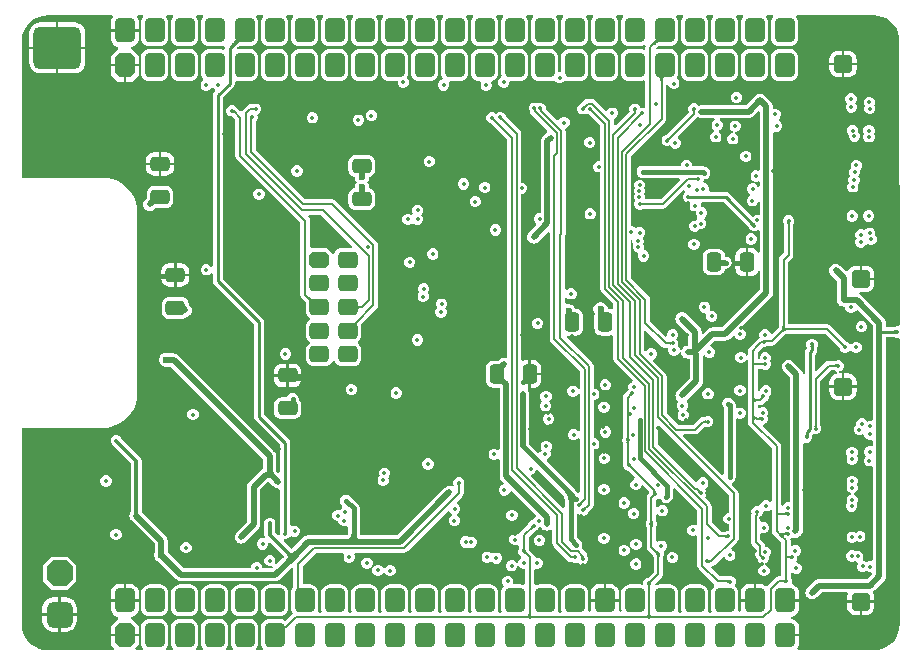
<source format=gbr>
%TF.GenerationSoftware,Altium Limited,Altium Designer,25.3.3 (18)*%
G04 Layer_Physical_Order=6*
G04 Layer_Color=16711680*
%FSLAX45Y45*%
%MOMM*%
%TF.SameCoordinates,3F5801E6-D28E-45E5-A6F2-2741A7385EEC*%
%TF.FilePolarity,Positive*%
%TF.FileFunction,Copper,L6,Bot,Signal*%
%TF.Part,Single*%
G01*
G75*
%TA.AperFunction,SMDPad,CuDef*%
G04:AMPARAMS|DCode=66|XSize=1.65mm|YSize=1.25mm|CornerRadius=0.3125mm|HoleSize=0mm|Usage=FLASHONLY|Rotation=0.000|XOffset=0mm|YOffset=0mm|HoleType=Round|Shape=RoundedRectangle|*
%AMROUNDEDRECTD66*
21,1,1.65000,0.62500,0,0,0.0*
21,1,1.02500,1.25000,0,0,0.0*
1,1,0.62500,0.51250,-0.31250*
1,1,0.62500,-0.51250,-0.31250*
1,1,0.62500,-0.51250,0.31250*
1,1,0.62500,0.51250,0.31250*
%
%ADD66ROUNDEDRECTD66*%
G04:AMPARAMS|DCode=67|XSize=1.65mm|YSize=1.25mm|CornerRadius=0.3125mm|HoleSize=0mm|Usage=FLASHONLY|Rotation=270.000|XOffset=0mm|YOffset=0mm|HoleType=Round|Shape=RoundedRectangle|*
%AMROUNDEDRECTD67*
21,1,1.65000,0.62500,0,0,270.0*
21,1,1.02500,1.25000,0,0,270.0*
1,1,0.62500,-0.31250,-0.51250*
1,1,0.62500,-0.31250,0.51250*
1,1,0.62500,0.31250,0.51250*
1,1,0.62500,0.31250,-0.51250*
%
%ADD67ROUNDEDRECTD67*%
%TA.AperFunction,Conductor*%
%ADD68C,0.40000*%
%ADD69C,0.30000*%
%ADD70C,0.25000*%
%ADD73C,0.20000*%
%ADD74C,0.50000*%
%TA.AperFunction,ComponentPad*%
G04:AMPARAMS|DCode=81|XSize=1.55mm|YSize=1.6mm|CornerRadius=0.3875mm|HoleSize=0mm|Usage=FLASHONLY|Rotation=270.000|XOffset=0mm|YOffset=0mm|HoleType=Round|Shape=RoundedRectangle|*
%AMROUNDEDRECTD81*
21,1,1.55000,0.82500,0,0,270.0*
21,1,0.77500,1.60000,0,0,270.0*
1,1,0.77500,-0.41250,-0.38750*
1,1,0.77500,-0.41250,0.38750*
1,1,0.77500,0.41250,0.38750*
1,1,0.77500,0.41250,-0.38750*
%
%ADD81ROUNDEDRECTD81*%
G04:AMPARAMS|DCode=82|XSize=1.7mm|YSize=2.1mm|CornerRadius=0mm|HoleSize=0mm|Usage=FLASHONLY|Rotation=0.000|XOffset=0mm|YOffset=0mm|HoleType=Round|Shape=Octagon|*
%AMOCTAGOND82*
4,1,8,-0.42500,1.05000,0.42500,1.05000,0.85000,0.62500,0.85000,-0.62500,0.42500,-1.05000,-0.42500,-1.05000,-0.85000,-0.62500,-0.85000,0.62500,-0.42500,1.05000,0.0*
%
%ADD82OCTAGOND82*%

G04:AMPARAMS|DCode=83|XSize=1.7mm|YSize=2.1mm|CornerRadius=0.425mm|HoleSize=0mm|Usage=FLASHONLY|Rotation=0.000|XOffset=0mm|YOffset=0mm|HoleType=Round|Shape=RoundedRectangle|*
%AMROUNDEDRECTD83*
21,1,1.70000,1.25001,0,0,0.0*
21,1,0.85000,2.10000,0,0,0.0*
1,1,0.85000,0.42500,-0.62500*
1,1,0.85000,-0.42500,-0.62500*
1,1,0.85000,-0.42500,0.62500*
1,1,0.85000,0.42500,0.62500*
%
%ADD83ROUNDEDRECTD83*%
G04:AMPARAMS|DCode=84|XSize=1.4mm|YSize=1.7mm|CornerRadius=0.35mm|HoleSize=0mm|Usage=FLASHONLY|Rotation=270.000|XOffset=0mm|YOffset=0mm|HoleType=Round|Shape=RoundedRectangle|*
%AMROUNDEDRECTD84*
21,1,1.40000,1.00000,0,0,270.0*
21,1,0.70000,1.70000,0,0,270.0*
1,1,0.70000,-0.50000,-0.35000*
1,1,0.70000,-0.50000,0.35000*
1,1,0.70000,0.50000,0.35000*
1,1,0.70000,0.50000,-0.35000*
%
%ADD84ROUNDEDRECTD84*%
G04:AMPARAMS|DCode=85|XSize=1.4mm|YSize=1.7mm|CornerRadius=0mm|HoleSize=0mm|Usage=FLASHONLY|Rotation=270.000|XOffset=0mm|YOffset=0mm|HoleType=Round|Shape=Octagon|*
%AMOCTAGOND85*
4,1,8,0.85000,0.35000,0.85000,-0.35000,0.50000,-0.70000,-0.50000,-0.70000,-0.85000,-0.35000,-0.85000,0.35000,-0.50000,0.70000,0.50000,0.70000,0.85000,0.35000,0.0*
%
%ADD85OCTAGOND85*%

G04:AMPARAMS|DCode=86|XSize=4mm|YSize=3.6mm|CornerRadius=0.54mm|HoleSize=0mm|Usage=FLASHONLY|Rotation=0.000|XOffset=0mm|YOffset=0mm|HoleType=Round|Shape=RoundedRectangle|*
%AMROUNDEDRECTD86*
21,1,4.00000,2.52000,0,0,0.0*
21,1,2.92000,3.60000,0,0,0.0*
1,1,1.08000,1.46000,-1.26000*
1,1,1.08000,-1.46000,-1.26000*
1,1,1.08000,-1.46000,1.26000*
1,1,1.08000,1.46000,1.26000*
%
%ADD86ROUNDEDRECTD86*%
G04:AMPARAMS|DCode=87|XSize=2.2mm|YSize=2.2mm|CornerRadius=0.55mm|HoleSize=0mm|Usage=FLASHONLY|Rotation=270.000|XOffset=0mm|YOffset=0mm|HoleType=Round|Shape=RoundedRectangle|*
%AMROUNDEDRECTD87*
21,1,2.20000,1.10000,0,0,270.0*
21,1,1.10000,2.20000,0,0,270.0*
1,1,1.10000,-0.55000,-0.55000*
1,1,1.10000,-0.55000,0.55000*
1,1,1.10000,0.55000,0.55000*
1,1,1.10000,0.55000,-0.55000*
%
%ADD87ROUNDEDRECTD87*%
G04:AMPARAMS|DCode=88|XSize=2.2mm|YSize=2.2mm|CornerRadius=0mm|HoleSize=0mm|Usage=FLASHONLY|Rotation=270.000|XOffset=0mm|YOffset=0mm|HoleType=Round|Shape=Octagon|*
%AMOCTAGOND88*
4,1,8,-0.55000,-1.10000,0.55000,-1.10000,1.10000,-0.55000,1.10000,0.55000,0.55000,1.10000,-0.55000,1.10000,-1.10000,0.55000,-1.10000,-0.55000,-0.55000,-1.10000,0.0*
%
%ADD88OCTAGOND88*%

%TA.AperFunction,ViaPad*%
%ADD89C,0.35000*%
%ADD90C,0.60000*%
G36*
X6549458Y5187877D02*
X6547178Y5188245D01*
X6544713Y5188149D01*
X6542062Y5187590D01*
X6539226Y5186566D01*
X6536205Y5185078D01*
X6532999Y5183127D01*
X6529608Y5180711D01*
X6526032Y5177832D01*
X6518324Y5170682D01*
X6504182Y5184824D01*
X6507989Y5188770D01*
X6514212Y5196108D01*
X6516627Y5199499D01*
X6518578Y5202705D01*
X6520066Y5205726D01*
X6521090Y5208562D01*
X6521649Y5211212D01*
X6521745Y5213678D01*
X6521377Y5215958D01*
X6549458Y5187877D01*
D02*
G37*
G36*
X2999117Y5186535D02*
X2995817Y5186542D01*
X2992366Y5186050D01*
X2988764Y5185058D01*
X2985012Y5183568D01*
X2981108Y5181579D01*
X2977053Y5179090D01*
X2972847Y5176103D01*
X2968491Y5172617D01*
X2959325Y5164147D01*
X2941647Y5181824D01*
X2946132Y5186483D01*
X2953603Y5195347D01*
X2956591Y5199553D01*
X2959079Y5203608D01*
X2961068Y5207511D01*
X2962559Y5211264D01*
X2963550Y5214866D01*
X2964042Y5218317D01*
X2964035Y5221617D01*
X2999117Y5186535D01*
D02*
G37*
G36*
X8412706Y5414943D02*
X8445066Y5407174D01*
X8475813Y5394438D01*
X8504188Y5377050D01*
X8529494Y5355436D01*
X8551108Y5330130D01*
X8568496Y5301755D01*
X8581232Y5271008D01*
X8589001Y5238648D01*
X8590453Y5220198D01*
X8591113Y5205471D01*
X8591116Y5205460D01*
X8591116Y5190471D01*
X8591180Y2793177D01*
X8582473Y2787358D01*
X8576180Y2784875D01*
X8559736D01*
X8549676Y2780707D01*
X8475474D01*
Y2816579D01*
X8473584Y2830936D01*
X8471289Y2836478D01*
X8468042Y2844316D01*
X8459226Y2855805D01*
X8269133Y3045898D01*
X8257644Y3054714D01*
X8252453Y3056864D01*
X8255437Y3071864D01*
X8304250D01*
X8323502Y3074398D01*
X8341443Y3081830D01*
X8356849Y3093651D01*
X8368670Y3109057D01*
X8376101Y3126998D01*
X8378636Y3146250D01*
Y3175000D01*
X8263000D01*
Y3185000D01*
X8253000D01*
Y3298136D01*
X8221750D01*
X8202498Y3295601D01*
X8184557Y3288170D01*
X8169151Y3276349D01*
X8157330Y3260943D01*
X8154809Y3254857D01*
X8137115Y3251337D01*
X8089226Y3299226D01*
X8077737Y3308042D01*
X8064358Y3313584D01*
X8050000Y3315474D01*
X8035642Y3313584D01*
X8022263Y3308042D01*
X8010774Y3299226D01*
X8001958Y3287737D01*
X7996416Y3274358D01*
X7994526Y3260000D01*
X7996416Y3245642D01*
X8001958Y3232263D01*
X8010774Y3220774D01*
X8062075Y3169473D01*
Y3006671D01*
X8063965Y2992314D01*
X8069507Y2978934D01*
X8078323Y2967445D01*
X8089812Y2958629D01*
X8103191Y2953087D01*
X8117549Y2951197D01*
X8133730D01*
Y2935554D01*
X8140961Y2918096D01*
X8154323Y2904734D01*
X8171781Y2897503D01*
X8190678D01*
X8208136Y2904734D01*
X8221498Y2918096D01*
X8221760Y2918728D01*
X8236472Y2921654D01*
X8364526Y2793600D01*
Y2740000D01*
Y1993114D01*
X8353392Y1985674D01*
X8334495D01*
X8317855Y1978782D01*
X8314345Y1987256D01*
X8300983Y2000618D01*
X8283525Y2007849D01*
X8264629D01*
X8247170Y2000618D01*
X8233809Y1987256D01*
X8226577Y1969798D01*
Y1951923D01*
X8224084Y1950891D01*
X8210722Y1937529D01*
X8203491Y1920071D01*
Y1901174D01*
X8210722Y1883716D01*
X8224084Y1870354D01*
X8241543Y1863123D01*
X8260439D01*
X8277897Y1870354D01*
X8278406Y1870863D01*
X8293406Y1864649D01*
Y1860075D01*
X8300637Y1842617D01*
X8313999Y1829255D01*
X8331458Y1822023D01*
X8350354D01*
X8352054Y1822727D01*
X8364526Y1814394D01*
Y1775969D01*
X8352054Y1767636D01*
X8347955Y1769334D01*
X8329058D01*
X8311600Y1762102D01*
X8298238Y1748740D01*
X8291007Y1731282D01*
Y1712385D01*
X8298238Y1694927D01*
X8307557Y1685609D01*
X8295607Y1673660D01*
X8288376Y1656201D01*
Y1637305D01*
X8295607Y1619847D01*
X8308969Y1606485D01*
X8326427Y1599253D01*
X8345324D01*
X8349525Y1600994D01*
X8364526Y1590971D01*
Y804754D01*
X8352054Y796421D01*
X8349448Y797500D01*
X8330552D01*
X8313094Y790268D01*
X8310962Y788137D01*
X8306154Y792945D01*
X8288696Y800176D01*
X8288140D01*
X8285608Y802559D01*
X8279353Y815176D01*
X8284578Y827791D01*
Y846687D01*
X8277347Y864145D01*
X8263985Y877507D01*
X8246527Y884739D01*
X8227630D01*
X8214368Y879245D01*
X8213649Y879965D01*
X8196191Y887196D01*
X8177294D01*
X8159836Y879965D01*
X8146474Y866603D01*
X8139243Y849145D01*
Y830248D01*
X8146474Y812790D01*
X8159836Y799428D01*
X8177294Y792197D01*
X8196191D01*
X8209452Y797690D01*
X8210172Y796970D01*
X8227630Y789739D01*
X8228186D01*
X8230718Y787356D01*
X8236973Y774739D01*
X8231748Y762124D01*
Y743228D01*
X8238979Y725770D01*
X8252341Y712408D01*
X8269799Y705176D01*
X8288696D01*
X8306154Y712408D01*
X8308286Y714540D01*
X8313094Y709732D01*
X8330552Y702500D01*
X8349448D01*
X8356030Y688990D01*
X8356580Y682697D01*
X8319358Y645474D01*
X7910000D01*
X7895642Y643584D01*
X7882263Y638042D01*
X7870774Y629226D01*
X7810774Y569226D01*
X7801958Y557737D01*
X7796416Y544358D01*
X7794526Y530000D01*
X7796416Y515642D01*
X7801958Y502263D01*
X7810774Y490774D01*
X7822263Y481958D01*
X7835642Y476416D01*
X7850000Y474526D01*
X7864358Y476416D01*
X7877737Y481958D01*
X7889226Y490774D01*
X7932978Y534526D01*
X8142578D01*
X8152601Y519526D01*
X8149899Y513003D01*
X8147364Y493750D01*
Y465000D01*
X8263000D01*
X8378636D01*
Y493750D01*
X8376101Y513003D01*
X8370722Y525990D01*
X8370073Y541958D01*
X8381562Y550774D01*
X8459226Y628438D01*
X8468042Y639927D01*
X8473584Y653306D01*
X8475474Y667664D01*
Y2694042D01*
X8549676D01*
X8559736Y2689875D01*
X8578633D01*
X8578711Y2689907D01*
X8591183Y2681574D01*
X8591247Y270170D01*
X8591247Y270037D01*
Y255256D01*
X8590586Y240530D01*
X8589137Y222121D01*
X8581378Y189803D01*
X8568659Y159097D01*
X8551293Y130758D01*
X8529708Y105484D01*
X8504434Y83899D01*
X8476095Y66533D01*
X8445389Y53814D01*
X8413071Y46055D01*
X8381728Y43588D01*
X8379938Y43944D01*
X7729942D01*
X7722545Y58944D01*
X7730196Y68916D01*
X7738005Y87768D01*
X7740669Y108000D01*
Y160500D01*
X7620000D01*
Y180500D01*
X7740669D01*
Y233000D01*
X7738005Y253232D01*
X7730196Y272085D01*
X7717773Y288274D01*
X7701584Y300696D01*
X7682732Y308505D01*
X7671870Y309935D01*
Y325065D01*
X7682732Y326495D01*
X7701584Y334304D01*
X7717773Y346726D01*
X7730196Y362915D01*
X7738005Y381768D01*
X7740669Y402000D01*
Y454500D01*
X7620000D01*
Y474500D01*
X7740669D01*
Y527000D01*
X7738005Y547232D01*
X7730196Y566084D01*
X7717773Y582274D01*
X7701584Y594696D01*
X7682732Y602505D01*
X7677815Y611022D01*
X7680686Y617953D01*
Y636850D01*
X7673455Y654308D01*
X7668481Y659282D01*
Y697428D01*
X7683481Y703641D01*
X7690855Y696267D01*
X7708313Y689035D01*
X7727210D01*
X7744668Y696267D01*
X7758030Y709629D01*
X7765261Y727087D01*
Y745983D01*
X7758030Y763441D01*
X7744668Y776803D01*
X7727210Y784035D01*
X7722423D01*
X7716209Y799035D01*
X7720268Y803094D01*
X7727500Y820552D01*
Y839448D01*
X7727282Y839974D01*
X7736945Y843977D01*
X7750307Y857339D01*
X7757538Y874797D01*
Y893693D01*
X7750307Y911152D01*
X7736945Y924514D01*
X7719487Y931745D01*
X7700590D01*
X7683132Y924514D01*
X7668481Y931075D01*
Y972302D01*
X7668481Y972303D01*
X7665919Y985181D01*
X7676906Y989732D01*
X7686738Y999564D01*
X7693142Y996911D01*
X7707500Y995021D01*
X7721858Y996911D01*
X7735237Y1002453D01*
X7746726Y1011269D01*
X7756711Y1021254D01*
X7765527Y1032743D01*
X7771069Y1046122D01*
X7772959Y1060480D01*
Y1791034D01*
X7787959Y1801057D01*
X7794850Y1798202D01*
X7813746D01*
X7831204Y1805434D01*
X7844566Y1818796D01*
X7851798Y1836254D01*
Y1855150D01*
X7847630Y1865211D01*
Y1867744D01*
X7859281Y1877169D01*
X7870552Y1872500D01*
X7889448D01*
X7906906Y1879732D01*
X7920268Y1893093D01*
X7927500Y1910552D01*
Y1929448D01*
X7922290Y1942025D01*
X7922253Y1942214D01*
X7922146Y1942374D01*
X7920783Y1945663D01*
Y2323107D01*
X8009518Y2411842D01*
X8040983D01*
X8043094Y2409731D01*
X8060552Y2402500D01*
X8065003D01*
X8065933Y2402499D01*
X8066917Y2387500D01*
X8065981Y2387377D01*
X8052497Y2385602D01*
X8034557Y2378170D01*
X8019151Y2366349D01*
X8007330Y2350943D01*
X7999898Y2333002D01*
X7997364Y2313750D01*
Y2285000D01*
X8103000D01*
Y2388136D01*
X8081768D01*
X8080985Y2388137D01*
X8079449Y2402500D01*
X8080926Y2403112D01*
X8096907Y2409731D01*
X8110269Y2423093D01*
X8117500Y2440551D01*
Y2459448D01*
X8110269Y2476906D01*
X8096907Y2490268D01*
X8079448Y2497499D01*
X8060552D01*
X8053133Y2494427D01*
X8052674Y2494392D01*
X8050940Y2493518D01*
X8050831Y2493473D01*
X8050545Y2493409D01*
X7992625D01*
X7977018Y2490304D01*
X7963787Y2481464D01*
X7963786Y2481463D01*
X7887659Y2405336D01*
X7873801Y2411076D01*
Y2546376D01*
X7880418Y2552993D01*
X7889812Y2567050D01*
X7893110Y2583633D01*
Y2612316D01*
X7897277Y2622377D01*
Y2641273D01*
X7890046Y2658732D01*
X7876684Y2672093D01*
X7859226Y2679325D01*
X7840329D01*
X7822871Y2672093D01*
X7809509Y2658732D01*
X7802278Y2641273D01*
Y2622377D01*
X7806445Y2612316D01*
Y2601582D01*
X7799828Y2594965D01*
X7790435Y2580907D01*
X7787137Y2564325D01*
Y2384746D01*
X7772137Y2383763D01*
X7771069Y2391873D01*
X7765527Y2405252D01*
X7756711Y2416741D01*
X7689226Y2484226D01*
X7677737Y2493042D01*
X7664358Y2498584D01*
X7650000Y2500474D01*
X7635642Y2498584D01*
X7622263Y2493042D01*
X7610774Y2484226D01*
X7601958Y2472737D01*
X7596416Y2459358D01*
X7594526Y2445000D01*
X7596416Y2430642D01*
X7601958Y2417263D01*
X7610774Y2405774D01*
X7662010Y2354537D01*
Y1299159D01*
X7660009Y1297822D01*
X7641112D01*
X7623654Y1290590D01*
X7610292Y1277228D01*
X7605783Y1266343D01*
X7590783Y1269326D01*
Y1770000D01*
X7587679Y1785607D01*
X7578838Y1798838D01*
X7578838Y1798839D01*
X7435333Y1942344D01*
X7441825Y1957065D01*
X7457201Y1963433D01*
X7470563Y1976795D01*
X7477794Y1994254D01*
Y2013150D01*
X7472066Y2026980D01*
X7472631Y2027546D01*
X7479862Y2045004D01*
Y2063900D01*
X7472631Y2081359D01*
X7459269Y2094720D01*
X7441811Y2101952D01*
X7422914D01*
X7405456Y2094720D01*
X7390784Y2101261D01*
Y2119216D01*
X7407968D01*
X7407969Y2119216D01*
X7423576Y2122321D01*
X7436807Y2131162D01*
X7449804Y2144158D01*
X7453091Y2145520D01*
X7453282Y2145558D01*
X7453443Y2145666D01*
X7466018Y2150875D01*
X7479380Y2164236D01*
X7486612Y2181695D01*
Y2199288D01*
X7499207Y2211884D01*
X7506438Y2229342D01*
Y2248238D01*
X7499207Y2265697D01*
X7485845Y2279058D01*
X7468387Y2286290D01*
X7449490D01*
X7432032Y2279058D01*
X7418670Y2265697D01*
X7411439Y2248238D01*
Y2238883D01*
X7405784Y2234717D01*
X7390784Y2242298D01*
Y2426162D01*
X7430259D01*
X7433548Y2424800D01*
X7433708Y2424693D01*
X7433897Y2424656D01*
X7446474Y2419446D01*
X7465370D01*
X7482829Y2426677D01*
X7496190Y2440039D01*
X7503422Y2457497D01*
Y2476394D01*
X7496190Y2493852D01*
X7496118Y2493925D01*
X7502507Y2509351D01*
Y2528247D01*
X7495276Y2545705D01*
X7481914Y2559067D01*
X7464455Y2566299D01*
X7445559D01*
X7428101Y2559067D01*
X7414739Y2545705D01*
X7407507Y2528247D01*
Y2509351D01*
X7406424Y2507729D01*
X7390784D01*
Y2563107D01*
X7413687Y2586010D01*
X7415343Y2587117D01*
X7435793Y2607567D01*
X7436482Y2607281D01*
X7455379D01*
X7472837Y2614512D01*
X7481027Y2622702D01*
X7513484D01*
X7513485Y2622701D01*
X7529092Y2625806D01*
X7542323Y2634647D01*
X7623706Y2716029D01*
X7624072Y2716322D01*
X7625184Y2717078D01*
X7626259Y2717688D01*
X7627322Y2718181D01*
X7628425Y2718585D01*
X7629613Y2718913D01*
X7630934Y2719165D01*
X7631402Y2719217D01*
X7964341D01*
X8084054Y2599504D01*
X8085416Y2596217D01*
X8085454Y2596026D01*
X8085562Y2595865D01*
X8090770Y2583289D01*
X8104132Y2569927D01*
X8121591Y2562696D01*
X8140487D01*
X8157945Y2569927D01*
X8167161Y2579143D01*
X8180698Y2579403D01*
X8185168Y2577553D01*
X8196630Y2566091D01*
X8214088Y2558859D01*
X8232985D01*
X8250443Y2566091D01*
X8263805Y2579453D01*
X8271037Y2596911D01*
Y2615807D01*
X8263805Y2633265D01*
X8250443Y2646627D01*
X8232985Y2653859D01*
X8214088D01*
X8196630Y2646627D01*
X8187415Y2637412D01*
X8173877Y2637152D01*
X8169408Y2639001D01*
X8157945Y2650464D01*
X8145370Y2655673D01*
X8145208Y2655781D01*
X8145018Y2655819D01*
X8141731Y2657180D01*
X8010073Y2788838D01*
X7996842Y2797679D01*
X7981234Y2800784D01*
X7981233Y2800784D01*
X7650784D01*
Y3333107D01*
X7680589Y3362912D01*
X7680590Y3362913D01*
X7689430Y3376144D01*
X7692535Y3391751D01*
Y3650337D01*
X7693897Y3653626D01*
X7694004Y3653786D01*
X7694042Y3653975D01*
X7699251Y3666552D01*
Y3685448D01*
X7692020Y3702906D01*
X7678658Y3716268D01*
X7661200Y3723500D01*
X7642303D01*
X7624845Y3716268D01*
X7611483Y3702906D01*
X7604251Y3685448D01*
Y3666552D01*
X7609461Y3653975D01*
X7609499Y3653786D01*
X7609606Y3653626D01*
X7610968Y3650337D01*
Y3408644D01*
X7581162Y3378838D01*
X7572321Y3365607D01*
X7569216Y3350000D01*
X7569217Y3349999D01*
Y2781402D01*
X7569165Y2780934D01*
X7568913Y2779613D01*
X7568584Y2778422D01*
X7568181Y2777322D01*
X7567688Y2776258D01*
X7567079Y2775186D01*
X7566322Y2774072D01*
X7566029Y2773706D01*
X7513962Y2721639D01*
X7498124Y2727014D01*
X7492873Y2739690D01*
X7479511Y2753052D01*
X7462053Y2760284D01*
X7443156D01*
X7425698Y2753052D01*
X7412336Y2739690D01*
X7405105Y2722232D01*
Y2703336D01*
X7406853Y2689590D01*
X7393622Y2680749D01*
X7393621Y2680748D01*
X7358773Y2645900D01*
X7357117Y2644794D01*
X7357116Y2644793D01*
X7321162Y2608838D01*
X7312321Y2595607D01*
X7309216Y2580000D01*
X7309217Y2579999D01*
Y2540319D01*
X7294217Y2537335D01*
X7290254Y2546901D01*
X7276892Y2560263D01*
X7259434Y2567495D01*
X7240537D01*
X7223079Y2560263D01*
X7209717Y2546901D01*
X7202486Y2529443D01*
Y2510547D01*
X7209717Y2493088D01*
X7223079Y2479727D01*
X7240537Y2472495D01*
X7259434D01*
X7276892Y2479727D01*
X7290254Y2493088D01*
X7294217Y2502655D01*
X7309217Y2499671D01*
Y2480001D01*
X7309216Y2480000D01*
X7309217Y2479999D01*
Y2160000D01*
Y2010000D01*
Y1970001D01*
X7309216Y1970000D01*
X7312321Y1954393D01*
X7321162Y1941161D01*
X7509216Y1753107D01*
Y1302910D01*
X7494216Y1296696D01*
X7485680Y1305233D01*
X7468222Y1312464D01*
X7449325D01*
X7431867Y1305233D01*
X7418505Y1291871D01*
X7411273Y1274413D01*
Y1269950D01*
X7396273Y1259927D01*
X7394466Y1260676D01*
X7375569D01*
X7358111Y1253445D01*
X7344749Y1240083D01*
X7337518Y1222625D01*
Y1203728D01*
X7338747Y1200761D01*
X7334619Y1194583D01*
X7331514Y1178976D01*
X7331515Y1178974D01*
Y963265D01*
X7331514Y963263D01*
X7334619Y947656D01*
X7343460Y934425D01*
X7370815Y907070D01*
Y848955D01*
X7370814Y848953D01*
X7373919Y833346D01*
X7382760Y820115D01*
X7390188Y812686D01*
X7391550Y809398D01*
X7391588Y809209D01*
X7391695Y809049D01*
X7396904Y796472D01*
X7410266Y783110D01*
X7426272Y776481D01*
X7427747Y771505D01*
X7427804Y760879D01*
X7416303Y756115D01*
X7402942Y742753D01*
X7395710Y725295D01*
Y706399D01*
X7402942Y688940D01*
X7416303Y675579D01*
X7433762Y668347D01*
X7452658D01*
X7470116Y675579D01*
X7483478Y688940D01*
X7490710Y706399D01*
Y725295D01*
X7483478Y742753D01*
X7470116Y756115D01*
X7454111Y762745D01*
X7452635Y767720D01*
X7452579Y778347D01*
X7464079Y783110D01*
X7477441Y796472D01*
X7484673Y813930D01*
Y832827D01*
X7483719Y835129D01*
X7495038Y846449D01*
X7502270Y863907D01*
Y882803D01*
X7495038Y900262D01*
X7481676Y913624D01*
X7464218Y920855D01*
X7452382Y923964D01*
X7449277Y939571D01*
X7440436Y952802D01*
X7440436Y952802D01*
X7413082Y980157D01*
Y1023501D01*
X7428082Y1033523D01*
X7430552Y1032500D01*
X7449448D01*
X7466907Y1039732D01*
X7480269Y1053094D01*
X7487500Y1070552D01*
Y1089448D01*
X7480269Y1106907D01*
X7466907Y1120269D01*
X7449448Y1127500D01*
X7430552D01*
X7428082Y1126477D01*
X7413082Y1136500D01*
Y1163123D01*
X7419827Y1173218D01*
X7421712Y1182696D01*
X7425286Y1186270D01*
X7432517Y1203728D01*
Y1208191D01*
X7447517Y1218214D01*
X7449325Y1217465D01*
X7468222D01*
X7485680Y1224696D01*
X7494216Y1233233D01*
X7509216Y1227020D01*
Y1200001D01*
X7509216Y1200000D01*
X7509216Y1199999D01*
Y1050001D01*
X7509216Y1050000D01*
X7512321Y1034393D01*
X7521161Y1021162D01*
X7561161Y981162D01*
X7561162Y981162D01*
X7586914Y955410D01*
Y668185D01*
X7567403D01*
X7567401Y668185D01*
X7551794Y665081D01*
X7538563Y656240D01*
X7538563Y656239D01*
X7474440Y592117D01*
X7470905Y588855D01*
X7453832Y589902D01*
X7447584Y594696D01*
X7428732Y602505D01*
X7408500Y605169D01*
X7376000D01*
Y464500D01*
X7366000D01*
Y454500D01*
X7245331D01*
Y402000D01*
X7247995Y381768D01*
X7248268Y381109D01*
X7239168Y367491D01*
X7233420D01*
X7224320Y381109D01*
X7225134Y383073D01*
X7227625Y402000D01*
Y527000D01*
X7225134Y545927D01*
X7217828Y563563D01*
X7206208Y578708D01*
X7200266Y583267D01*
X7199346Y597301D01*
X7206578Y614758D01*
Y633655D01*
X7199346Y651113D01*
X7185984Y664475D01*
X7168526Y671707D01*
X7149630D01*
X7141108Y668177D01*
X7140496Y668112D01*
X7139034Y667318D01*
X7138164Y666957D01*
X7070720D01*
X6998103Y739574D01*
X6998064Y742731D01*
X7003319Y755571D01*
X7013527Y757601D01*
X7026758Y766442D01*
X7093119Y832804D01*
X7109937Y828408D01*
X7114209Y818094D01*
X7127571Y804732D01*
X7145029Y797500D01*
X7163926D01*
X7181384Y804732D01*
X7194746Y818094D01*
X7201977Y835552D01*
Y854448D01*
X7194746Y871907D01*
X7181384Y885268D01*
X7171070Y889541D01*
X7166674Y906358D01*
X7218838Y958522D01*
X7218838Y958523D01*
X7227679Y971754D01*
X7230784Y987361D01*
X7230784Y987363D01*
Y1369999D01*
X7230784Y1370000D01*
X7227679Y1385608D01*
X7218838Y1398839D01*
X7218838Y1398839D01*
X7171842Y1445835D01*
X7176095Y1462795D01*
X7188405Y1471021D01*
X7199457Y1487560D01*
X7203337Y1507069D01*
Y1999889D01*
X7218337Y2007560D01*
X7230552Y2002500D01*
X7249448D01*
X7266906Y2009732D01*
X7280268Y2023093D01*
X7287500Y2040552D01*
Y2059448D01*
X7280268Y2076906D01*
X7266906Y2090268D01*
X7249448Y2097500D01*
X7230552D01*
X7218337Y2092440D01*
X7203337Y2100111D01*
Y2117643D01*
X7199457Y2137152D01*
X7188405Y2153691D01*
X7176048Y2166048D01*
X7159509Y2177099D01*
X7140000Y2180980D01*
X7120491Y2177099D01*
X7103952Y2166048D01*
X7092901Y2149509D01*
X7089021Y2130000D01*
X7092901Y2110491D01*
X7101378Y2097805D01*
Y1535897D01*
X7087520Y1530157D01*
X6762319Y1855358D01*
X6768059Y1869216D01*
X6859998D01*
X6860000Y1869216D01*
X6875607Y1872321D01*
X6888838Y1881162D01*
X6944024Y1936348D01*
X6956324Y1931253D01*
X6975220D01*
X6992679Y1938485D01*
X7006041Y1951847D01*
X7013272Y1969305D01*
Y1988202D01*
X7006041Y2005660D01*
X6992679Y2019022D01*
X6975220Y2026253D01*
X6956324D01*
X6943747Y2021043D01*
X6943558Y2021006D01*
X6943398Y2020899D01*
X6940109Y2019537D01*
X6928753D01*
X6913146Y2016432D01*
X6899915Y2007592D01*
X6899914Y2007591D01*
X6843106Y1950784D01*
X6716391D01*
X6618651Y2048524D01*
Y2360622D01*
X6618651Y2360623D01*
X6615546Y2376231D01*
X6606706Y2389462D01*
X6606705Y2389462D01*
X6506841Y2489326D01*
X6510361Y2507020D01*
X6516906Y2509732D01*
X6530268Y2523094D01*
X6537500Y2540552D01*
Y2559448D01*
X6530268Y2576906D01*
X6516906Y2590268D01*
X6499448Y2597500D01*
X6480552D01*
X6463093Y2590268D01*
X6449732Y2576907D01*
X6433434Y2576758D01*
X6430783Y2578246D01*
Y2741942D01*
X6444641Y2747682D01*
X6581161Y2611162D01*
X6581162Y2611162D01*
X6594393Y2602321D01*
X6610000Y2599217D01*
X6631951D01*
X6634971Y2594697D01*
Y2575801D01*
X6642202Y2558343D01*
X6655564Y2544981D01*
X6673022Y2537749D01*
X6691919D01*
X6709377Y2544981D01*
X6722657Y2558260D01*
X6722739Y2558342D01*
X6732521Y2568271D01*
X6741765Y2566533D01*
X6743832Y2552767D01*
X6743916Y2552127D01*
X6749458Y2538748D01*
X6758274Y2527259D01*
X6769763Y2518443D01*
X6783142Y2512901D01*
X6797500Y2511010D01*
X6814526D01*
Y2342978D01*
X6710774Y2239226D01*
X6701958Y2227737D01*
X6696416Y2214358D01*
X6694526Y2200000D01*
X6696416Y2185642D01*
X6701958Y2172263D01*
X6710774Y2160774D01*
X6711034Y2160574D01*
X6713102Y2141429D01*
X6705871Y2123971D01*
Y2105075D01*
X6713102Y2087617D01*
X6726464Y2074255D01*
X6727398Y2069562D01*
X6719126Y2061290D01*
X6711894Y2043832D01*
Y2024935D01*
X6719126Y2007477D01*
X6732488Y1994115D01*
X6749946Y1986884D01*
X6768842D01*
X6786301Y1994115D01*
X6799663Y2007477D01*
X6806894Y2024935D01*
Y2043832D01*
X6799663Y2061290D01*
X6786301Y2074652D01*
X6785367Y2079345D01*
X6793639Y2087617D01*
X6800871Y2105075D01*
Y2123971D01*
X6793639Y2141430D01*
X6789275Y2145794D01*
X6792367Y2163915D01*
X6909226Y2280773D01*
X6918042Y2292263D01*
X6923584Y2305642D01*
X6925474Y2320000D01*
Y2537110D01*
X6940474Y2540094D01*
X6941391Y2537881D01*
X6954753Y2524519D01*
X6972211Y2517288D01*
X6991108D01*
X7008566Y2524519D01*
X7021928Y2537881D01*
X7029159Y2555339D01*
Y2574236D01*
X7021928Y2591694D01*
X7008566Y2605056D01*
X6995600Y2610426D01*
X6990106Y2626145D01*
X7028486Y2664526D01*
X7114042D01*
X7128400Y2666416D01*
X7141779Y2671958D01*
X7153268Y2680774D01*
X7178642Y2706147D01*
X7195944Y2702236D01*
X7199732Y2693093D01*
X7213094Y2679731D01*
X7230552Y2672500D01*
X7249448D01*
X7266906Y2679731D01*
X7280268Y2693093D01*
X7287500Y2710552D01*
Y2729448D01*
X7280268Y2746906D01*
X7266906Y2760268D01*
X7257763Y2764055D01*
X7253853Y2781358D01*
X7501831Y3029336D01*
X7510647Y3040825D01*
X7516189Y3054205D01*
X7518079Y3068563D01*
Y4425573D01*
X7533079Y4435595D01*
X7540552Y4432500D01*
X7559448D01*
X7576906Y4439732D01*
X7590268Y4453093D01*
X7597500Y4470552D01*
Y4489448D01*
X7590268Y4506906D01*
X7576906Y4520268D01*
X7568011Y4523953D01*
X7566907Y4539732D01*
X7580268Y4553094D01*
X7587500Y4570552D01*
Y4589448D01*
X7580268Y4606906D01*
X7566906Y4620268D01*
X7549448Y4627500D01*
X7530552D01*
X7530551Y4627500D01*
X7518079Y4635833D01*
Y4647395D01*
X7516189Y4661753D01*
X7513894Y4667295D01*
X7510647Y4675132D01*
X7501831Y4686621D01*
X7449228Y4739224D01*
X7449226Y4739226D01*
X7437737Y4748042D01*
X7424358Y4753584D01*
X7410000Y4755474D01*
X7395642Y4753584D01*
X7382263Y4748042D01*
X7370774Y4739226D01*
X7290038Y4658491D01*
X6913016D01*
X6898658Y4656600D01*
X6889879Y4652964D01*
X6889399Y4654122D01*
X6876037Y4667484D01*
X6858579Y4674715D01*
X6839683D01*
X6822224Y4667484D01*
X6808862Y4654122D01*
X6801631Y4636664D01*
Y4617767D01*
X6806841Y4605190D01*
X6806878Y4605001D01*
X6806985Y4604841D01*
X6808347Y4601553D01*
Y4599843D01*
X6613532Y4405028D01*
X6610244Y4403666D01*
X6610055Y4403629D01*
X6609895Y4403522D01*
X6597318Y4398312D01*
X6583956Y4384950D01*
X6576725Y4367492D01*
Y4348596D01*
X6583956Y4331137D01*
X6597318Y4317775D01*
X6614776Y4310544D01*
X6633673D01*
X6649454Y4317081D01*
X6652385Y4310004D01*
X6665747Y4296642D01*
X6683205Y4289411D01*
X6702101D01*
X6719560Y4296642D01*
X6732922Y4310004D01*
X6740153Y4327463D01*
Y4346359D01*
X6732922Y4363817D01*
X6719560Y4377179D01*
X6718934Y4377438D01*
X6716008Y4392150D01*
X6877968Y4554111D01*
X6877969Y4554111D01*
X6884910Y4555257D01*
X6885279Y4554974D01*
X6898658Y4549432D01*
X6913016Y4547542D01*
X7023098D01*
X7026082Y4532542D01*
X7020594Y4530269D01*
X7007232Y4516907D01*
X7000000Y4499448D01*
Y4480552D01*
X7007232Y4463094D01*
X7019700Y4450626D01*
X7020049Y4444168D01*
X7019068Y4434128D01*
X7008863Y4429901D01*
X6995501Y4416539D01*
X6988270Y4399081D01*
Y4380184D01*
X6995501Y4362726D01*
X7008863Y4349364D01*
X7026321Y4342133D01*
X7045218D01*
X7062676Y4349364D01*
X7076038Y4362726D01*
X7083269Y4380184D01*
Y4399081D01*
X7076038Y4416539D01*
X7063570Y4429007D01*
X7063220Y4435465D01*
X7064202Y4445505D01*
X7074406Y4449732D01*
X7087768Y4463094D01*
X7095000Y4480552D01*
Y4499448D01*
X7087768Y4516907D01*
X7074406Y4530269D01*
X7068918Y4532542D01*
X7071902Y4547542D01*
X7313016D01*
X7327374Y4549432D01*
X7340753Y4554974D01*
X7352242Y4563790D01*
X7393272Y4604820D01*
X7407130Y4599080D01*
Y4114319D01*
X7392130Y4104296D01*
X7387587Y4106178D01*
X7368690D01*
X7351232Y4098946D01*
X7337870Y4085584D01*
X7330639Y4068126D01*
Y4049230D01*
X7337870Y4031771D01*
X7351232Y4018410D01*
X7368690Y4011178D01*
X7387587D01*
X7392130Y4013060D01*
X7407130Y4003037D01*
Y3969857D01*
X7392131Y3966873D01*
X7388013Y3976814D01*
X7374651Y3990176D01*
X7357193Y3997407D01*
X7338296D01*
X7320838Y3990176D01*
X7307476Y3976814D01*
X7300245Y3959356D01*
Y3940459D01*
X7307476Y3923001D01*
X7320838Y3909639D01*
X7326313Y3907371D01*
Y3891135D01*
X7318202Y3887776D01*
X7304840Y3874414D01*
X7297609Y3856955D01*
Y3838059D01*
X7304840Y3820601D01*
X7318202Y3807239D01*
X7335660Y3800007D01*
X7354557D01*
X7372015Y3807239D01*
X7385377Y3820601D01*
X7392609Y3838059D01*
X7407130Y3836905D01*
Y3735714D01*
X7398192Y3729742D01*
X7379295D01*
X7361837Y3722510D01*
X7350815Y3711488D01*
X7153004Y3909300D01*
X7138946Y3918693D01*
X7122363Y3921992D01*
X6987724D01*
X6977701Y3936992D01*
X6979170Y3940539D01*
Y3959435D01*
X6971939Y3976893D01*
X6958577Y3990255D01*
X6941119Y3997487D01*
X6939720D01*
X6937681Y3999300D01*
X6930934Y4012487D01*
X6935989Y4024692D01*
Y4029564D01*
X6937957Y4031179D01*
X6938426D01*
X6957935Y4035060D01*
X6974474Y4046111D01*
X6985525Y4062650D01*
X6989406Y4082159D01*
X6985525Y4101668D01*
X6974474Y4118207D01*
X6973060Y4119152D01*
X6966907Y4125305D01*
X6950368Y4136356D01*
X6930859Y4140236D01*
X6835810D01*
Y4156948D01*
X6828578Y4174406D01*
X6815216Y4187768D01*
X6797758Y4195000D01*
X6778862D01*
X6761404Y4187768D01*
X6748042Y4174406D01*
X6740810Y4156948D01*
Y4140236D01*
X6437223D01*
X6435234Y4141566D01*
X6415725Y4145446D01*
X6396216Y4141566D01*
X6379677Y4130514D01*
X6368626Y4113976D01*
X6364745Y4094467D01*
X6368626Y4074958D01*
X6379677Y4058419D01*
X6384886Y4053209D01*
X6401425Y4042158D01*
X6420934Y4038277D01*
X6727549D01*
X6733290Y4024419D01*
X6570380Y3861510D01*
X6441514D01*
X6436652Y3868786D01*
Y3887682D01*
X6430351Y3902895D01*
X6436932Y3918784D01*
Y3937681D01*
X6430911Y3952218D01*
X6431069Y3952376D01*
X6438300Y3969834D01*
Y3988731D01*
X6431069Y4006189D01*
X6417707Y4019551D01*
X6400249Y4026782D01*
X6381352D01*
X6363894Y4019551D01*
X6350532Y4006189D01*
X6343301Y3988731D01*
Y3969834D01*
X6349322Y3955297D01*
X6349164Y3955139D01*
X6341932Y3937681D01*
Y3918784D01*
X6348234Y3903571D01*
X6341653Y3887682D01*
Y3868785D01*
X6348884Y3851327D01*
X6352481Y3847730D01*
X6352383Y3847633D01*
X6345151Y3830174D01*
Y3811278D01*
X6352383Y3793820D01*
X6365745Y3780458D01*
X6383203Y3773226D01*
X6402099D01*
X6414677Y3778436D01*
X6414865Y3778474D01*
X6415025Y3778580D01*
X6418314Y3779943D01*
X6587272D01*
X6587273Y3779942D01*
X6602881Y3783047D01*
X6616112Y3791888D01*
X6764897Y3940673D01*
X6775623Y3933769D01*
X6775735Y3918657D01*
X6762645Y3905566D01*
X6755413Y3888108D01*
Y3869211D01*
X6762645Y3851753D01*
X6776007Y3838391D01*
X6793465Y3831159D01*
X6804767D01*
X6815231Y3817456D01*
X6815263Y3817301D01*
X6814031Y3814327D01*
Y3795431D01*
X6821263Y3777973D01*
X6834625Y3764611D01*
X6852083Y3757379D01*
X6865157D01*
X6866422Y3755485D01*
Y3736589D01*
X6873654Y3719131D01*
X6880309Y3712475D01*
X6879538Y3696242D01*
X6878397Y3694788D01*
X6866161Y3682552D01*
X6865092Y3679971D01*
X6848052D01*
X6830593Y3672740D01*
X6817231Y3659378D01*
X6810000Y3641920D01*
Y3623023D01*
X6817231Y3605565D01*
X6830593Y3592203D01*
X6848052Y3584972D01*
X6866948D01*
X6884406Y3592203D01*
X6897768Y3605565D01*
X6898837Y3608146D01*
X6915878D01*
X6933336Y3615377D01*
X6946698Y3628739D01*
X6953929Y3646197D01*
Y3665094D01*
X6946698Y3682552D01*
X6940043Y3689207D01*
X6940813Y3705441D01*
X6941954Y3706894D01*
X6954191Y3719131D01*
X6961422Y3736589D01*
Y3755486D01*
X6954191Y3772944D01*
X6940829Y3786306D01*
X6923370Y3793537D01*
X6910297D01*
X6909031Y3795431D01*
Y3814327D01*
X6906546Y3820327D01*
X6916569Y3835327D01*
X7104415D01*
X7317991Y3621750D01*
X7322158Y3611689D01*
X7335520Y3598327D01*
X7352978Y3591096D01*
X7371875D01*
X7389333Y3598327D01*
X7392131Y3601125D01*
X7407130Y3594911D01*
Y3410374D01*
X7392131Y3407391D01*
X7389119Y3414661D01*
X7378500Y3428500D01*
X7364661Y3439119D01*
X7348545Y3445795D01*
X7331250Y3448072D01*
X7310000D01*
Y3330000D01*
Y3211928D01*
X7331250D01*
X7348545Y3214205D01*
X7364661Y3220881D01*
X7378500Y3231500D01*
X7389119Y3245339D01*
X7392131Y3252609D01*
X7407130Y3249625D01*
Y3091541D01*
X7091064Y2775474D01*
X7005508D01*
X6991150Y2773584D01*
X6977771Y2768042D01*
X6966281Y2759226D01*
X6929332Y2722277D01*
X6915474Y2728017D01*
Y2740000D01*
X6913584Y2754358D01*
X6908042Y2767737D01*
X6899226Y2779227D01*
X6789226Y2889226D01*
X6777737Y2898042D01*
X6764358Y2903584D01*
X6750000Y2905475D01*
X6735642Y2903584D01*
X6722263Y2898042D01*
X6710774Y2889226D01*
X6701958Y2877737D01*
X6696416Y2864358D01*
X6694526Y2850000D01*
X6696416Y2835642D01*
X6701958Y2822263D01*
X6710774Y2810774D01*
X6804526Y2717022D01*
Y2621959D01*
X6797500D01*
X6783142Y2620069D01*
X6769763Y2614527D01*
X6758274Y2605711D01*
X6749458Y2594222D01*
X6744127Y2581353D01*
X6743916Y2580843D01*
X6735772Y2582923D01*
X6735772Y2582923D01*
X6735767Y2582925D01*
X6729478Y2595887D01*
X6722739Y2612156D01*
X6713646Y2621249D01*
X6717500Y2630552D01*
Y2649448D01*
X6710269Y2666907D01*
X6700480Y2676695D01*
X6710940Y2687155D01*
X6718172Y2704613D01*
Y2723510D01*
X6710940Y2740968D01*
X6697578Y2754330D01*
X6680120Y2761561D01*
X6661224D01*
X6643765Y2754330D01*
X6630404Y2740968D01*
X6623172Y2723510D01*
Y2705718D01*
X6620212Y2703163D01*
X6609675Y2698002D01*
X6480784Y2826893D01*
Y3009999D01*
X6480784Y3010000D01*
X6477679Y3025607D01*
X6468838Y3038838D01*
X6468838Y3038839D01*
X6314411Y3193266D01*
Y3522753D01*
X6315714Y3523207D01*
X6316644Y3522960D01*
X6329572Y3512151D01*
Y3500628D01*
X6336803Y3483170D01*
X6338232Y3481742D01*
X6332413Y3467692D01*
Y3448795D01*
X6339644Y3431337D01*
X6353006Y3417975D01*
X6370464Y3410744D01*
X6379907Y3395744D01*
X6377615Y3390211D01*
Y3371314D01*
X6384847Y3353856D01*
X6398208Y3340494D01*
X6415667Y3333263D01*
X6434563D01*
X6452021Y3340494D01*
X6465383Y3353856D01*
X6472615Y3371314D01*
Y3390211D01*
X6465383Y3407669D01*
X6452021Y3421031D01*
X6434563Y3428262D01*
X6425120Y3443263D01*
X6427412Y3448795D01*
Y3467692D01*
X6420181Y3485150D01*
X6418752Y3486578D01*
X6424572Y3500628D01*
Y3519525D01*
X6422308Y3524990D01*
X6417275Y3539142D01*
X6430637Y3552503D01*
X6437868Y3569962D01*
Y3588858D01*
X6430637Y3606316D01*
X6417275Y3619678D01*
X6399817Y3626910D01*
X6380920D01*
X6363462Y3619678D01*
X6357735Y3613951D01*
X6345526Y3626160D01*
X6328068Y3633392D01*
X6314411D01*
Y4223984D01*
X6605954Y4515527D01*
X6614794Y4528758D01*
X6617899Y4544365D01*
X6617899Y4544367D01*
Y4829590D01*
X6632500Y4830551D01*
X6639732Y4813093D01*
X6653094Y4799732D01*
X6670552Y4792500D01*
X6689448D01*
X6706907Y4799732D01*
X6720269Y4813093D01*
X6727500Y4830552D01*
Y4849448D01*
X6720269Y4866906D01*
X6706907Y4880268D01*
X6704253Y4890171D01*
X6709828Y4897437D01*
X6717134Y4915073D01*
X6719625Y4934000D01*
Y5059000D01*
X6717134Y5077927D01*
X6709828Y5095563D01*
X6698208Y5110708D01*
X6683063Y5122329D01*
X6665426Y5129634D01*
X6646500Y5132126D01*
X6561500D01*
X6542574Y5129634D01*
X6541635Y5129245D01*
X6533138Y5141962D01*
X6543374Y5152197D01*
X6546048Y5154678D01*
X6548088Y5156320D01*
X6548467Y5156590D01*
X6561500Y5154874D01*
X6646500D01*
X6665426Y5157366D01*
X6683063Y5164671D01*
X6698208Y5176292D01*
X6709828Y5191437D01*
X6717134Y5209073D01*
X6719625Y5228000D01*
Y5353000D01*
X6717134Y5371927D01*
X6709828Y5389563D01*
X6700243Y5402056D01*
X6702972Y5411590D01*
X6706756Y5417056D01*
X6755244D01*
X6759028Y5411590D01*
X6761757Y5402056D01*
X6752172Y5389563D01*
X6744866Y5371927D01*
X6742375Y5353000D01*
Y5228000D01*
X6744866Y5209073D01*
X6752172Y5191437D01*
X6763792Y5176292D01*
X6778937Y5164671D01*
X6796574Y5157366D01*
X6815500Y5154874D01*
X6900500D01*
X6919426Y5157366D01*
X6937063Y5164671D01*
X6952208Y5176292D01*
X6963828Y5191437D01*
X6971134Y5209073D01*
X6973625Y5228000D01*
Y5353000D01*
X6971134Y5371927D01*
X6963828Y5389563D01*
X6954243Y5402056D01*
X6956972Y5411590D01*
X6960756Y5417056D01*
X7009244D01*
X7013028Y5411590D01*
X7015757Y5402056D01*
X7006172Y5389563D01*
X6998866Y5371927D01*
X6996375Y5353000D01*
Y5228000D01*
X6998866Y5209073D01*
X7006172Y5191437D01*
X7017792Y5176292D01*
X7032937Y5164671D01*
X7050574Y5157366D01*
X7069500Y5154874D01*
X7154500D01*
X7173426Y5157366D01*
X7191063Y5164671D01*
X7206208Y5176292D01*
X7217828Y5191437D01*
X7225134Y5209073D01*
X7227625Y5228000D01*
Y5353000D01*
X7225134Y5371927D01*
X7217828Y5389563D01*
X7208243Y5402056D01*
X7210972Y5411590D01*
X7214756Y5417056D01*
X7263244D01*
X7267028Y5411590D01*
X7269757Y5402056D01*
X7260172Y5389563D01*
X7252866Y5371927D01*
X7250375Y5353000D01*
Y5228000D01*
X7252866Y5209073D01*
X7260172Y5191437D01*
X7271792Y5176292D01*
X7286937Y5164671D01*
X7304574Y5157366D01*
X7323500Y5154874D01*
X7408500D01*
X7427426Y5157366D01*
X7445063Y5164671D01*
X7460208Y5176292D01*
X7471828Y5191437D01*
X7479134Y5209073D01*
X7481625Y5228000D01*
Y5353000D01*
X7479134Y5371927D01*
X7471828Y5389563D01*
X7462243Y5402056D01*
X7464972Y5411590D01*
X7468756Y5417056D01*
X7517244D01*
X7521028Y5411590D01*
X7523757Y5402056D01*
X7514172Y5389563D01*
X7506866Y5371927D01*
X7504375Y5353000D01*
Y5228000D01*
X7506866Y5209073D01*
X7514172Y5191437D01*
X7525792Y5176292D01*
X7540937Y5164671D01*
X7558574Y5157366D01*
X7577500Y5154874D01*
X7662500D01*
X7681426Y5157366D01*
X7699063Y5164671D01*
X7714208Y5176292D01*
X7725828Y5191437D01*
X7733134Y5209073D01*
X7735625Y5228000D01*
Y5353000D01*
X7733134Y5371927D01*
X7725828Y5389563D01*
X7716243Y5402056D01*
X7718972Y5411590D01*
X7722756Y5417056D01*
X8379531D01*
X8381325Y5417413D01*
X8412706Y5414943D01*
D02*
G37*
G36*
X6251028Y5411590D02*
X6253757Y5402056D01*
X6244172Y5389563D01*
X6236866Y5371927D01*
X6234375Y5353000D01*
Y5228000D01*
X6236866Y5209073D01*
X6244172Y5191437D01*
X6255792Y5176292D01*
X6270937Y5164671D01*
X6288574Y5157366D01*
X6307500Y5154874D01*
X6392500D01*
X6411426Y5157366D01*
X6427400Y5163983D01*
X6431362Y5162755D01*
X6440873Y5154826D01*
X6439216Y5146500D01*
X6439216Y5146499D01*
Y5131773D01*
X6424216Y5124336D01*
X6411426Y5129634D01*
X6392500Y5132126D01*
X6307500D01*
X6288574Y5129634D01*
X6270937Y5122329D01*
X6255792Y5110708D01*
X6244172Y5095563D01*
X6236866Y5077927D01*
X6234375Y5059000D01*
Y4934000D01*
X6236866Y4915073D01*
X6244172Y4897437D01*
X6255792Y4882292D01*
X6270937Y4870671D01*
X6288574Y4863366D01*
X6307500Y4860874D01*
X6392500D01*
X6411426Y4863366D01*
X6424216Y4868664D01*
X6439216Y4861227D01*
Y4645547D01*
X6424216Y4635525D01*
X6419448Y4637500D01*
X6400552D01*
X6397397Y4636193D01*
X6391269Y4650989D01*
X6377907Y4664351D01*
X6360449Y4671582D01*
X6341552D01*
X6324094Y4664351D01*
X6310732Y4650989D01*
X6303500Y4633531D01*
Y4614634D01*
X6307442Y4605119D01*
X6188269Y4485946D01*
X6174411Y4491686D01*
Y4521434D01*
X6171306Y4537041D01*
X6182177Y4547772D01*
X6186907Y4549732D01*
X6200269Y4563093D01*
X6207500Y4580552D01*
Y4599448D01*
X6200269Y4616906D01*
X6186907Y4630268D01*
X6169448Y4637500D01*
X6150552D01*
X6133094Y4630268D01*
X6119732Y4616906D01*
X6117898Y4612478D01*
X6103186Y4609552D01*
X6015496Y4697242D01*
X6002265Y4706083D01*
X5986658Y4709187D01*
X5986657Y4709187D01*
X5950863D01*
X5950862Y4709187D01*
X5935255Y4706083D01*
X5922024Y4697242D01*
X5898299Y4673517D01*
X5895010Y4672155D01*
X5894822Y4672117D01*
X5894662Y4672010D01*
X5882085Y4666801D01*
X5868723Y4653439D01*
X5861491Y4635981D01*
Y4617084D01*
X5868723Y4599626D01*
X5882085Y4586264D01*
X5899543Y4579032D01*
X5918439D01*
X5935897Y4586264D01*
X5938708Y4589074D01*
X5942147Y4585635D01*
X5954724Y4580425D01*
X5954884Y4580318D01*
X5955073Y4580281D01*
X5958362Y4578919D01*
X6057844Y4479437D01*
Y4185622D01*
X6054351Y4183289D01*
X6035455D01*
X6017997Y4176057D01*
X6004635Y4162696D01*
X5997404Y4145237D01*
Y4126341D01*
X6004635Y4108883D01*
X6017997Y4095521D01*
X6035455Y4088289D01*
X6054351D01*
X6057844Y4085956D01*
Y3103385D01*
X6057844Y3103384D01*
X6060948Y3087777D01*
X6069789Y3074546D01*
X6168507Y2975828D01*
Y2937983D01*
X6153506Y2928327D01*
X6147239Y2930923D01*
X6131250Y2933028D01*
X6120241D01*
X6119999Y2934861D01*
Y2937899D01*
X6115911Y2953159D01*
X6108011Y2966841D01*
X6096840Y2978012D01*
X6083159Y2985911D01*
X6067899Y2990000D01*
X6052100D01*
X6036841Y2985911D01*
X6023159Y2978012D01*
X6011988Y2966841D01*
X6004089Y2953159D01*
X6000000Y2937899D01*
Y2922101D01*
X6004089Y2906841D01*
X6010884Y2895071D01*
Y2891603D01*
X6009077Y2887239D01*
X6006971Y2871250D01*
Y2768750D01*
X6009077Y2752761D01*
X6015248Y2737861D01*
X6025066Y2725066D01*
X6037861Y2715248D01*
X6052761Y2709077D01*
X6068750Y2706971D01*
X6131250D01*
X6147239Y2709077D01*
X6153506Y2711673D01*
X6168507Y2702017D01*
Y2510001D01*
X6168506Y2510000D01*
X6171611Y2494393D01*
X6180452Y2481162D01*
X6332755Y2328858D01*
X6327693Y2312707D01*
X6315770Y2307769D01*
X6302408Y2294407D01*
X6295177Y2276948D01*
Y2258052D01*
X6296846Y2254021D01*
X6289049Y2246224D01*
X6283841Y2233649D01*
X6283733Y2233487D01*
X6283695Y2233297D01*
X6282333Y2230010D01*
X6261162Y2208838D01*
X6252321Y2195607D01*
X6249216Y2180000D01*
X6249217Y2179999D01*
Y2060000D01*
Y1845663D01*
X6247854Y1842374D01*
X6247747Y1842214D01*
X6247710Y1842025D01*
X6242500Y1829448D01*
Y1810552D01*
X6247710Y1797975D01*
X6247747Y1797786D01*
X6247854Y1797626D01*
X6249217Y1794337D01*
Y1624061D01*
X6249216Y1624059D01*
X6252321Y1608452D01*
X6252500Y1608183D01*
Y1600552D01*
X6259732Y1583094D01*
X6273094Y1569732D01*
X6290552Y1562500D01*
X6295677D01*
X6352864Y1505313D01*
X6346502Y1490462D01*
X6331441Y1484224D01*
X6318079Y1470862D01*
X6310848Y1453404D01*
Y1434507D01*
X6318079Y1417049D01*
X6331441Y1403687D01*
X6348899Y1396456D01*
X6367796D01*
X6385254Y1403687D01*
X6398616Y1417049D01*
X6404854Y1432110D01*
X6419705Y1438472D01*
X6469961Y1388217D01*
X6468581Y1370626D01*
X6462148Y1364193D01*
X6453307Y1350962D01*
X6450202Y1335355D01*
X6450203Y1335354D01*
Y1137482D01*
X6448841Y1134193D01*
X6448734Y1134033D01*
X6448696Y1133844D01*
X6443486Y1121267D01*
Y1102370D01*
X6448696Y1089793D01*
X6448734Y1089605D01*
X6448841Y1089445D01*
X6450203Y1086156D01*
Y919015D01*
X6450202Y919014D01*
X6453307Y903407D01*
X6462148Y890176D01*
X6503015Y849308D01*
X6504378Y846019D01*
X6504415Y845831D01*
X6504522Y845671D01*
X6507710Y837975D01*
X6507747Y837786D01*
X6507854Y837626D01*
X6509217Y834337D01*
Y708416D01*
X6459178Y658378D01*
X6455890Y657016D01*
X6455701Y656978D01*
X6455541Y656871D01*
X6442964Y651662D01*
X6429602Y638300D01*
X6422371Y620842D01*
Y609336D01*
X6416874Y603458D01*
X6409535Y598307D01*
X6408513Y598017D01*
X6392500Y600126D01*
X6307500D01*
X6288574Y597634D01*
X6270937Y590329D01*
X6255792Y578708D01*
X6244172Y563563D01*
X6236866Y545927D01*
X6234375Y527000D01*
Y402000D01*
X6236866Y383073D01*
X6237680Y381109D01*
X6228580Y367491D01*
X6222832D01*
X6213732Y381109D01*
X6214005Y381768D01*
X6216669Y402000D01*
Y454500D01*
X5975331D01*
Y402000D01*
X5977995Y381768D01*
X5978268Y381109D01*
X5969168Y367491D01*
X5963420D01*
X5954320Y381109D01*
X5955134Y383073D01*
X5957625Y402000D01*
Y527000D01*
X5955134Y545927D01*
X5947828Y563563D01*
X5936208Y578708D01*
X5921063Y590329D01*
X5903426Y597634D01*
X5884500Y600126D01*
X5799500D01*
X5780574Y597634D01*
X5762937Y590329D01*
X5747792Y578708D01*
X5736172Y563563D01*
X5728866Y545927D01*
X5726375Y527000D01*
Y402000D01*
X5728866Y383073D01*
X5731886Y375784D01*
X5722174Y361249D01*
X5707826D01*
X5698114Y375784D01*
X5701134Y383073D01*
X5703625Y402000D01*
Y527000D01*
X5701134Y545927D01*
X5693828Y563563D01*
X5682208Y578708D01*
X5667063Y590329D01*
X5649426Y597634D01*
X5630500Y600126D01*
X5545500D01*
X5526574Y597634D01*
X5515784Y593164D01*
X5500784Y601773D01*
Y724303D01*
X5513052Y732500D01*
X5531948D01*
X5549406Y739732D01*
X5562768Y753093D01*
X5570000Y770552D01*
Y789448D01*
X5562768Y806906D01*
X5549406Y820268D01*
X5531948Y827500D01*
X5515411D01*
X5512364Y828021D01*
X5499193Y837996D01*
X5497679Y845607D01*
X5488838Y858839D01*
X5456985Y890692D01*
X5455623Y893981D01*
X5455585Y894169D01*
X5455478Y894329D01*
X5452290Y902025D01*
X5452253Y902214D01*
X5452146Y902374D01*
X5450784Y905663D01*
Y997327D01*
X5503831Y1050375D01*
X5507120Y1051737D01*
X5507309Y1051775D01*
X5507469Y1051882D01*
X5520046Y1057091D01*
X5533408Y1070453D01*
X5538882Y1083669D01*
X5554480Y1085164D01*
X5554500Y1085160D01*
X5555487Y1082777D01*
X5564303Y1071288D01*
X5575792Y1062472D01*
X5589171Y1056931D01*
X5603529Y1055040D01*
X5617887Y1056931D01*
X5631266Y1062472D01*
X5637348Y1067139D01*
X5652348Y1060186D01*
Y946870D01*
X5652347Y946869D01*
X5655452Y931262D01*
X5664293Y918031D01*
X5780291Y802033D01*
X5780291Y802032D01*
X5793523Y793191D01*
X5809130Y790087D01*
X5821673D01*
X5824961Y788725D01*
X5825121Y788618D01*
X5825310Y788580D01*
X5837887Y783371D01*
X5856784D01*
X5868257Y788123D01*
X5868289Y788045D01*
X5881651Y774683D01*
X5899109Y767452D01*
X5918005D01*
X5935464Y774683D01*
X5948826Y788045D01*
X5956057Y805503D01*
Y824400D01*
X5948826Y841858D01*
X5946471Y844213D01*
Y844313D01*
X5943366Y859920D01*
X5934526Y873151D01*
X5934525Y873152D01*
X5898838Y908838D01*
X5897243Y909904D01*
X5901426Y916164D01*
X5905306Y935673D01*
X5901426Y955182D01*
X5890375Y971721D01*
X5857149Y1004947D01*
Y1196251D01*
X5864099Y1199551D01*
X5872149Y1200849D01*
X5883800Y1189198D01*
X5901258Y1181967D01*
X5920154D01*
X5937612Y1189198D01*
X5950974Y1202560D01*
X5953885Y1209587D01*
X5954136Y1209872D01*
X5954754Y1211678D01*
X5954945Y1211970D01*
X5989083Y1246108D01*
X5989084Y1246109D01*
X5997925Y1259340D01*
X6001029Y1274947D01*
X6001029Y1274948D01*
Y1743409D01*
X6012194D01*
X6029652Y1750641D01*
X6043014Y1764003D01*
X6050245Y1781461D01*
Y1800357D01*
X6043014Y1817816D01*
X6029652Y1831177D01*
X6012194Y1838409D01*
X6001029D01*
Y2162501D01*
X6012194D01*
X6029652Y2169732D01*
X6043014Y2183094D01*
X6050245Y2200552D01*
Y2219449D01*
X6043014Y2236907D01*
X6029652Y2250269D01*
X6012194Y2257500D01*
X6001029D01*
Y2449754D01*
X5997925Y2465362D01*
X5989084Y2478593D01*
X5989083Y2478593D01*
X5773876Y2693800D01*
X5780883Y2708007D01*
X5788750Y2706971D01*
X5851250D01*
X5867239Y2709077D01*
X5882139Y2715248D01*
X5894934Y2725066D01*
X5904752Y2737861D01*
X5910923Y2752761D01*
X5913029Y2768750D01*
Y2871250D01*
X5910923Y2887239D01*
X5904752Y2902139D01*
X5894934Y2914934D01*
X5882139Y2924752D01*
X5867239Y2930923D01*
X5851250Y2933028D01*
X5846831D01*
X5845733Y2937126D01*
X5837834Y2950808D01*
X5826662Y2961979D01*
X5812981Y2969878D01*
X5797721Y2973967D01*
X5781923D01*
X5775784Y2972322D01*
X5760783Y2982835D01*
Y3020828D01*
X5775783Y3027042D01*
X5783094Y3019732D01*
X5800552Y3012500D01*
X5819448D01*
X5836907Y3019732D01*
X5850268Y3033094D01*
X5857500Y3050552D01*
Y3069448D01*
X5850268Y3086906D01*
X5836907Y3100268D01*
X5819448Y3107500D01*
X5800552D01*
X5783094Y3100268D01*
X5775783Y3092958D01*
X5760783Y3099172D01*
Y3546609D01*
X5762644Y3549393D01*
X5765748Y3565000D01*
Y4435036D01*
X5762644Y4450643D01*
X5769875Y4466819D01*
X5776906Y4469732D01*
X5790268Y4483094D01*
X5797500Y4500552D01*
Y4519448D01*
X5790268Y4536907D01*
X5776906Y4550269D01*
X5759448Y4557500D01*
X5740552D01*
X5723093Y4550269D01*
X5709732Y4536907D01*
X5707462Y4531428D01*
X5689768Y4527908D01*
X5597390Y4620287D01*
X5597500Y4620552D01*
Y4639448D01*
X5590268Y4656906D01*
X5576907Y4670268D01*
X5559448Y4677500D01*
X5540552D01*
X5527288Y4672006D01*
X5526769Y4672524D01*
X5509311Y4679756D01*
X5490414D01*
X5472956Y4672524D01*
X5459594Y4659162D01*
X5452363Y4641704D01*
Y4622808D01*
X5459594Y4605349D01*
X5462668Y4602276D01*
X5464712Y4592002D01*
X5473552Y4578771D01*
X5608016Y4444308D01*
X5606700Y4428699D01*
X5605130Y4425980D01*
X5600063Y4422093D01*
X5570774Y4392802D01*
X5561958Y4381314D01*
X5556416Y4367934D01*
X5554526Y4353576D01*
Y3743415D01*
X5552635Y3742152D01*
X5533738D01*
X5516280Y3734921D01*
X5502918Y3721559D01*
X5495687Y3704101D01*
Y3685204D01*
X5502918Y3667746D01*
X5514541Y3656123D01*
X5515495Y3639709D01*
X5455846Y3580059D01*
X5447030Y3568570D01*
X5441488Y3555191D01*
X5439598Y3540833D01*
X5441488Y3526475D01*
X5447030Y3513096D01*
X5455846Y3501607D01*
X5467335Y3492791D01*
X5480714Y3487249D01*
X5495072Y3485359D01*
X5509430Y3487249D01*
X5522809Y3492791D01*
X5534298Y3501607D01*
X5615359Y3582667D01*
X5629217Y3576927D01*
Y2680001D01*
X5629216Y2680000D01*
X5632321Y2664393D01*
X5641162Y2651162D01*
X5883565Y2408758D01*
Y2258392D01*
X5868565Y2255409D01*
X5865529Y2262740D01*
X5852167Y2276102D01*
X5834709Y2283333D01*
X5815812D01*
X5798354Y2276102D01*
X5784992Y2262740D01*
X5777761Y2245282D01*
Y2226385D01*
X5784992Y2208927D01*
X5798354Y2195565D01*
X5815812Y2188333D01*
X5834709D01*
X5852167Y2195565D01*
X5865529Y2208927D01*
X5868565Y2216257D01*
X5883565Y2213274D01*
Y1901708D01*
X5882546Y1901062D01*
X5868565Y1897109D01*
X5858202Y1907472D01*
X5840744Y1914704D01*
X5821848D01*
X5804389Y1907472D01*
X5791028Y1894110D01*
X5783796Y1876652D01*
Y1857755D01*
X5791028Y1840297D01*
X5804389Y1826935D01*
X5821848Y1819704D01*
X5840744D01*
X5858202Y1826935D01*
X5868565Y1837298D01*
X5882546Y1833345D01*
X5883565Y1832700D01*
Y1382715D01*
X5879432Y1379177D01*
X5868565Y1375868D01*
X5842217Y1402217D01*
X5602807Y1641627D01*
X5607636Y1658011D01*
X5618996Y1662716D01*
X5632358Y1676078D01*
X5639589Y1693536D01*
Y1712433D01*
X5632358Y1729891D01*
X5630525Y1731724D01*
X5639990Y1741189D01*
X5647222Y1758647D01*
Y1777544D01*
X5639990Y1795002D01*
X5626629Y1808364D01*
X5609170Y1815595D01*
X5590274D01*
X5572816Y1808364D01*
X5559454Y1795002D01*
X5552222Y1777544D01*
Y1758647D01*
X5559454Y1741189D01*
X5561286Y1739356D01*
X5551821Y1729891D01*
X5547116Y1718531D01*
X5530731Y1713702D01*
X5456557Y1787877D01*
Y2210489D01*
X5454667Y2224847D01*
X5449125Y2238226D01*
X5442447Y2246928D01*
X5445352Y2256775D01*
X5449033Y2261928D01*
X5450000D01*
Y2380000D01*
Y2498072D01*
X5428750D01*
X5411455Y2495795D01*
X5404782Y2493031D01*
X5389782Y2503053D01*
Y3906502D01*
X5400947D01*
X5418405Y3913734D01*
X5431767Y3927096D01*
X5438999Y3944554D01*
Y3963451D01*
X5431767Y3980909D01*
X5418405Y3994271D01*
X5400947Y4001502D01*
X5389782D01*
Y4415958D01*
X5389782Y4415959D01*
X5386678Y4431566D01*
X5377837Y4444798D01*
X5377836Y4444798D01*
X5256924Y4565711D01*
X5255562Y4568999D01*
X5255524Y4569188D01*
X5255417Y4569348D01*
X5250208Y4581925D01*
X5236846Y4595287D01*
X5219388Y4602518D01*
X5200491D01*
X5183033Y4595287D01*
X5173023Y4585277D01*
X5168314Y4589986D01*
X5150856Y4597217D01*
X5131959D01*
X5114501Y4589986D01*
X5101139Y4576624D01*
X5093908Y4559166D01*
Y4540269D01*
X5101139Y4522811D01*
X5114501Y4509449D01*
X5127078Y4504240D01*
X5127238Y4504133D01*
X5127427Y4504095D01*
X5130715Y4502733D01*
X5271284Y4362165D01*
Y2528392D01*
X5256283Y2519178D01*
X5246126Y2520515D01*
X5231768Y2518625D01*
X5218389Y2513083D01*
X5206899Y2504267D01*
X5195661Y2493029D01*
X5148750D01*
X5132761Y2490923D01*
X5117861Y2484752D01*
X5105066Y2474934D01*
X5095248Y2462139D01*
X5089077Y2447239D01*
X5086972Y2431250D01*
Y2328750D01*
X5089077Y2312761D01*
X5095248Y2297861D01*
X5105066Y2285066D01*
X5117861Y2275248D01*
X5132761Y2269077D01*
X5148750Y2266972D01*
X5204526D01*
Y1743863D01*
X5189526Y1737649D01*
X5186907Y1740268D01*
X5169448Y1747500D01*
X5150552D01*
X5133094Y1740268D01*
X5119732Y1726906D01*
X5112500Y1709448D01*
Y1690552D01*
X5119732Y1673093D01*
X5133094Y1659732D01*
X5150552Y1652500D01*
X5169448D01*
X5186907Y1659732D01*
X5189526Y1662350D01*
X5204526Y1656137D01*
Y1516838D01*
X5206416Y1502480D01*
X5211958Y1489101D01*
X5220774Y1477611D01*
X5238919Y1459466D01*
X5232741Y1444431D01*
X5218123Y1438376D01*
X5204761Y1425014D01*
X5197530Y1407556D01*
Y1388659D01*
X5204761Y1371201D01*
X5218123Y1357839D01*
X5235582Y1350608D01*
X5254478D01*
X5271936Y1357839D01*
X5285298Y1371201D01*
X5291353Y1385819D01*
X5306388Y1391997D01*
X5510953Y1187432D01*
X5509402Y1179636D01*
X5496041Y1166274D01*
X5488809Y1148816D01*
Y1144860D01*
X5483691D01*
X5466233Y1137628D01*
X5452871Y1124266D01*
X5447661Y1111689D01*
X5447555Y1111529D01*
X5447517Y1111340D01*
X5446155Y1108052D01*
X5381162Y1043059D01*
X5372487Y1030076D01*
X5372320Y1029827D01*
X5368834Y1026958D01*
X5366858Y1025834D01*
X5355597Y1022639D01*
X5343455Y1027668D01*
X5324558D01*
X5307100Y1020437D01*
X5293738Y1007075D01*
X5286507Y989617D01*
Y970720D01*
X5293738Y953262D01*
X5307100Y939900D01*
X5324558Y932669D01*
X5343455D01*
X5354216Y937126D01*
X5369217Y928605D01*
Y905663D01*
X5367854Y902374D01*
X5367747Y902214D01*
X5367710Y902025D01*
X5362500Y889448D01*
Y870552D01*
X5369732Y853094D01*
X5383094Y839732D01*
X5388239Y837600D01*
Y821364D01*
X5385593Y820268D01*
X5372232Y806906D01*
X5365000Y789448D01*
Y781850D01*
X5350000Y778866D01*
X5347802Y784173D01*
X5334440Y797535D01*
X5316982Y804766D01*
X5298085D01*
X5280627Y797535D01*
X5267265Y784173D01*
X5260034Y766714D01*
Y747818D01*
X5267265Y730360D01*
X5280627Y716998D01*
X5298085Y709766D01*
X5316982D01*
X5334440Y716998D01*
X5347802Y730360D01*
X5355033Y747818D01*
Y755416D01*
X5370033Y758400D01*
X5372232Y753093D01*
X5385593Y739732D01*
X5403052Y732500D01*
X5419216D01*
Y603773D01*
X5404216Y593993D01*
X5395426Y597634D01*
X5376500Y600126D01*
X5328589D01*
X5320256Y612597D01*
X5321429Y615430D01*
Y634327D01*
X5314198Y651785D01*
X5300836Y665147D01*
X5283378Y672378D01*
X5264481D01*
X5247023Y665147D01*
X5233661Y651785D01*
X5226430Y634327D01*
Y615430D01*
X5233661Y597972D01*
X5236525Y595108D01*
X5239792Y578708D01*
X5236985Y575049D01*
X5228172Y563563D01*
X5220866Y545927D01*
X5218375Y527000D01*
Y402000D01*
X5220866Y383073D01*
X5223886Y375784D01*
X5214174Y361249D01*
X5199826D01*
X5190114Y375784D01*
X5193134Y383073D01*
X5195625Y402000D01*
Y527000D01*
X5193134Y545927D01*
X5185828Y563563D01*
X5174208Y578708D01*
X5159063Y590329D01*
X5141426Y597634D01*
X5122500Y600126D01*
X5037500D01*
X5018574Y597634D01*
X5000937Y590329D01*
X4985792Y578708D01*
X4974172Y563563D01*
X4966866Y545927D01*
X4964375Y527000D01*
Y402000D01*
X4966866Y383073D01*
X4969886Y375784D01*
X4960174Y361249D01*
X4945826D01*
X4936114Y375784D01*
X4939134Y383073D01*
X4941625Y402000D01*
Y527000D01*
X4939134Y545927D01*
X4931828Y563563D01*
X4920208Y578708D01*
X4905063Y590329D01*
X4887426Y597634D01*
X4868500Y600126D01*
X4783500D01*
X4764574Y597634D01*
X4746937Y590329D01*
X4731792Y578708D01*
X4720172Y563563D01*
X4712866Y545927D01*
X4710375Y527000D01*
Y402000D01*
X4712866Y383073D01*
X4715886Y375784D01*
X4706174Y361249D01*
X4691826D01*
X4682114Y375784D01*
X4685134Y383073D01*
X4687625Y402000D01*
Y527000D01*
X4685134Y545927D01*
X4677828Y563563D01*
X4666208Y578708D01*
X4651063Y590329D01*
X4633426Y597634D01*
X4614500Y600126D01*
X4529500D01*
X4510574Y597634D01*
X4492937Y590329D01*
X4477792Y578708D01*
X4466172Y563563D01*
X4458866Y545927D01*
X4456375Y527000D01*
Y402000D01*
X4458866Y383073D01*
X4461886Y375784D01*
X4452174Y361249D01*
X4437826D01*
X4428114Y375784D01*
X4431134Y383073D01*
X4433625Y402000D01*
Y527000D01*
X4431134Y545927D01*
X4423828Y563563D01*
X4412208Y578708D01*
X4397063Y590329D01*
X4379426Y597634D01*
X4360500Y600126D01*
X4275500D01*
X4256574Y597634D01*
X4238937Y590329D01*
X4223792Y578708D01*
X4212172Y563563D01*
X4204866Y545927D01*
X4202375Y527000D01*
Y402000D01*
X4204866Y383073D01*
X4207886Y375784D01*
X4198174Y361249D01*
X4183826D01*
X4174114Y375784D01*
X4177134Y383073D01*
X4179625Y402000D01*
Y527000D01*
X4177134Y545927D01*
X4169828Y563563D01*
X4158208Y578708D01*
X4143063Y590329D01*
X4125426Y597634D01*
X4106500Y600126D01*
X4021500D01*
X4002574Y597634D01*
X3984937Y590329D01*
X3969792Y578708D01*
X3958172Y563563D01*
X3950866Y545927D01*
X3948375Y527000D01*
Y402000D01*
X3950866Y383073D01*
X3953886Y375784D01*
X3944174Y361249D01*
X3929826D01*
X3920114Y375784D01*
X3923134Y383073D01*
X3925625Y402000D01*
Y527000D01*
X3923134Y545927D01*
X3915828Y563563D01*
X3904208Y578708D01*
X3889063Y590329D01*
X3871426Y597634D01*
X3852500Y600126D01*
X3767500D01*
X3748574Y597634D01*
X3730937Y590329D01*
X3715792Y578708D01*
X3704172Y563563D01*
X3696866Y545927D01*
X3694375Y527000D01*
Y402000D01*
X3696866Y383073D01*
X3699886Y375784D01*
X3690174Y361249D01*
X3675826D01*
X3666114Y375784D01*
X3669134Y383073D01*
X3671625Y402000D01*
Y527000D01*
X3669134Y545927D01*
X3661828Y563563D01*
X3650208Y578708D01*
X3635063Y590329D01*
X3617426Y597634D01*
X3598500Y600126D01*
X3540784D01*
Y756377D01*
X3653123Y868717D01*
X3880822D01*
X3888797Y853717D01*
X3883952Y842021D01*
Y823125D01*
X3891184Y805667D01*
X3904546Y792305D01*
X3922004Y785073D01*
X3940900D01*
X3958359Y792305D01*
X3971721Y805667D01*
X3978952Y823125D01*
Y842021D01*
X3974108Y853717D01*
X3982082Y868717D01*
X4399499D01*
X4399500Y868717D01*
X4415108Y871821D01*
X4428339Y880662D01*
X4767316Y1219640D01*
X4782028Y1216714D01*
X4783472Y1213228D01*
X4796834Y1199866D01*
X4799725Y1198668D01*
Y1182432D01*
X4795511Y1180686D01*
X4782149Y1167324D01*
X4774917Y1149866D01*
Y1130970D01*
X4782149Y1113511D01*
X4795511Y1100149D01*
X4812969Y1092918D01*
X4831865D01*
X4849324Y1100149D01*
X4862685Y1113511D01*
X4869917Y1130970D01*
Y1149866D01*
X4862685Y1167324D01*
X4849324Y1180686D01*
X4846432Y1181884D01*
Y1198120D01*
X4850647Y1199866D01*
X4864009Y1213228D01*
X4871240Y1230686D01*
Y1249582D01*
X4864009Y1267041D01*
X4850647Y1280403D01*
X4847161Y1281847D01*
X4844235Y1296558D01*
X4888838Y1341161D01*
X4888838Y1341162D01*
X4897679Y1354393D01*
X4900783Y1370000D01*
Y1434337D01*
X4902146Y1437626D01*
X4902253Y1437786D01*
X4902290Y1437975D01*
X4907500Y1450552D01*
Y1469448D01*
X4900268Y1486906D01*
X4886906Y1500268D01*
X4869448Y1507500D01*
X4850552D01*
X4833093Y1500268D01*
X4819732Y1486906D01*
X4812500Y1469448D01*
Y1450552D01*
X4816465Y1440980D01*
X4806866Y1430355D01*
X4804216Y1429501D01*
X4794358Y1433584D01*
X4780000Y1435474D01*
X4765642Y1433584D01*
X4752263Y1428042D01*
X4740774Y1419226D01*
X4336522Y1014975D01*
X4041641D01*
X4041287Y1015061D01*
X4033289Y1015398D01*
X4028100Y1016130D01*
X4024545Y1017078D01*
X4022535Y1017944D01*
X4021749Y1018458D01*
X4021625Y1018580D01*
X4021569Y1018664D01*
X4021283Y1019350D01*
X4020980Y1020724D01*
Y1242696D01*
X4017099Y1262204D01*
X4006048Y1278743D01*
X3940090Y1344701D01*
X3923551Y1355752D01*
X3904042Y1359633D01*
X3884534Y1355752D01*
X3867995Y1344701D01*
X3863512Y1337993D01*
X3861079Y1335559D01*
X3859762Y1332380D01*
X3856944Y1328162D01*
X3855954Y1323186D01*
X3853848Y1318101D01*
Y1312597D01*
X3853063Y1308653D01*
X3853848Y1304709D01*
Y1299205D01*
X3855954Y1294120D01*
X3856944Y1289144D01*
X3859762Y1284926D01*
X3861079Y1281746D01*
X3863512Y1279313D01*
X3867995Y1272605D01*
X3873169Y1267430D01*
X3870142Y1249244D01*
X3860078Y1239181D01*
X3854745Y1226304D01*
X3844718Y1230457D01*
X3825821D01*
X3808363Y1223225D01*
X3795001Y1209863D01*
X3787770Y1192405D01*
Y1173509D01*
X3795001Y1156051D01*
X3808363Y1142689D01*
X3825821Y1135457D01*
X3838416D01*
Y1131007D01*
X3845647Y1113549D01*
X3859009Y1100187D01*
X3876467Y1092956D01*
X3895364D01*
X3904020Y1096541D01*
X3919020Y1086787D01*
Y1020723D01*
X3918717Y1019350D01*
X3918431Y1018664D01*
X3918375Y1018580D01*
X3918250Y1018458D01*
X3917465Y1017944D01*
X3915455Y1017078D01*
X3911899Y1016130D01*
X3906711Y1015398D01*
X3898713Y1015061D01*
X3898359Y1014975D01*
X3584082D01*
X3569724Y1013085D01*
X3556345Y1007543D01*
X3544856Y998726D01*
X3460008Y913879D01*
X3459640Y913649D01*
X3453537Y907919D01*
X3448860Y904138D01*
X3445136Y901656D01*
X3443876Y901011D01*
X3376244Y968642D01*
X3377857Y973829D01*
X3383600Y982500D01*
X3399448D01*
X3416907Y989732D01*
X3429393Y1002218D01*
X3439605Y1009037D01*
X3443094Y1009732D01*
X3460552Y1002500D01*
X3479448D01*
X3496906Y1009732D01*
X3510268Y1023093D01*
X3517500Y1040552D01*
Y1059448D01*
X3510268Y1076906D01*
X3496906Y1090268D01*
X3479448Y1097500D01*
X3460552D01*
X3448333Y1092439D01*
X3433332Y1100106D01*
Y1800000D01*
X3430034Y1816583D01*
X3420641Y1830641D01*
X3213332Y2037949D01*
Y2820000D01*
X3210034Y2836583D01*
X3200641Y2850641D01*
X2863332Y3187949D01*
Y4722051D01*
X2950641Y4809359D01*
X2960034Y4823417D01*
X2963332Y4840000D01*
Y4856757D01*
X2978333Y4866780D01*
X2986574Y4863366D01*
X3005500Y4860874D01*
X3090500D01*
X3109426Y4863366D01*
X3127063Y4870671D01*
X3142208Y4882292D01*
X3153828Y4897437D01*
X3161134Y4915073D01*
X3163625Y4934000D01*
Y5059000D01*
X3161134Y5077927D01*
X3153828Y5095563D01*
X3142208Y5110708D01*
X3127063Y5122329D01*
X3109426Y5129634D01*
X3090500Y5132126D01*
X3005500D01*
X2990091Y5130097D01*
X2983394Y5139881D01*
X2982273Y5143492D01*
X2985080Y5146299D01*
X2988450Y5149413D01*
X2991275Y5151674D01*
X2993928Y5153558D01*
X2996075Y5154876D01*
X2997626Y5155666D01*
X2998089Y5155850D01*
X3005500Y5154874D01*
X3090500D01*
X3109426Y5157366D01*
X3127063Y5164671D01*
X3142208Y5176292D01*
X3153828Y5191437D01*
X3161134Y5209073D01*
X3163625Y5228000D01*
Y5353000D01*
X3161134Y5371927D01*
X3153828Y5389563D01*
X3144243Y5402056D01*
X3146972Y5411590D01*
X3150756Y5417056D01*
X3199244D01*
X3203028Y5411590D01*
X3205757Y5402056D01*
X3196172Y5389563D01*
X3188866Y5371927D01*
X3186375Y5353000D01*
Y5228000D01*
X3188866Y5209073D01*
X3196172Y5191437D01*
X3207792Y5176292D01*
X3222937Y5164671D01*
X3240574Y5157366D01*
X3259500Y5154874D01*
X3344500D01*
X3363426Y5157366D01*
X3381063Y5164671D01*
X3396208Y5176292D01*
X3407828Y5191437D01*
X3415134Y5209073D01*
X3417625Y5228000D01*
Y5353000D01*
X3415134Y5371927D01*
X3407828Y5389563D01*
X3398243Y5402056D01*
X3400972Y5411590D01*
X3404756Y5417056D01*
X3453244D01*
X3457028Y5411590D01*
X3459757Y5402056D01*
X3450172Y5389563D01*
X3442866Y5371927D01*
X3440375Y5353000D01*
Y5228000D01*
X3442866Y5209073D01*
X3450172Y5191437D01*
X3461792Y5176292D01*
X3476937Y5164671D01*
X3494574Y5157366D01*
X3513500Y5154874D01*
X3598500D01*
X3617426Y5157366D01*
X3635063Y5164671D01*
X3650208Y5176292D01*
X3661828Y5191437D01*
X3669134Y5209073D01*
X3671625Y5228000D01*
Y5353000D01*
X3669134Y5371927D01*
X3661828Y5389563D01*
X3652243Y5402056D01*
X3654972Y5411590D01*
X3658756Y5417056D01*
X3707244D01*
X3711028Y5411590D01*
X3713757Y5402056D01*
X3704172Y5389563D01*
X3696866Y5371927D01*
X3694375Y5353000D01*
Y5228000D01*
X3696866Y5209073D01*
X3704172Y5191437D01*
X3715792Y5176292D01*
X3730937Y5164671D01*
X3748574Y5157366D01*
X3767500Y5154874D01*
X3852500D01*
X3871426Y5157366D01*
X3889063Y5164671D01*
X3904208Y5176292D01*
X3915828Y5191437D01*
X3923134Y5209073D01*
X3925625Y5228000D01*
Y5353000D01*
X3923134Y5371927D01*
X3915828Y5389563D01*
X3906243Y5402056D01*
X3908972Y5411590D01*
X3912756Y5417056D01*
X3961244D01*
X3965028Y5411590D01*
X3967757Y5402056D01*
X3958172Y5389563D01*
X3950866Y5371927D01*
X3948375Y5353000D01*
Y5228000D01*
X3950866Y5209073D01*
X3958172Y5191437D01*
X3969792Y5176292D01*
X3984937Y5164671D01*
X4002574Y5157366D01*
X4021500Y5154874D01*
X4106500D01*
X4125426Y5157366D01*
X4143063Y5164671D01*
X4158208Y5176292D01*
X4169828Y5191437D01*
X4177134Y5209073D01*
X4179625Y5228000D01*
Y5353000D01*
X4177134Y5371927D01*
X4169828Y5389563D01*
X4160243Y5402056D01*
X4162972Y5411590D01*
X4166756Y5417056D01*
X4215244D01*
X4219028Y5411590D01*
X4221757Y5402056D01*
X4212172Y5389563D01*
X4204866Y5371927D01*
X4202375Y5353000D01*
Y5228000D01*
X4204866Y5209073D01*
X4212172Y5191437D01*
X4223792Y5176292D01*
X4238937Y5164671D01*
X4256574Y5157366D01*
X4275500Y5154874D01*
X4360500D01*
X4379426Y5157366D01*
X4397063Y5164671D01*
X4412208Y5176292D01*
X4423828Y5191437D01*
X4431134Y5209073D01*
X4433625Y5228000D01*
Y5353000D01*
X4431134Y5371927D01*
X4423828Y5389563D01*
X4414243Y5402056D01*
X4416972Y5411590D01*
X4420756Y5417056D01*
X4469244D01*
X4473028Y5411590D01*
X4475757Y5402056D01*
X4466172Y5389563D01*
X4458866Y5371927D01*
X4456375Y5353000D01*
Y5228000D01*
X4458866Y5209073D01*
X4466172Y5191437D01*
X4477792Y5176292D01*
X4492937Y5164671D01*
X4510574Y5157366D01*
X4529500Y5154874D01*
X4614500D01*
X4633426Y5157366D01*
X4651063Y5164671D01*
X4666208Y5176292D01*
X4677828Y5191437D01*
X4685134Y5209073D01*
X4687625Y5228000D01*
Y5353000D01*
X4685134Y5371927D01*
X4677828Y5389563D01*
X4668243Y5402056D01*
X4670972Y5411590D01*
X4674756Y5417056D01*
X4723244D01*
X4727028Y5411590D01*
X4729757Y5402056D01*
X4720172Y5389563D01*
X4712866Y5371927D01*
X4710375Y5353000D01*
Y5228000D01*
X4712866Y5209073D01*
X4720172Y5191437D01*
X4731792Y5176292D01*
X4746937Y5164671D01*
X4764574Y5157366D01*
X4783500Y5154874D01*
X4868500D01*
X4887426Y5157366D01*
X4905063Y5164671D01*
X4920208Y5176292D01*
X4931828Y5191437D01*
X4939134Y5209073D01*
X4941625Y5228000D01*
Y5353000D01*
X4939134Y5371927D01*
X4931828Y5389563D01*
X4922243Y5402056D01*
X4924972Y5411590D01*
X4928756Y5417056D01*
X4977244D01*
X4981028Y5411590D01*
X4983757Y5402056D01*
X4974172Y5389563D01*
X4966866Y5371927D01*
X4964375Y5353000D01*
Y5228000D01*
X4966866Y5209073D01*
X4974172Y5191437D01*
X4985792Y5176292D01*
X5000937Y5164671D01*
X5018574Y5157366D01*
X5037500Y5154874D01*
X5122500D01*
X5141426Y5157366D01*
X5159063Y5164671D01*
X5174208Y5176292D01*
X5185828Y5191437D01*
X5193134Y5209073D01*
X5195625Y5228000D01*
Y5353000D01*
X5193134Y5371927D01*
X5185828Y5389563D01*
X5176243Y5402056D01*
X5178972Y5411590D01*
X5182756Y5417056D01*
X5231244D01*
X5235028Y5411590D01*
X5237757Y5402056D01*
X5228172Y5389563D01*
X5220866Y5371927D01*
X5218375Y5353000D01*
Y5228000D01*
X5220866Y5209073D01*
X5228172Y5191437D01*
X5239792Y5176292D01*
X5254937Y5164671D01*
X5272574Y5157366D01*
X5291500Y5154874D01*
X5376500D01*
X5395426Y5157366D01*
X5413063Y5164671D01*
X5428208Y5176292D01*
X5439828Y5191437D01*
X5447134Y5209073D01*
X5449625Y5228000D01*
Y5353000D01*
X5447134Y5371927D01*
X5439828Y5389563D01*
X5430243Y5402056D01*
X5432972Y5411590D01*
X5436756Y5417056D01*
X5485244D01*
X5489028Y5411590D01*
X5491757Y5402056D01*
X5482172Y5389563D01*
X5474866Y5371927D01*
X5472375Y5353000D01*
Y5228000D01*
X5474866Y5209073D01*
X5482172Y5191437D01*
X5493792Y5176292D01*
X5508937Y5164671D01*
X5526574Y5157366D01*
X5545500Y5154874D01*
X5630500D01*
X5649426Y5157366D01*
X5667063Y5164671D01*
X5682208Y5176292D01*
X5693828Y5191437D01*
X5701134Y5209073D01*
X5703625Y5228000D01*
Y5353000D01*
X5701134Y5371927D01*
X5693828Y5389563D01*
X5684243Y5402056D01*
X5686972Y5411590D01*
X5690756Y5417056D01*
X5739244D01*
X5743028Y5411590D01*
X5745757Y5402056D01*
X5736172Y5389563D01*
X5728866Y5371927D01*
X5726375Y5353000D01*
Y5228000D01*
X5728866Y5209073D01*
X5736172Y5191437D01*
X5747792Y5176292D01*
X5762937Y5164671D01*
X5780574Y5157366D01*
X5799500Y5154874D01*
X5884500D01*
X5903426Y5157366D01*
X5921063Y5164671D01*
X5936208Y5176292D01*
X5947828Y5191437D01*
X5955134Y5209073D01*
X5957625Y5228000D01*
Y5353000D01*
X5955134Y5371927D01*
X5947828Y5389563D01*
X5938243Y5402056D01*
X5940972Y5411590D01*
X5944756Y5417056D01*
X5993244D01*
X5997028Y5411590D01*
X5999757Y5402056D01*
X5990172Y5389563D01*
X5982866Y5371927D01*
X5980375Y5353000D01*
Y5228000D01*
X5982866Y5209073D01*
X5990172Y5191437D01*
X6001792Y5176292D01*
X6016937Y5164671D01*
X6034574Y5157366D01*
X6053500Y5154874D01*
X6138500D01*
X6157426Y5157366D01*
X6175063Y5164671D01*
X6190208Y5176292D01*
X6201828Y5191437D01*
X6209134Y5209073D01*
X6211625Y5228000D01*
Y5353000D01*
X6209134Y5371927D01*
X6201828Y5389563D01*
X6192243Y5402056D01*
X6194972Y5411590D01*
X6198756Y5417056D01*
X6247244D01*
X6251028Y5411590D01*
D02*
G37*
G36*
X2695028D02*
X2697757Y5402056D01*
X2688172Y5389563D01*
X2680866Y5371927D01*
X2678375Y5353000D01*
Y5228000D01*
X2680866Y5209073D01*
X2688172Y5191437D01*
X2699792Y5176292D01*
X2714937Y5164671D01*
X2732574Y5157366D01*
X2751500Y5154874D01*
X2836500D01*
X2855426Y5157366D01*
X2865130Y5161386D01*
X2877370Y5151341D01*
X2876185Y5136749D01*
X2861667Y5127049D01*
X2855426Y5129634D01*
X2836500Y5132126D01*
X2751500D01*
X2732574Y5129634D01*
X2714937Y5122329D01*
X2699792Y5110708D01*
X2688172Y5095563D01*
X2680866Y5077927D01*
X2678375Y5059000D01*
Y4934000D01*
X2680866Y4915073D01*
X2688172Y4897437D01*
X2697399Y4885411D01*
X2695993Y4869770D01*
X2694240Y4867645D01*
X2681257Y4854662D01*
X2674026Y4837204D01*
Y4818307D01*
X2681257Y4800849D01*
X2694619Y4787487D01*
X2712077Y4780256D01*
X2730974D01*
X2748432Y4787487D01*
X2761794Y4800849D01*
X2764222Y4806712D01*
X2780458D01*
X2781647Y4803843D01*
X2795008Y4790481D01*
X2797363Y4778644D01*
X2789359Y4770640D01*
X2779966Y4756583D01*
X2776668Y4740000D01*
Y3295155D01*
X2765127Y3291436D01*
X2761668Y3291215D01*
X2748982Y3303900D01*
X2731524Y3311132D01*
X2712627D01*
X2695169Y3303900D01*
X2681807Y3290539D01*
X2674576Y3273080D01*
Y3254184D01*
X2681807Y3236726D01*
X2695169Y3223364D01*
X2712627Y3216132D01*
X2731524D01*
X2748982Y3223364D01*
X2761668Y3236049D01*
X2765127Y3235828D01*
X2776668Y3232109D01*
Y3170000D01*
X2779966Y3153418D01*
X2789359Y3139360D01*
X3126668Y2802051D01*
Y2020000D01*
X3129966Y2003418D01*
X3139359Y1989360D01*
X3346668Y1782051D01*
Y1551383D01*
X3332810Y1545643D01*
X3315474Y1562978D01*
Y1685217D01*
X3313584Y1699575D01*
X3308042Y1712954D01*
X3299227Y1724443D01*
X2484443Y2539226D01*
X2472954Y2548042D01*
X2459575Y2553584D01*
X2445217Y2555474D01*
X2410680D01*
X2405007Y2558750D01*
X2389747Y2562839D01*
X2373949D01*
X2358689Y2558750D01*
X2345007Y2550851D01*
X2333836Y2539680D01*
X2325937Y2525998D01*
X2321848Y2510738D01*
Y2494940D01*
X2325937Y2479680D01*
X2333836Y2465998D01*
X2345007Y2454827D01*
X2358689Y2446928D01*
X2373949Y2442839D01*
X2389747D01*
X2396041Y2444526D01*
X2422239D01*
X3204526Y1662238D01*
Y1580284D01*
X3198426Y1577758D01*
X3186937Y1568942D01*
X3084703Y1466708D01*
X3075887Y1455218D01*
X3070345Y1441839D01*
X3068455Y1427481D01*
Y1130532D01*
X2978455Y1040532D01*
X2969638Y1029042D01*
X2964097Y1015663D01*
X2962206Y1001305D01*
X2964097Y986947D01*
X2969638Y973568D01*
X2978455Y962079D01*
X2989944Y953263D01*
X3003323Y947721D01*
X3017681Y945831D01*
X3032039Y947721D01*
X3045418Y953263D01*
X3056907Y962079D01*
X3163155Y1068328D01*
X3171972Y1079816D01*
X3177514Y1093196D01*
X3179404Y1107554D01*
Y1404503D01*
X3248224Y1473323D01*
X3290774Y1430774D01*
X3302263Y1421958D01*
X3315642Y1416416D01*
X3330000Y1414526D01*
X3331667Y1414745D01*
X3346668Y1401747D01*
Y1049509D01*
X3342500Y1039448D01*
Y1023599D01*
X3333829Y1017856D01*
X3328642Y1016244D01*
X3305578Y1039308D01*
Y1102569D01*
X3307196Y1106475D01*
Y1125372D01*
X3299965Y1142830D01*
X3286603Y1156192D01*
X3269145Y1163423D01*
X3250248D01*
X3232790Y1156192D01*
X3219428Y1142830D01*
X3212197Y1125372D01*
Y1106475D01*
X3213815Y1102569D01*
Y1020304D01*
X3217308Y1002745D01*
X3218559Y1000872D01*
X3208615Y988755D01*
X3208295Y988888D01*
X3189398D01*
X3171940Y981656D01*
X3158578Y968294D01*
X3151347Y950836D01*
Y931939D01*
X3158578Y914481D01*
X3171940Y901119D01*
X3189398Y893888D01*
X3208295D01*
X3225753Y901119D01*
X3239115Y914481D01*
X3246347Y931939D01*
Y947554D01*
X3255803Y953615D01*
X3260205Y954909D01*
X3378989Y836124D01*
X3378346Y834866D01*
X3375861Y831139D01*
X3372082Y826465D01*
X3366351Y820360D01*
X3366122Y819993D01*
X3314752Y768623D01*
X3302036Y777120D01*
X3307839Y791130D01*
Y810027D01*
X3300608Y827485D01*
X3287246Y840847D01*
X3269788Y848079D01*
X3250891D01*
X3233433Y840847D01*
X3220071Y827485D01*
X3212840Y810027D01*
Y791130D01*
X3220071Y773672D01*
X3233433Y760310D01*
X3250891Y753079D01*
X3269788D01*
X3275553Y755467D01*
X3285018Y743152D01*
X3280570Y737334D01*
X3196432D01*
Y751960D01*
X3189200Y769419D01*
X3175838Y782781D01*
X3158380Y790012D01*
X3139483D01*
X3122025Y782781D01*
X3108663Y769419D01*
X3101432Y751960D01*
Y737334D01*
X2530688D01*
X2395706Y872316D01*
X2395480Y873159D01*
X2395044Y873915D01*
Y970564D01*
X2393153Y984922D01*
X2387612Y998301D01*
X2378796Y1009790D01*
X2175882Y1212704D01*
Y1647391D01*
X2172389Y1664949D01*
X2162443Y1679834D01*
X2001886Y1840391D01*
X2000268Y1844298D01*
X1986906Y1857660D01*
X1969448Y1864891D01*
X1950551D01*
X1933093Y1857660D01*
X1919731Y1844298D01*
X1912500Y1826840D01*
Y1807943D01*
X1919731Y1790485D01*
X1933093Y1777123D01*
X1937000Y1775505D01*
X2084119Y1628386D01*
Y1217412D01*
X2079037Y1210791D01*
X2073495Y1197412D01*
X2071605Y1183054D01*
X2073495Y1168696D01*
X2079037Y1155317D01*
X2087854Y1143828D01*
X2284095Y947586D01*
Y873915D01*
X2283658Y873159D01*
X2279569Y857899D01*
Y842101D01*
X2283658Y826841D01*
X2291558Y813159D01*
X2302729Y801988D01*
X2316410Y794089D01*
X2317254Y793863D01*
X2468484Y642633D01*
X2479973Y633817D01*
X2493352Y628275D01*
X2507710Y626385D01*
X3306442D01*
X3320800Y628276D01*
X3334179Y633817D01*
X3345668Y642633D01*
X3444217Y741182D01*
X3459217Y734969D01*
Y575351D01*
X3450172Y563563D01*
X3442866Y545927D01*
X3440375Y527000D01*
Y402000D01*
X3442866Y383073D01*
X3450172Y365437D01*
X3453500Y361099D01*
X3451475Y348838D01*
X3451475Y348838D01*
X3391193Y288556D01*
X3381063Y296329D01*
X3363426Y303634D01*
X3344500Y306126D01*
X3259500D01*
X3240574Y303634D01*
X3222937Y296329D01*
X3207792Y284708D01*
X3196172Y269563D01*
X3188866Y251927D01*
X3186375Y233000D01*
Y108000D01*
X3188866Y89073D01*
X3196172Y71437D01*
X3205757Y58944D01*
X3203028Y49410D01*
X3199244Y43944D01*
X3150756D01*
X3146972Y49410D01*
X3144243Y58944D01*
X3153828Y71437D01*
X3161134Y89073D01*
X3163625Y108000D01*
Y233000D01*
X3161134Y251927D01*
X3153828Y269563D01*
X3142208Y284708D01*
X3127063Y296329D01*
X3109426Y303634D01*
X3090500Y306126D01*
X3005500D01*
X2986574Y303634D01*
X2968937Y296329D01*
X2953792Y284708D01*
X2942172Y269563D01*
X2934866Y251927D01*
X2932375Y233000D01*
Y108000D01*
X2934866Y89073D01*
X2942172Y71437D01*
X2951757Y58944D01*
X2949028Y49410D01*
X2945244Y43944D01*
X2896756D01*
X2892972Y49410D01*
X2890243Y58944D01*
X2899828Y71437D01*
X2907134Y89073D01*
X2909625Y108000D01*
Y233000D01*
X2907134Y251927D01*
X2899828Y269563D01*
X2888208Y284708D01*
X2873063Y296329D01*
X2855426Y303634D01*
X2836500Y306126D01*
X2751500D01*
X2732574Y303634D01*
X2714937Y296329D01*
X2699792Y284708D01*
X2688172Y269563D01*
X2680866Y251927D01*
X2678375Y233000D01*
Y108000D01*
X2680866Y89073D01*
X2688172Y71437D01*
X2697757Y58944D01*
X2695028Y49410D01*
X2691244Y43944D01*
X2642756D01*
X2638972Y49410D01*
X2636243Y58944D01*
X2645828Y71437D01*
X2653134Y89073D01*
X2655625Y108000D01*
Y233000D01*
X2653134Y251927D01*
X2645828Y269563D01*
X2634208Y284708D01*
X2619063Y296329D01*
X2601426Y303634D01*
X2582500Y306126D01*
X2497500D01*
X2478574Y303634D01*
X2460937Y296329D01*
X2445792Y284708D01*
X2434172Y269563D01*
X2426866Y251927D01*
X2424375Y233000D01*
Y108000D01*
X2426866Y89073D01*
X2434172Y71437D01*
X2443757Y58944D01*
X2441028Y49410D01*
X2437244Y43944D01*
X2388756D01*
X2384972Y49410D01*
X2382243Y58944D01*
X2391828Y71437D01*
X2399134Y89073D01*
X2401625Y108000D01*
Y233000D01*
X2399134Y251927D01*
X2391828Y269563D01*
X2380208Y284708D01*
X2365063Y296329D01*
X2347426Y303634D01*
X2328500Y306126D01*
X2243500D01*
X2224574Y303634D01*
X2206937Y296329D01*
X2191792Y284708D01*
X2180172Y269563D01*
X2172866Y251927D01*
X2170375Y233000D01*
Y108000D01*
X2172866Y89073D01*
X2180172Y71437D01*
X2189757Y58944D01*
X2187028Y49410D01*
X2183244Y43944D01*
X2125042D01*
X2119302Y57802D01*
X2152000Y90500D01*
Y160500D01*
X1912000D01*
Y90500D01*
X1944698Y57802D01*
X1938958Y43944D01*
X1371600D01*
X1369823Y43591D01*
X1338663Y46043D01*
X1306537Y53756D01*
X1276013Y66399D01*
X1247842Y83662D01*
X1222719Y105119D01*
X1201262Y130242D01*
X1183999Y158413D01*
X1171356Y188937D01*
X1163643Y221063D01*
X1161191Y252223D01*
X1161544Y254000D01*
Y1924556D01*
X1841500D01*
Y1924481D01*
X1888120Y1928150D01*
X1933593Y1939067D01*
X1976798Y1956963D01*
X2016671Y1981398D01*
X2052231Y2011769D01*
X2082602Y2047329D01*
X2107037Y2087202D01*
X2124933Y2130407D01*
X2135850Y2175880D01*
X2139519Y2222500D01*
X2139444D01*
Y3746500D01*
X2139519D01*
X2135850Y3793120D01*
X2124933Y3838593D01*
X2107037Y3881798D01*
X2082602Y3921671D01*
X2052231Y3957231D01*
X2016671Y3987602D01*
X1976798Y4012037D01*
X1933593Y4029933D01*
X1888120Y4040850D01*
X1841500Y4044519D01*
Y4044444D01*
X1161544D01*
Y5207000D01*
X1161191Y5208778D01*
X1163643Y5239937D01*
X1171356Y5272063D01*
X1183999Y5302587D01*
X1201262Y5330758D01*
X1222719Y5355881D01*
X1247842Y5377338D01*
X1276012Y5394601D01*
X1306537Y5407244D01*
X1338663Y5414957D01*
X1356875Y5416390D01*
X1371600Y5417055D01*
X1371600Y5417056D01*
X1922058D01*
X1929455Y5402056D01*
X1921804Y5392084D01*
X1913995Y5373232D01*
X1911331Y5353000D01*
Y5300500D01*
X2152669D01*
Y5353000D01*
X2150005Y5373232D01*
X2142196Y5392084D01*
X2134545Y5402056D01*
X2141942Y5417056D01*
X2183244D01*
X2187028Y5411590D01*
X2189757Y5402056D01*
X2180172Y5389563D01*
X2172866Y5371927D01*
X2170375Y5353000D01*
Y5228000D01*
X2172866Y5209073D01*
X2180172Y5191437D01*
X2191792Y5176292D01*
X2206937Y5164671D01*
X2224574Y5157366D01*
X2243500Y5154874D01*
X2328500D01*
X2347426Y5157366D01*
X2365063Y5164671D01*
X2380208Y5176292D01*
X2391828Y5191437D01*
X2399134Y5209073D01*
X2401625Y5228000D01*
Y5353000D01*
X2399134Y5371927D01*
X2391828Y5389563D01*
X2382243Y5402056D01*
X2384972Y5411590D01*
X2388756Y5417056D01*
X2437244D01*
X2441028Y5411590D01*
X2443757Y5402056D01*
X2434172Y5389563D01*
X2426866Y5371927D01*
X2424375Y5353000D01*
Y5228000D01*
X2426866Y5209073D01*
X2434172Y5191437D01*
X2445792Y5176292D01*
X2460937Y5164671D01*
X2478574Y5157366D01*
X2497500Y5154874D01*
X2582500D01*
X2601426Y5157366D01*
X2619063Y5164671D01*
X2634208Y5176292D01*
X2645828Y5191437D01*
X2653134Y5209073D01*
X2655625Y5228000D01*
Y5353000D01*
X2653134Y5371927D01*
X2645828Y5389563D01*
X2636243Y5402056D01*
X2638972Y5411590D01*
X2642756Y5417056D01*
X2691244D01*
X2695028Y5411590D01*
D02*
G37*
G36*
X6597115Y4891905D02*
X6595215Y4891547D01*
X6593515Y4890596D01*
X6592015Y4889050D01*
X6590715Y4886910D01*
X6589615Y4884177D01*
X6588715Y4880849D01*
X6588015Y4876928D01*
X6587515Y4872413D01*
X6587115Y4861601D01*
X6567115D01*
X6567015Y4867208D01*
X6566218Y4876734D01*
X6565520Y4880653D01*
X6564623Y4884008D01*
X6563526Y4886800D01*
X6562230Y4889029D01*
X6560734Y4890694D01*
X6559039Y4891796D01*
X6557145Y4892336D01*
X6597115Y4891905D01*
D02*
G37*
G36*
X5933642Y4637041D02*
X5932418Y4635761D01*
X5930299Y4633190D01*
X5929403Y4631899D01*
X5928616Y4630603D01*
X5927938Y4629304D01*
X5927369Y4628001D01*
X5926909Y4626694D01*
X5926558Y4625383D01*
X5926317Y4624068D01*
X5906527Y4643858D01*
X5907842Y4644100D01*
X5909153Y4644450D01*
X5910460Y4644910D01*
X5911763Y4645479D01*
X5913062Y4646157D01*
X5914357Y4646944D01*
X5915649Y4647840D01*
X5916936Y4648846D01*
X5919499Y4651183D01*
X5933642Y4637041D01*
D02*
G37*
G36*
X6862365Y4615606D02*
X6861687Y4614431D01*
X6861088Y4613182D01*
X6860568Y4611858D01*
X6860129Y4610460D01*
X6859770Y4608987D01*
X6859490Y4607441D01*
X6859291Y4605820D01*
X6859131Y4602354D01*
X6839131D01*
X6839091Y4604124D01*
X6838771Y4607441D01*
X6838492Y4608987D01*
X6838132Y4610460D01*
X6837693Y4611858D01*
X6837174Y4613182D01*
X6836575Y4614431D01*
X6835896Y4615606D01*
X6835137Y4616707D01*
X6863124D01*
X6862365Y4615606D01*
D02*
G37*
G36*
X5986621Y4627052D02*
X5986972Y4625742D01*
X5987432Y4624435D01*
X5988001Y4623131D01*
X5988679Y4621832D01*
X5989466Y4620537D01*
X5990362Y4619246D01*
X5991367Y4617958D01*
X5993705Y4615395D01*
X5979562Y4601253D01*
X5978283Y4602476D01*
X5975712Y4604595D01*
X5974420Y4605491D01*
X5973125Y4606278D01*
X5971826Y4606956D01*
X5970522Y4607525D01*
X5969216Y4607985D01*
X5967905Y4608336D01*
X5966590Y4608578D01*
X5986379Y4628367D01*
X5986621Y4627052D01*
D02*
G37*
G36*
X6364235Y4612473D02*
X6363556Y4611298D01*
X6362957Y4610049D01*
X6362438Y4608725D01*
X6361999Y4607327D01*
X6361639Y4605855D01*
X6361360Y4604308D01*
X6361160Y4602687D01*
X6361000Y4599221D01*
X6341000D01*
X6340960Y4600991D01*
X6340641Y4604308D01*
X6340361Y4605855D01*
X6340002Y4607327D01*
X6339563Y4608725D01*
X6339043Y4610049D01*
X6338445Y4611298D01*
X6337766Y4612473D01*
X6337007Y4613574D01*
X6364994D01*
X6364235Y4612473D01*
D02*
G37*
G36*
X6412464Y4572674D02*
X6411149Y4572433D01*
X6409838Y4572082D01*
X6408531Y4571622D01*
X6407228Y4571053D01*
X6405929Y4570375D01*
X6404634Y4569588D01*
X6403342Y4568692D01*
X6402055Y4567687D01*
X6399491Y4565349D01*
X6385349Y4579491D01*
X6386572Y4580771D01*
X6388692Y4583342D01*
X6389588Y4584634D01*
X6390375Y4585929D01*
X6391053Y4587228D01*
X6391622Y4588531D01*
X6392082Y4589838D01*
X6392432Y4591149D01*
X6392674Y4592464D01*
X6412464Y4572674D01*
D02*
G37*
G36*
X5227507Y4556168D02*
X5227857Y4554857D01*
X5228317Y4553550D01*
X5228886Y4552247D01*
X5229564Y4550947D01*
X5230351Y4549652D01*
X5231247Y4548361D01*
X5232253Y4547073D01*
X5234590Y4544510D01*
X5220448Y4530368D01*
X5219168Y4531591D01*
X5216597Y4533711D01*
X5215306Y4534606D01*
X5214010Y4535394D01*
X5212711Y4536071D01*
X5211408Y4536640D01*
X5210101Y4537100D01*
X5208790Y4537451D01*
X5207475Y4537693D01*
X5227265Y4557483D01*
X5227507Y4556168D01*
D02*
G37*
G36*
X5158975Y4550867D02*
X5159326Y4549556D01*
X5159786Y4548249D01*
X5160355Y4546946D01*
X5161033Y4545646D01*
X5161820Y4544351D01*
X5162716Y4543060D01*
X5163721Y4541772D01*
X5166058Y4539209D01*
X5151916Y4525067D01*
X5150636Y4526290D01*
X5148065Y4528410D01*
X5146774Y4529305D01*
X5145479Y4530093D01*
X5144179Y4530770D01*
X5142876Y4531339D01*
X5141569Y4531799D01*
X5140258Y4532150D01*
X5138943Y4532392D01*
X5158733Y4552182D01*
X5158975Y4550867D01*
D02*
G37*
G36*
X6648875Y4368552D02*
X6647652Y4367273D01*
X6645533Y4364702D01*
X6644637Y4363410D01*
X6643850Y4362115D01*
X6643172Y4360816D01*
X6642603Y4359512D01*
X6642143Y4358206D01*
X6641792Y4356895D01*
X6641550Y4355580D01*
X6621761Y4375369D01*
X6623076Y4375611D01*
X6624387Y4375962D01*
X6625693Y4376422D01*
X6626997Y4376991D01*
X6628296Y4377669D01*
X6629591Y4378456D01*
X6630883Y4379352D01*
X6632170Y4380357D01*
X6634733Y4382695D01*
X6648875Y4368552D01*
D02*
G37*
G36*
X6878158Y4020016D02*
X6877087Y4020732D01*
X6875936Y4021374D01*
X6874707Y4021939D01*
X6873398Y4022430D01*
X6872010Y4022845D01*
X6870543Y4023184D01*
X6868996Y4023448D01*
X6867370Y4023637D01*
X6863880Y4023788D01*
X6863389Y4043788D01*
X6865157Y4043829D01*
X6868470Y4044160D01*
X6870014Y4044450D01*
X6871483Y4044822D01*
X6872878Y4045277D01*
X6874198Y4045815D01*
X6875443Y4046436D01*
X6876614Y4047140D01*
X6877709Y4047926D01*
X6878158Y4020016D01*
D02*
G37*
G36*
X6813902Y3892369D02*
X6814548Y3892115D01*
X6815358Y3891891D01*
X6816334Y3891697D01*
X6817476Y3891532D01*
X6820254Y3891294D01*
X6825660Y3891159D01*
Y3866159D01*
X6823693Y3866144D01*
X6816334Y3865622D01*
X6815358Y3865427D01*
X6814548Y3865204D01*
X6813902Y3864950D01*
X6813422Y3864666D01*
Y3892653D01*
X6813902Y3892369D01*
D02*
G37*
G36*
X6404260Y3833961D02*
X6405436Y3833282D01*
X6406685Y3832683D01*
X6408009Y3832164D01*
X6409407Y3831725D01*
X6410879Y3831365D01*
X6412426Y3831086D01*
X6414047Y3830886D01*
X6417512Y3830726D01*
Y3810726D01*
X6415743Y3810686D01*
X6412426Y3810367D01*
X6410879Y3810087D01*
X6409407Y3809728D01*
X6408009Y3809289D01*
X6406685Y3808769D01*
X6405436Y3808170D01*
X6404260Y3807491D01*
X6403160Y3806733D01*
Y3834720D01*
X6404260Y3833961D01*
D02*
G37*
G36*
X7664986Y3664391D02*
X7664307Y3663215D01*
X7663708Y3661966D01*
X7663189Y3660642D01*
X7662750Y3659244D01*
X7662390Y3657772D01*
X7662111Y3656225D01*
X7661911Y3654604D01*
X7661751Y3651139D01*
X7641751D01*
X7641711Y3652908D01*
X7641392Y3656225D01*
X7641112Y3657772D01*
X7640753Y3659244D01*
X7640314Y3660642D01*
X7639794Y3661966D01*
X7639196Y3663215D01*
X7638517Y3664391D01*
X7637758Y3665491D01*
X7665745D01*
X7664986Y3664391D01*
D02*
G37*
G36*
X7356582Y3662139D02*
X7362155Y3657305D01*
X7362983Y3656752D01*
X7363715Y3656337D01*
X7364351Y3656060D01*
X7364891Y3655921D01*
X7345101Y3636132D01*
X7344962Y3636672D01*
X7344685Y3637308D01*
X7344270Y3638040D01*
X7343717Y3638867D01*
X7343026Y3639790D01*
X7341231Y3641924D01*
X7337503Y3645842D01*
X7355181Y3663519D01*
X7356582Y3662139D01*
D02*
G37*
G36*
X7620200Y2786200D02*
X7620800Y2782800D01*
X7621800Y2779800D01*
X7623200Y2777200D01*
X7625000Y2775000D01*
X7627200Y2773200D01*
X7629800Y2771800D01*
X7632800Y2770800D01*
X7636200Y2770200D01*
X7640000Y2770000D01*
X7634142Y2750000D01*
X7630201Y2749859D01*
X7626376Y2749434D01*
X7622669Y2748727D01*
X7619080Y2747737D01*
X7615607Y2746465D01*
X7612251Y2744909D01*
X7609012Y2743070D01*
X7605891Y2740949D01*
X7602887Y2738545D01*
X7600000Y2735858D01*
X7585858Y2750000D01*
X7588545Y2752887D01*
X7590949Y2755891D01*
X7593070Y2759013D01*
X7594909Y2762251D01*
X7596465Y2765607D01*
X7597737Y2769080D01*
X7598727Y2772669D01*
X7599434Y2776376D01*
X7599859Y2780201D01*
X7600000Y2784142D01*
X7620000Y2790000D01*
X7620200Y2786200D01*
D02*
G37*
G36*
X8558676Y2723381D02*
X8558196Y2723665D01*
X8557550Y2723919D01*
X8556739Y2724143D01*
X8555763Y2724337D01*
X8554622Y2724502D01*
X8551844Y2724740D01*
X8546437Y2724875D01*
Y2749875D01*
X8548405Y2749890D01*
X8555763Y2750412D01*
X8556739Y2750607D01*
X8557550Y2750830D01*
X8558196Y2751084D01*
X8558676Y2751368D01*
Y2723381D01*
D02*
G37*
G36*
X7473883Y2653485D02*
X7472062Y2653429D01*
X7470382Y2653260D01*
X7468842Y2652979D01*
X7467443Y2652585D01*
X7466185Y2652079D01*
X7465067Y2651460D01*
X7464090Y2650728D01*
X7463254Y2649884D01*
X7462558Y2648927D01*
X7462003Y2647858D01*
X7451414Y2671399D01*
X7471612Y2673485D01*
X7473883Y2653485D01*
D02*
G37*
G36*
X6659491Y2626007D02*
X6658391Y2626765D01*
X6657216Y2627444D01*
X6655966Y2628043D01*
X6654643Y2628562D01*
X6653245Y2629002D01*
X6651772Y2629361D01*
X6650225Y2629641D01*
X6648604Y2629840D01*
X6645139Y2630000D01*
Y2650000D01*
X6646908Y2650040D01*
X6650225Y2650359D01*
X6651772Y2650639D01*
X6653245Y2650999D01*
X6654643Y2651438D01*
X6655966Y2651957D01*
X6657216Y2652556D01*
X6658391Y2653235D01*
X6659491Y2653993D01*
Y2626007D01*
D02*
G37*
G36*
X7863487Y2620836D02*
X7863233Y2620190D01*
X7863009Y2619380D01*
X7862815Y2618404D01*
X7862651Y2617262D01*
X7862412Y2614484D01*
X7862277Y2609078D01*
X7837278D01*
X7837263Y2611045D01*
X7836740Y2618404D01*
X7836546Y2619380D01*
X7836322Y2620190D01*
X7836068Y2620836D01*
X7835784Y2621316D01*
X7863771D01*
X7863487Y2620836D01*
D02*
G37*
G36*
X8121810Y2633623D02*
X8124381Y2631504D01*
X8125672Y2630608D01*
X8126968Y2629821D01*
X8128267Y2629143D01*
X8129570Y2628574D01*
X8130877Y2628114D01*
X8132188Y2627763D01*
X8133503Y2627522D01*
X8113713Y2607731D01*
X8113471Y2609046D01*
X8113120Y2610357D01*
X8112660Y2611664D01*
X8112091Y2612968D01*
X8111414Y2614267D01*
X8110627Y2615562D01*
X8109731Y2616854D01*
X8108725Y2618141D01*
X8106388Y2620704D01*
X8120530Y2634846D01*
X8121810Y2633623D01*
D02*
G37*
G36*
X7445413Y2452952D02*
X7444313Y2453711D01*
X7443138Y2454390D01*
X7441888Y2454989D01*
X7440564Y2455508D01*
X7439166Y2455947D01*
X7437694Y2456307D01*
X7436147Y2456586D01*
X7434526Y2456786D01*
X7431061Y2456946D01*
Y2476946D01*
X7432830Y2476986D01*
X7436147Y2477305D01*
X7437694Y2477585D01*
X7439166Y2477944D01*
X7440564Y2478383D01*
X7441888Y2478903D01*
X7443138Y2479502D01*
X7444313Y2480180D01*
X7445413Y2480939D01*
Y2452952D01*
D02*
G37*
G36*
X8057519Y2437734D02*
X8056514Y2438663D01*
X8055425Y2439494D01*
X8054250Y2440228D01*
X8052989Y2440864D01*
X8051643Y2441402D01*
X8050211Y2441843D01*
X8048694Y2442185D01*
X8047091Y2442430D01*
X8045403Y2442576D01*
X8043630Y2442625D01*
X8047382Y2462625D01*
X8049268Y2462648D01*
X8054208Y2462992D01*
X8055615Y2463199D01*
X8058069Y2463749D01*
X8059117Y2464093D01*
X8060045Y2464483D01*
X8060852Y2464918D01*
X8057519Y2437734D01*
D02*
G37*
G36*
X6331782Y2201992D02*
X6330467Y2201750D01*
X6329156Y2201399D01*
X6327849Y2200939D01*
X6326546Y2200370D01*
X6325247Y2199692D01*
X6323951Y2198905D01*
X6322660Y2198009D01*
X6321372Y2197004D01*
X6318809Y2194667D01*
X6304667Y2208809D01*
X6305890Y2210089D01*
X6308009Y2212660D01*
X6308906Y2213951D01*
X6309692Y2215247D01*
X6310370Y2216546D01*
X6310939Y2217849D01*
X6311399Y2219156D01*
X6311750Y2220467D01*
X6311992Y2221782D01*
X6331782Y2201992D01*
D02*
G37*
G36*
X7441576Y2173817D02*
X7440261Y2173575D01*
X7438950Y2173225D01*
X7437643Y2172765D01*
X7436340Y2172196D01*
X7435041Y2171518D01*
X7433745Y2170731D01*
X7432454Y2169835D01*
X7431166Y2168830D01*
X7428603Y2166492D01*
X7414461Y2180634D01*
X7415684Y2181914D01*
X7417804Y2184485D01*
X7418700Y2185776D01*
X7419487Y2187072D01*
X7420164Y2188371D01*
X7420733Y2189674D01*
X7421193Y2190981D01*
X7421544Y2192292D01*
X7421786Y2193607D01*
X7441576Y2173817D01*
D02*
G37*
G36*
X7360200Y2186200D02*
X7360800Y2182800D01*
X7361800Y2179800D01*
X7363200Y2177200D01*
X7365000Y2175000D01*
X7367200Y2173200D01*
X7369800Y2171800D01*
X7372800Y2170800D01*
X7376200Y2170200D01*
X7380000Y2170000D01*
Y2150000D01*
X7376200Y2149800D01*
X7372800Y2149200D01*
X7369800Y2148200D01*
X7367200Y2146800D01*
X7365000Y2145000D01*
X7363200Y2142800D01*
X7361800Y2140200D01*
X7360800Y2137200D01*
X7360200Y2133800D01*
X7360000Y2130000D01*
X7340000Y2160000D01*
X7360000Y2190000D01*
X7360200Y2186200D01*
D02*
G37*
G36*
X6302382Y2063196D02*
X6304953Y2061077D01*
X6306245Y2060181D01*
X6307540Y2059394D01*
X6308839Y2058716D01*
X6310143Y2058147D01*
X6311450Y2057687D01*
X6312761Y2057336D01*
X6314076Y2057095D01*
X6294286Y2037305D01*
X6294044Y2038619D01*
X6293693Y2039930D01*
X6293233Y2041237D01*
X6292664Y2042540D01*
X6291986Y2043840D01*
X6291199Y2045135D01*
X6290303Y2046426D01*
X6289298Y2047714D01*
X6286961Y2050277D01*
X6301103Y2064420D01*
X6302382Y2063196D01*
D02*
G37*
G36*
X7419786Y1989708D02*
X7418685Y1990467D01*
X7417510Y1991146D01*
X7416261Y1991745D01*
X7414937Y1992264D01*
X7413539Y1992703D01*
X7412066Y1993063D01*
X7410520Y1993342D01*
X7408899Y1993542D01*
X7405433Y1993702D01*
Y2013702D01*
X7407203Y2013742D01*
X7410520Y2014061D01*
X7412066Y2014341D01*
X7413539Y2014700D01*
X7414937Y2015139D01*
X7416261Y2015659D01*
X7417510Y2016258D01*
X7418685Y2016937D01*
X7419786Y2017695D01*
Y1989708D01*
D02*
G37*
G36*
X7360199Y2036200D02*
X7360798Y2032800D01*
X7361794Y2029800D01*
X7363190Y2027200D01*
X7364984Y2025000D01*
X7367177Y2023200D01*
X7369769Y2021800D01*
X7372760Y2020800D01*
X7376149Y2020200D01*
X7379937Y2020000D01*
Y2000000D01*
X7376149Y1999800D01*
X7372760Y1999200D01*
X7369769Y1998200D01*
X7367177Y1996800D01*
X7364984Y1995000D01*
X7363190Y1992800D01*
X7361794Y1990200D01*
X7360798Y1987200D01*
X7360199Y1983800D01*
X7360000Y1980000D01*
X7340000Y2010000D01*
X7360000Y2040000D01*
X7360199Y2036200D01*
D02*
G37*
G36*
X6955263Y1964760D02*
X6954163Y1965519D01*
X6952988Y1966197D01*
X6951738Y1966796D01*
X6950415Y1967316D01*
X6949017Y1967755D01*
X6947544Y1968114D01*
X6945997Y1968394D01*
X6944376Y1968593D01*
X6940911Y1968753D01*
Y1988753D01*
X6942681Y1988793D01*
X6945997Y1989113D01*
X6947544Y1989392D01*
X6949017Y1989752D01*
X6950415Y1990191D01*
X6951738Y1990710D01*
X6952988Y1991309D01*
X6954163Y1991988D01*
X6955263Y1992747D01*
Y1964760D01*
D02*
G37*
G36*
X7890040Y1943092D02*
X7890359Y1939775D01*
X7890639Y1938228D01*
X7890998Y1936756D01*
X7891438Y1935358D01*
X7891957Y1934034D01*
X7892556Y1932785D01*
X7893235Y1931609D01*
X7893993Y1930509D01*
X7866007D01*
X7866765Y1931609D01*
X7867444Y1932785D01*
X7868043Y1934034D01*
X7868562Y1935358D01*
X7869002Y1936756D01*
X7869361Y1938228D01*
X7869641Y1939775D01*
X7869840Y1941396D01*
X7870000Y1944861D01*
X7890000D01*
X7890040Y1943092D01*
D02*
G37*
G36*
X7816813Y1866482D02*
X7817335Y1859124D01*
X7817530Y1858148D01*
X7817753Y1857337D01*
X7818007Y1856691D01*
X7818291Y1856211D01*
X7790304D01*
X7790588Y1856691D01*
X7790842Y1857337D01*
X7791066Y1858148D01*
X7791260Y1859124D01*
X7791425Y1860265D01*
X7791663Y1863043D01*
X7791798Y1868450D01*
X7816798D01*
X7816813Y1866482D01*
D02*
G37*
G36*
X6300040Y1843092D02*
X6300360Y1839775D01*
X6300639Y1838228D01*
X6300999Y1836756D01*
X6301438Y1835358D01*
X6301957Y1834034D01*
X6302556Y1832784D01*
X6303235Y1831609D01*
X6303993Y1830509D01*
X6276007D01*
X6276765Y1831609D01*
X6277444Y1832784D01*
X6278043Y1834034D01*
X6278563Y1835358D01*
X6279002Y1836756D01*
X6279361Y1838228D01*
X6279641Y1839775D01*
X6279840Y1841396D01*
X6280000Y1844861D01*
X6300000D01*
X6300040Y1843092D01*
D02*
G37*
G36*
X6303235Y1808391D02*
X6302556Y1807215D01*
X6301957Y1805966D01*
X6301438Y1804642D01*
X6300999Y1803244D01*
X6300639Y1801772D01*
X6300360Y1800225D01*
X6300160Y1798604D01*
X6300000Y1795139D01*
X6280000D01*
X6279960Y1796908D01*
X6279641Y1800225D01*
X6279361Y1801772D01*
X6279002Y1803244D01*
X6278563Y1804642D01*
X6278043Y1805966D01*
X6277444Y1807215D01*
X6276765Y1808391D01*
X6276007Y1809491D01*
X6303993D01*
X6303235Y1808391D01*
D02*
G37*
G36*
X6300055Y1636164D02*
X6300220Y1634482D01*
X6300494Y1632956D01*
X6300878Y1631585D01*
X6301372Y1630369D01*
X6301976Y1629309D01*
X6302690Y1628403D01*
X6303513Y1627653D01*
X6304446Y1627057D01*
X6305489Y1626617D01*
X6283105Y1614563D01*
X6280000Y1634861D01*
X6300000Y1638000D01*
X6300055Y1636164D01*
D02*
G37*
G36*
X6317031Y1614409D02*
X6317517Y1613619D01*
X6318227Y1612642D01*
X6320317Y1610125D01*
X6325125Y1604942D01*
X6329446Y1600550D01*
X6314940Y1586772D01*
X6313643Y1587994D01*
X6312340Y1589074D01*
X6311031Y1590012D01*
X6309715Y1590807D01*
X6308394Y1591459D01*
X6307066Y1591969D01*
X6305732Y1592336D01*
X6304392Y1592561D01*
X6303046Y1592643D01*
X6301693Y1592582D01*
X6316767Y1615012D01*
X6317031Y1614409D01*
D02*
G37*
G36*
X4873235Y1448391D02*
X4872556Y1447215D01*
X4871957Y1445966D01*
X4871438Y1444642D01*
X4870998Y1443244D01*
X4870639Y1441772D01*
X4870359Y1440225D01*
X4870160Y1438604D01*
X4870000Y1435139D01*
X4850000D01*
X4849960Y1436908D01*
X4849641Y1440225D01*
X4849361Y1441772D01*
X4849001Y1443244D01*
X4848562Y1444642D01*
X4848043Y1445966D01*
X4847444Y1447215D01*
X4846765Y1448391D01*
X4846007Y1449491D01*
X4873993D01*
X4873235Y1448391D01*
D02*
G37*
G36*
X6526191Y1388087D02*
X6526340Y1386400D01*
X6526588Y1384799D01*
X6526935Y1383286D01*
X6527381Y1381860D01*
X6527927Y1380520D01*
X6528571Y1379268D01*
X6529315Y1378103D01*
X6530158Y1377025D01*
X6531100Y1376034D01*
X6504013Y1372396D01*
X6504417Y1373167D01*
X6504779Y1374063D01*
X6505098Y1375084D01*
X6505375Y1376231D01*
X6505609Y1377503D01*
X6505950Y1380421D01*
X6506120Y1383841D01*
X6506142Y1385738D01*
X6526142Y1389862D01*
X6526191Y1388087D01*
D02*
G37*
G36*
X6900232Y1396825D02*
X6902803Y1394705D01*
X6904095Y1393810D01*
X6905390Y1393022D01*
X6906689Y1392344D01*
X6907993Y1391775D01*
X6909299Y1391315D01*
X6910610Y1390965D01*
X6911925Y1390723D01*
X6892136Y1370933D01*
X6891894Y1372248D01*
X6891543Y1373559D01*
X6891083Y1374866D01*
X6890514Y1376169D01*
X6889836Y1377468D01*
X6889049Y1378764D01*
X6888153Y1380055D01*
X6887148Y1381343D01*
X6884810Y1383906D01*
X6898953Y1398048D01*
X6900232Y1396825D01*
D02*
G37*
G36*
X6521476Y1346055D02*
X6520161Y1345813D01*
X6518850Y1345462D01*
X6517543Y1345002D01*
X6516240Y1344433D01*
X6514940Y1343755D01*
X6513645Y1342968D01*
X6512354Y1342072D01*
X6511066Y1341067D01*
X6508503Y1338730D01*
X6494361Y1352872D01*
X6495584Y1354151D01*
X6497704Y1356722D01*
X6498599Y1358014D01*
X6499387Y1359309D01*
X6500064Y1360608D01*
X6500633Y1361912D01*
X6501093Y1363219D01*
X6501444Y1364529D01*
X6501686Y1365844D01*
X6521476Y1346055D01*
D02*
G37*
G36*
X5806169Y1366169D02*
X5833195Y1310858D01*
X5831860Y1311793D01*
X5830666Y1311788D01*
X5829612Y1310842D01*
X5828699Y1308955D01*
X5827926Y1306128D01*
X5827293Y1302361D01*
X5826239Y1285414D01*
X5826169Y1277885D01*
X5786169Y1317885D01*
X5785886Y1325768D01*
X5785038Y1333416D01*
X5783623Y1340830D01*
X5781644Y1348010D01*
X5779098Y1354956D01*
X5775987Y1361667D01*
X5772310Y1368144D01*
X5768067Y1374387D01*
X5763259Y1380395D01*
X5757885Y1386169D01*
X5806169Y1366169D01*
D02*
G37*
G36*
X6880216Y1225472D02*
Y1107728D01*
X6865215Y1100126D01*
X6852884Y1105233D01*
X6833988D01*
X6816530Y1098002D01*
X6803168Y1084640D01*
X6795936Y1067182D01*
Y1048285D01*
X6803168Y1030827D01*
X6816530Y1017465D01*
X6833988Y1010234D01*
X6852884D01*
X6865215Y1015341D01*
X6880216Y1007739D01*
Y759003D01*
X6880215Y759001D01*
X6883320Y743394D01*
X6892161Y730163D01*
X7021706Y600618D01*
X7022921Y587868D01*
X7021551Y581592D01*
X7017792Y578708D01*
X7006172Y563563D01*
X6998866Y545927D01*
X6996375Y527000D01*
Y402000D01*
X6998866Y383073D01*
X7001886Y375784D01*
X6992174Y361249D01*
X6977826D01*
X6968114Y375784D01*
X6971134Y383073D01*
X6973625Y402000D01*
Y527000D01*
X6971134Y545927D01*
X6963828Y563563D01*
X6952208Y578708D01*
X6937063Y590329D01*
X6919426Y597634D01*
X6900500Y600126D01*
X6815500D01*
X6796574Y597634D01*
X6778937Y590329D01*
X6763792Y578708D01*
X6752172Y563563D01*
X6744866Y545927D01*
X6742375Y527000D01*
Y402000D01*
X6744866Y383073D01*
X6747886Y375784D01*
X6738174Y361249D01*
X6723826D01*
X6714114Y375784D01*
X6717134Y383073D01*
X6719625Y402000D01*
Y527000D01*
X6717134Y545927D01*
X6709828Y563563D01*
X6698208Y578708D01*
X6683063Y590329D01*
X6665426Y597634D01*
X6646500Y600126D01*
X6561500D01*
X6542574Y597634D01*
X6529646Y592279D01*
X6521150Y604995D01*
X6578839Y662684D01*
X6587679Y675916D01*
X6590784Y691523D01*
X6590784Y691524D01*
Y834337D01*
X6592146Y837626D01*
X6592253Y837786D01*
X6592290Y837975D01*
X6597500Y850552D01*
Y869448D01*
X6593119Y880025D01*
X6601620Y883547D01*
X6614982Y896909D01*
X6622214Y914367D01*
Y933264D01*
X6614982Y950722D01*
X6601620Y964084D01*
X6584162Y971315D01*
X6565266D01*
X6547807Y964084D01*
X6546770Y963046D01*
X6531770Y969259D01*
Y1086156D01*
X6533132Y1089445D01*
X6533239Y1089605D01*
X6533276Y1089793D01*
X6538486Y1102370D01*
Y1121267D01*
X6533276Y1133844D01*
X6533239Y1134033D01*
X6533132Y1134193D01*
X6531770Y1137482D01*
Y1188480D01*
X6532453Y1188920D01*
X6546770Y1193079D01*
X6557051Y1182797D01*
X6574509Y1175566D01*
X6593406D01*
X6610864Y1182797D01*
X6624226Y1196159D01*
X6631457Y1213618D01*
Y1232514D01*
X6624226Y1249972D01*
X6610864Y1263334D01*
X6593406Y1270566D01*
X6574509D01*
X6557051Y1263334D01*
X6546770Y1253053D01*
X6532453Y1257212D01*
X6531770Y1257652D01*
Y1317252D01*
X6532992Y1317758D01*
X6533181Y1317795D01*
X6533341Y1317902D01*
X6545918Y1323112D01*
X6551124Y1328318D01*
X6567400Y1323380D01*
X6567901Y1320861D01*
X6578952Y1304322D01*
X6595491Y1293271D01*
X6615000Y1289390D01*
X6634509Y1293271D01*
X6651048Y1304322D01*
X6661613Y1314886D01*
X6672664Y1331425D01*
X6676544Y1350935D01*
Y1409545D01*
X6690402Y1415285D01*
X6880216Y1225472D01*
D02*
G37*
G36*
X5905125Y1285952D02*
X5903902Y1284673D01*
X5901782Y1282102D01*
X5900887Y1280810D01*
X5900099Y1279515D01*
X5899422Y1278216D01*
X5898853Y1276913D01*
X5898393Y1275606D01*
X5898042Y1274295D01*
X5897800Y1272980D01*
X5878010Y1292770D01*
X5879325Y1293011D01*
X5880636Y1293362D01*
X5881943Y1293822D01*
X5883246Y1294391D01*
X5884546Y1295069D01*
X5885841Y1295856D01*
X5887132Y1296752D01*
X5888420Y1297757D01*
X5890983Y1300095D01*
X5905125Y1285952D01*
D02*
G37*
G36*
X5741052Y1359191D02*
X5743440Y1356206D01*
X5746317Y1351973D01*
X5748765Y1347662D01*
X5750815Y1343239D01*
X5752490Y1338668D01*
X5753809Y1333886D01*
X5754768Y1328858D01*
X5755189Y1325059D01*
Y1255192D01*
X5741331Y1249452D01*
X5473340Y1517443D01*
X5479794Y1532203D01*
X5495077Y1538533D01*
X5508439Y1551895D01*
X5513914Y1565114D01*
X5529528Y1570714D01*
X5741052Y1359191D01*
D02*
G37*
G36*
X5935616Y1236175D02*
X5934289Y1234818D01*
X5931021Y1231099D01*
X5930169Y1229975D01*
X5928820Y1227904D01*
X5928324Y1226956D01*
X5927946Y1226067D01*
X5927687Y1225236D01*
X5911106Y1246962D01*
X5912473Y1246996D01*
X5913831Y1247163D01*
X5915181Y1247461D01*
X5916522Y1247890D01*
X5917855Y1248452D01*
X5919179Y1249145D01*
X5920494Y1249969D01*
X5921801Y1250926D01*
X5923100Y1252014D01*
X5924390Y1253233D01*
X5935616Y1236175D01*
D02*
G37*
G36*
X7639052Y1186338D02*
X7637951Y1187097D01*
X7636776Y1187776D01*
X7635527Y1188375D01*
X7634203Y1188894D01*
X7632805Y1189333D01*
X7631333Y1189693D01*
X7629786Y1189972D01*
X7628165Y1190172D01*
X7624700Y1190332D01*
Y1210332D01*
X7626469Y1210372D01*
X7629786Y1210691D01*
X7631333Y1210971D01*
X7632805Y1211330D01*
X7634203Y1211769D01*
X7635527Y1212289D01*
X7636776Y1212888D01*
X7637951Y1213567D01*
X7639052Y1214325D01*
Y1186338D01*
D02*
G37*
G36*
X6501026Y1134910D02*
X6501346Y1131594D01*
X6501625Y1130047D01*
X6501985Y1128574D01*
X6502424Y1127176D01*
X6502943Y1125852D01*
X6503542Y1124603D01*
X6504221Y1123428D01*
X6504980Y1122327D01*
X6476993D01*
X6477752Y1123428D01*
X6478431Y1124603D01*
X6479029Y1125852D01*
X6479549Y1127176D01*
X6479988Y1128574D01*
X6480347Y1130047D01*
X6480627Y1131594D01*
X6480827Y1133215D01*
X6480986Y1136680D01*
X6500986D01*
X6501026Y1134910D01*
D02*
G37*
G36*
X6504221Y1100209D02*
X6503542Y1099034D01*
X6502943Y1097785D01*
X6502424Y1096461D01*
X6501985Y1095063D01*
X6501625Y1093591D01*
X6501346Y1092044D01*
X6501146Y1090423D01*
X6500986Y1086957D01*
X6480986D01*
X6480946Y1088727D01*
X6480627Y1092044D01*
X6480347Y1093591D01*
X6479988Y1095063D01*
X6479549Y1096461D01*
X6479029Y1097785D01*
X6478431Y1099034D01*
X6477752Y1100209D01*
X6476993Y1101310D01*
X6504980D01*
X6504221Y1100209D01*
D02*
G37*
G36*
X5495603Y1080034D02*
X5494288Y1079792D01*
X5492978Y1079442D01*
X5491671Y1078982D01*
X5490367Y1078413D01*
X5489068Y1077735D01*
X5487773Y1076948D01*
X5486482Y1076052D01*
X5485194Y1075046D01*
X5482631Y1072709D01*
X5468489Y1086851D01*
X5469712Y1088131D01*
X5471831Y1090702D01*
X5472727Y1091993D01*
X5473514Y1093289D01*
X5474192Y1094588D01*
X5474761Y1095891D01*
X5475221Y1097198D01*
X5475572Y1098509D01*
X5475814Y1099824D01*
X5495603Y1080034D01*
D02*
G37*
G36*
X7149217Y1353107D02*
Y1203986D01*
X7138052D01*
X7120594Y1196754D01*
X7107232Y1183392D01*
X7100000Y1165934D01*
Y1147038D01*
X7107232Y1129579D01*
X7120594Y1116217D01*
X7138052Y1108986D01*
X7149217D01*
Y1053158D01*
X7132498D01*
X7119921Y1047949D01*
X7119732Y1047911D01*
X7119572Y1047804D01*
X7116283Y1046442D01*
X7081235D01*
X7000783Y1126894D01*
Y1259999D01*
X7000784Y1260000D01*
X6997679Y1275607D01*
X6988838Y1288838D01*
X6940458Y1337219D01*
X6949730Y1346491D01*
X6956961Y1363949D01*
Y1382846D01*
X6949730Y1400304D01*
X6947626Y1402407D01*
X6950553Y1417119D01*
X6952794Y1418047D01*
X6966156Y1431409D01*
X6973387Y1448867D01*
Y1467764D01*
X6966156Y1485222D01*
X6952794Y1498584D01*
X6935336Y1505815D01*
X6916439D01*
X6898981Y1498584D01*
X6885619Y1485222D01*
X6879654Y1470822D01*
X6864529Y1464733D01*
X6548651Y1780612D01*
Y1934075D01*
X6562509Y1939815D01*
X7149217Y1353107D01*
D02*
G37*
G36*
X3402515Y1050780D02*
X3403038Y1043421D01*
X3403232Y1042445D01*
X3403456Y1041635D01*
X3403710Y1040989D01*
X3403993Y1040509D01*
X3376007D01*
X3376290Y1040989D01*
X3376544Y1041635D01*
X3376768Y1042445D01*
X3376963Y1043421D01*
X3377127Y1044563D01*
X3377366Y1047341D01*
X3377500Y1052747D01*
X3402500D01*
X3402515Y1050780D01*
D02*
G37*
G36*
X7639491Y1016007D02*
X7638391Y1016765D01*
X7637215Y1017444D01*
X7635966Y1018043D01*
X7634642Y1018562D01*
X7633244Y1019002D01*
X7631772Y1019361D01*
X7630225Y1019641D01*
X7628604Y1019840D01*
X7625139Y1020000D01*
Y1040000D01*
X7626908Y1040040D01*
X7630225Y1040359D01*
X7631772Y1040639D01*
X7633244Y1040998D01*
X7634642Y1041438D01*
X7635966Y1041957D01*
X7637215Y1042556D01*
X7638391Y1043235D01*
X7639491Y1043993D01*
Y1016007D01*
D02*
G37*
G36*
X7131437Y991665D02*
X7130337Y992424D01*
X7129162Y993103D01*
X7127912Y993702D01*
X7126588Y994221D01*
X7125190Y994660D01*
X7123718Y995020D01*
X7122171Y995299D01*
X7120550Y995499D01*
X7117085Y995659D01*
Y1015659D01*
X7118854Y1015699D01*
X7122171Y1016018D01*
X7123718Y1016298D01*
X7125190Y1016657D01*
X7126588Y1017096D01*
X7127912Y1017615D01*
X7129162Y1018214D01*
X7130337Y1018893D01*
X7131437Y1019652D01*
Y991665D01*
D02*
G37*
G36*
X7578674Y1035726D02*
X7581466Y1033710D01*
X7584234Y1032235D01*
X7586977Y1031302D01*
X7589697Y1030910D01*
X7592392Y1031059D01*
X7595063Y1031750D01*
X7597709Y1032982D01*
X7600331Y1034756D01*
X7602929Y1037071D01*
X7617071Y1022929D01*
X7614756Y1020331D01*
X7612982Y1017709D01*
X7611750Y1015062D01*
X7611059Y1012392D01*
X7610910Y1009697D01*
X7611302Y1006977D01*
X7612235Y1004234D01*
X7613710Y1001466D01*
X7615726Y998674D01*
X7618284Y995858D01*
X7597071Y988787D01*
X7582929Y1002929D01*
X7575858Y1038284D01*
X7578674Y1035726D01*
D02*
G37*
G36*
X3990500Y1016900D02*
X3992000Y1010100D01*
X3994500Y1004100D01*
X3998000Y998900D01*
X4002500Y994500D01*
X4008000Y990900D01*
X4014500Y988100D01*
X4022000Y986100D01*
X4030500Y984900D01*
X4040000Y984500D01*
X3970000Y934500D01*
X3900000Y984500D01*
X3909500Y984900D01*
X3918000Y986100D01*
X3925500Y988100D01*
X3932000Y990900D01*
X3937500Y994500D01*
X3942000Y998900D01*
X3945500Y1004100D01*
X3948000Y1010100D01*
X3949500Y1016900D01*
X3950000Y1024500D01*
X3990000D01*
X3990500Y1016900D01*
D02*
G37*
G36*
X5420040Y903092D02*
X5420359Y899775D01*
X5420639Y898228D01*
X5420999Y896756D01*
X5421438Y895358D01*
X5421957Y894034D01*
X5422556Y892785D01*
X5423235Y891609D01*
X5423993Y890509D01*
X5396007D01*
X5396765Y891609D01*
X5397444Y892785D01*
X5398043Y894034D01*
X5398562Y895358D01*
X5399002Y896756D01*
X5399361Y898228D01*
X5399641Y899775D01*
X5399840Y901396D01*
X5400000Y904861D01*
X5420000D01*
X5420040Y903092D01*
D02*
G37*
G36*
X3469969Y810031D02*
X3434613Y774676D01*
X3388652Y799425D01*
X3395157Y806354D01*
X3400531Y813001D01*
X3404773Y819365D01*
X3407885Y825446D01*
X3409865Y831244D01*
X3410713Y836760D01*
X3410430Y841992D01*
X3409016Y846942D01*
X3406471Y851609D01*
X3402794Y855993D01*
X3424007Y877207D01*
X3428391Y873529D01*
X3433058Y870984D01*
X3438008Y869570D01*
X3443240Y869287D01*
X3448756Y870135D01*
X3454554Y872115D01*
X3460635Y875227D01*
X3466999Y879469D01*
X3473646Y884843D01*
X3480575Y891348D01*
X3469969Y810031D01*
D02*
G37*
G36*
X6540771Y883427D02*
X6543342Y881308D01*
X6544634Y880412D01*
X6545929Y879625D01*
X6547228Y878947D01*
X6548531Y878378D01*
X6549838Y877918D01*
X6551149Y877567D01*
X6552464Y877326D01*
X6532675Y857536D01*
X6532433Y858851D01*
X6532082Y860162D01*
X6531622Y861469D01*
X6531053Y862772D01*
X6530375Y864071D01*
X6529588Y865366D01*
X6528692Y866658D01*
X6527687Y867945D01*
X6525349Y870509D01*
X6539492Y884651D01*
X6540771Y883427D01*
D02*
G37*
G36*
X5427568Y881149D02*
X5427918Y879838D01*
X5428378Y878531D01*
X5428947Y877228D01*
X5429625Y875929D01*
X5430412Y874634D01*
X5431308Y873342D01*
X5432313Y872055D01*
X5434651Y869492D01*
X5420509Y855349D01*
X5419229Y856573D01*
X5416658Y858692D01*
X5415366Y859588D01*
X5414071Y860375D01*
X5412772Y861053D01*
X5411469Y861622D01*
X5410162Y862082D01*
X5408851Y862433D01*
X5407536Y862674D01*
X5427326Y882464D01*
X5427568Y881149D01*
D02*
G37*
G36*
X6563235Y848391D02*
X6562556Y847215D01*
X6561957Y845966D01*
X6561438Y844642D01*
X6560999Y843244D01*
X6560639Y841772D01*
X6560359Y840225D01*
X6560160Y838604D01*
X6560000Y835139D01*
X6540000D01*
X6539960Y836908D01*
X6539641Y840225D01*
X6539361Y841772D01*
X6539002Y843244D01*
X6538562Y844642D01*
X6538043Y845966D01*
X6537444Y847215D01*
X6536765Y848391D01*
X6536007Y849491D01*
X6563993D01*
X6563235Y848391D01*
D02*
G37*
G36*
X5915737Y839658D02*
X5915886Y837971D01*
X5916133Y836370D01*
X5916480Y834857D01*
X5916927Y833431D01*
X5917472Y832092D01*
X5918117Y830839D01*
X5918861Y829674D01*
X5919703Y828596D01*
X5920646Y827605D01*
X5893558Y823967D01*
X5893963Y824738D01*
X5894325Y825634D01*
X5894644Y826656D01*
X5894921Y827802D01*
X5895155Y829074D01*
X5895496Y831993D01*
X5895666Y835412D01*
X5895687Y837310D01*
X5915687Y841433D01*
X5915737Y839658D01*
D02*
G37*
G36*
X7427944Y846806D02*
X7430515Y844687D01*
X7431807Y843791D01*
X7433102Y843004D01*
X7434401Y842326D01*
X7435704Y841757D01*
X7437011Y841297D01*
X7438322Y840946D01*
X7439637Y840704D01*
X7419847Y820915D01*
X7419605Y822229D01*
X7419255Y823540D01*
X7418795Y824847D01*
X7418226Y826150D01*
X7417548Y827450D01*
X7416761Y828745D01*
X7415865Y830036D01*
X7414859Y831324D01*
X7412522Y833887D01*
X7426664Y848029D01*
X7427944Y846806D01*
D02*
G37*
G36*
X5836827Y816877D02*
X5835726Y817636D01*
X5834551Y818315D01*
X5833302Y818914D01*
X5831978Y819433D01*
X5830580Y819872D01*
X5829107Y820231D01*
X5827561Y820511D01*
X5825940Y820711D01*
X5822474Y820870D01*
Y840870D01*
X5824244Y840910D01*
X5827561Y841230D01*
X5829107Y841509D01*
X5830580Y841869D01*
X5831978Y842308D01*
X5833302Y842827D01*
X5834551Y843426D01*
X5835726Y844105D01*
X5836827Y844864D01*
Y816877D01*
D02*
G37*
G36*
X7669491Y816007D02*
X7668391Y816765D01*
X7667215Y817444D01*
X7665966Y818043D01*
X7664642Y818562D01*
X7663244Y819002D01*
X7661772Y819361D01*
X7660225Y819641D01*
X7658604Y819840D01*
X7655139Y820000D01*
Y840000D01*
X7656908Y840040D01*
X7660225Y840360D01*
X7661772Y840639D01*
X7663244Y840999D01*
X7664642Y841438D01*
X7665966Y841957D01*
X7667215Y842556D01*
X7668391Y843235D01*
X7669491Y843993D01*
Y816007D01*
D02*
G37*
G36*
X6975108Y808515D02*
X6976284Y807836D01*
X6977533Y807237D01*
X6978857Y806718D01*
X6980255Y806279D01*
X6981727Y805920D01*
X6983274Y805640D01*
X6984895Y805440D01*
X6988360Y805281D01*
Y785281D01*
X6986591Y785241D01*
X6983274Y784921D01*
X6981727Y784642D01*
X6980255Y784282D01*
X6978857Y783843D01*
X6977533Y783324D01*
X6976284Y782725D01*
X6975108Y782046D01*
X6974008Y781287D01*
Y809274D01*
X6975108Y808515D01*
D02*
G37*
G36*
X7637752Y653019D02*
X7637917Y651336D01*
X7638191Y649761D01*
X7638576Y648295D01*
X7639070Y646936D01*
X7639673Y645685D01*
X7640387Y644543D01*
X7641210Y643508D01*
X7642143Y642581D01*
X7643186Y641763D01*
X7622677Y636332D01*
Y613408D01*
X7621577Y614167D01*
X7620402Y614846D01*
X7619152Y615445D01*
X7617829Y615964D01*
X7616431Y616403D01*
X7614958Y616763D01*
X7613411Y617042D01*
X7611790Y617242D01*
X7608325Y617402D01*
Y637402D01*
X7610095Y637441D01*
X7613411Y637761D01*
X7614958Y638041D01*
X7616431Y638400D01*
X7617566Y638757D01*
X7617648Y642293D01*
X7617697Y654518D01*
X7637697Y654810D01*
X7637752Y653019D01*
D02*
G37*
G36*
X7147071Y611476D02*
X7146034Y612368D01*
X7144915Y613167D01*
X7143715Y613872D01*
X7142433Y614482D01*
X7141070Y614999D01*
X7139625Y615422D01*
X7138099Y615751D01*
X7136491Y615986D01*
X7134802Y616127D01*
X7133031Y616174D01*
X7135809Y636174D01*
X7137665Y636201D01*
X7142594Y636611D01*
X7144024Y636856D01*
X7145348Y637157D01*
X7146565Y637512D01*
X7147676Y637922D01*
X7148681Y638386D01*
X7149579Y638904D01*
X7147071Y611476D01*
D02*
G37*
G36*
X6494521Y621902D02*
X6493298Y620622D01*
X6491179Y618051D01*
X6490283Y616760D01*
X6489496Y615465D01*
X6488818Y614165D01*
X6488249Y612862D01*
X6487789Y611555D01*
X6487438Y610244D01*
X6487196Y608929D01*
X6467407Y628719D01*
X6468722Y628961D01*
X6470033Y629312D01*
X6471339Y629772D01*
X6472643Y630341D01*
X6473942Y631019D01*
X6475237Y631806D01*
X6476529Y632702D01*
X6477816Y633707D01*
X6480379Y636044D01*
X6494521Y621902D01*
D02*
G37*
G36*
X6483169Y599859D02*
X6482504Y598693D01*
X6481917Y597451D01*
X6481408Y596132D01*
X6480978Y594738D01*
X6480626Y593267D01*
X6480352Y591720D01*
X6480156Y590097D01*
X6480000Y586623D01*
X6460000Y586443D01*
X6459959Y588211D01*
X6459635Y591526D01*
X6459352Y593072D01*
X6458987Y594544D01*
X6458542Y595941D01*
X6458015Y597265D01*
X6457407Y598514D01*
X6456718Y599689D01*
X6455949Y600790D01*
X6483913Y600950D01*
X6483169Y599859D01*
D02*
G37*
G36*
X6480200Y346200D02*
X6480800Y342800D01*
X6481800Y339800D01*
X6483200Y337200D01*
X6485000Y335000D01*
X6487200Y333200D01*
X6489800Y331800D01*
X6492800Y330800D01*
X6496200Y330200D01*
X6500000Y330000D01*
X6470000Y310000D01*
X6440000Y330000D01*
X6443800Y330200D01*
X6447200Y330800D01*
X6450200Y331800D01*
X6452800Y333200D01*
X6455000Y335000D01*
X6456800Y337200D01*
X6458200Y339800D01*
X6459200Y342800D01*
X6459800Y346200D01*
X6460000Y350000D01*
X6480000D01*
X6480200Y346200D01*
D02*
G37*
G36*
X5470200D02*
X5470800Y342800D01*
X5471800Y339800D01*
X5473200Y337200D01*
X5475000Y335000D01*
X5477200Y333200D01*
X5479800Y331800D01*
X5482800Y330800D01*
X5486200Y330200D01*
X5490000Y330000D01*
X5460000Y310000D01*
X5430000Y330000D01*
X5433800Y330200D01*
X5437200Y330800D01*
X5440200Y331800D01*
X5442800Y333200D01*
X5445000Y335000D01*
X5446800Y337200D01*
X5448200Y339800D01*
X5449200Y342800D01*
X5449800Y346200D01*
X5450000Y350000D01*
X5470000D01*
X5470200Y346200D01*
D02*
G37*
%LPC*%
G36*
X8154250Y5118136D02*
X8123000D01*
Y5015000D01*
X8228636D01*
Y5043750D01*
X8226101Y5063002D01*
X8218670Y5080943D01*
X8206849Y5096349D01*
X8191443Y5108170D01*
X8173502Y5115601D01*
X8154250Y5118136D01*
D02*
G37*
G36*
X8103000D02*
X8071750D01*
X8052497Y5115601D01*
X8034557Y5108170D01*
X8019151Y5096349D01*
X8007330Y5080943D01*
X7999898Y5063002D01*
X7997364Y5043750D01*
Y5015000D01*
X8103000D01*
Y5118136D01*
D02*
G37*
G36*
X8228636Y4995000D02*
X8123000D01*
Y4891864D01*
X8154250D01*
X8173502Y4894398D01*
X8191443Y4901830D01*
X8206849Y4913651D01*
X8218670Y4929057D01*
X8226101Y4946997D01*
X8228636Y4966250D01*
Y4995000D01*
D02*
G37*
G36*
X8103000D02*
X7997364D01*
Y4966250D01*
X7999898Y4946997D01*
X8007330Y4929057D01*
X8019151Y4913651D01*
X8034557Y4901830D01*
X8052497Y4894398D01*
X8071750Y4891864D01*
X8103000D01*
Y4995000D01*
D02*
G37*
G36*
X7662500Y5132126D02*
X7577500D01*
X7558574Y5129634D01*
X7540937Y5122329D01*
X7525792Y5110708D01*
X7514172Y5095563D01*
X7506866Y5077927D01*
X7504375Y5059000D01*
Y4934000D01*
X7506866Y4915073D01*
X7514172Y4897437D01*
X7525792Y4882292D01*
X7540937Y4870671D01*
X7558574Y4863366D01*
X7577500Y4860874D01*
X7662500D01*
X7681426Y4863366D01*
X7699063Y4870671D01*
X7714208Y4882292D01*
X7725828Y4897437D01*
X7733134Y4915073D01*
X7735625Y4934000D01*
Y5059000D01*
X7733134Y5077927D01*
X7725828Y5095563D01*
X7714208Y5110708D01*
X7699063Y5122329D01*
X7681426Y5129634D01*
X7662500Y5132126D01*
D02*
G37*
G36*
X7408500D02*
X7323500D01*
X7304574Y5129634D01*
X7286937Y5122329D01*
X7271792Y5110708D01*
X7260172Y5095563D01*
X7252866Y5077927D01*
X7250375Y5059000D01*
Y4934000D01*
X7252866Y4915073D01*
X7260172Y4897437D01*
X7271792Y4882292D01*
X7286937Y4870671D01*
X7304574Y4863366D01*
X7323500Y4860874D01*
X7408500D01*
X7427426Y4863366D01*
X7445063Y4870671D01*
X7460208Y4882292D01*
X7471828Y4897437D01*
X7479134Y4915073D01*
X7481625Y4934000D01*
Y5059000D01*
X7479134Y5077927D01*
X7471828Y5095563D01*
X7460208Y5110708D01*
X7445063Y5122329D01*
X7427426Y5129634D01*
X7408500Y5132126D01*
D02*
G37*
G36*
X7154500D02*
X7069500D01*
X7050574Y5129634D01*
X7032937Y5122329D01*
X7017792Y5110708D01*
X7006172Y5095563D01*
X6998866Y5077927D01*
X6996375Y5059000D01*
Y4934000D01*
X6998866Y4915073D01*
X7006172Y4897437D01*
X7017792Y4882292D01*
X7032937Y4870671D01*
X7050574Y4863366D01*
X7069500Y4860874D01*
X7154500D01*
X7173426Y4863366D01*
X7191063Y4870671D01*
X7206208Y4882292D01*
X7217828Y4897437D01*
X7225134Y4915073D01*
X7227625Y4934000D01*
Y5059000D01*
X7225134Y5077927D01*
X7217828Y5095563D01*
X7206208Y5110708D01*
X7191063Y5122329D01*
X7173426Y5129634D01*
X7154500Y5132126D01*
D02*
G37*
G36*
X6900500D02*
X6815500D01*
X6796574Y5129634D01*
X6778937Y5122329D01*
X6763792Y5110708D01*
X6752172Y5095563D01*
X6744866Y5077927D01*
X6742375Y5059000D01*
Y4934000D01*
X6744866Y4915073D01*
X6752172Y4897437D01*
X6763792Y4882292D01*
X6778937Y4870671D01*
X6796574Y4863366D01*
X6815500Y4860874D01*
X6900500D01*
X6919426Y4863366D01*
X6937063Y4870671D01*
X6952208Y4882292D01*
X6963828Y4897437D01*
X6971134Y4915073D01*
X6973625Y4934000D01*
Y5059000D01*
X6971134Y5077927D01*
X6963828Y5095563D01*
X6952208Y5110708D01*
X6937063Y5122329D01*
X6919426Y5129634D01*
X6900500Y5132126D01*
D02*
G37*
G36*
X7220238Y4769110D02*
X7201342D01*
X7183884Y4761879D01*
X7170522Y4748517D01*
X7163290Y4731059D01*
Y4712162D01*
X7170522Y4694704D01*
X7183884Y4681342D01*
X7201342Y4674111D01*
X7220238D01*
X7237696Y4681342D01*
X7251058Y4694704D01*
X7258290Y4712162D01*
Y4731059D01*
X7251058Y4748517D01*
X7237696Y4761879D01*
X7220238Y4769110D01*
D02*
G37*
G36*
X8189448Y4757500D02*
X8170552D01*
X8153093Y4750268D01*
X8139731Y4736906D01*
X8132500Y4719448D01*
Y4700552D01*
X8139731Y4683094D01*
X8148024Y4674800D01*
X8142417Y4669193D01*
X8135186Y4651735D01*
Y4632838D01*
X8142417Y4615380D01*
X8155779Y4602018D01*
X8173237Y4594787D01*
X8192134D01*
X8209592Y4602018D01*
X8222954Y4615380D01*
X8230185Y4632838D01*
Y4651735D01*
X8222954Y4669193D01*
X8214661Y4677486D01*
X8220268Y4683094D01*
X8227500Y4700552D01*
Y4719448D01*
X8220268Y4736906D01*
X8206906Y4750268D01*
X8189448Y4757500D01*
D02*
G37*
G36*
X8344789Y4727795D02*
X8325892D01*
X8308434Y4720563D01*
X8295072Y4707201D01*
X8287841Y4689743D01*
Y4670847D01*
X8295072Y4653388D01*
X8297170Y4651291D01*
X8291621Y4637893D01*
Y4618997D01*
X8298852Y4601539D01*
X8312214Y4588177D01*
X8329672Y4580945D01*
X8348569D01*
X8366027Y4588177D01*
X8379389Y4601539D01*
X8386620Y4618997D01*
Y4637893D01*
X8379389Y4655352D01*
X8377291Y4657449D01*
X8382840Y4670847D01*
Y4689743D01*
X8375609Y4707201D01*
X8362247Y4720563D01*
X8344789Y4727795D01*
D02*
G37*
G36*
X8203541Y4489946D02*
X8184645D01*
X8167187Y4482714D01*
X8153825Y4469352D01*
X8146593Y4451894D01*
Y4432997D01*
X8153825Y4415539D01*
X8162440Y4406924D01*
X8161269Y4404097D01*
Y4385200D01*
X8168501Y4367742D01*
X8181863Y4354380D01*
X8199321Y4347149D01*
X8218217D01*
X8235676Y4354380D01*
X8249038Y4367742D01*
X8256269Y4385200D01*
Y4404097D01*
X8249038Y4421555D01*
X8240422Y4430170D01*
X8241593Y4432997D01*
Y4451894D01*
X8234361Y4469352D01*
X8221000Y4482714D01*
X8203541Y4489946D01*
D02*
G37*
G36*
X8342521Y4489327D02*
X8323625D01*
X8306167Y4482096D01*
X8292805Y4468734D01*
X8285573Y4451276D01*
Y4432379D01*
X8292805Y4414921D01*
X8293020Y4414705D01*
X8286328Y4398549D01*
Y4379653D01*
X8293559Y4362195D01*
X8306921Y4348833D01*
X8324380Y4341601D01*
X8343276D01*
X8360734Y4348833D01*
X8374096Y4362195D01*
X8381328Y4379653D01*
Y4398549D01*
X8374096Y4416008D01*
X8373881Y4416223D01*
X8380573Y4432379D01*
Y4451276D01*
X8373341Y4468734D01*
X8359979Y4482096D01*
X8342521Y4489327D01*
D02*
G37*
G36*
X7209448Y4527500D02*
X7190552D01*
X7173094Y4520268D01*
X7159732Y4506906D01*
X7152500Y4489448D01*
Y4470552D01*
X7159732Y4453093D01*
X7173094Y4439732D01*
X7183018Y4435621D01*
X7180034Y4420621D01*
X7170219D01*
X7152761Y4413389D01*
X7139399Y4400028D01*
X7132167Y4382569D01*
Y4363673D01*
X7139399Y4346215D01*
X7152761Y4332853D01*
X7170219Y4325621D01*
X7189115D01*
X7206574Y4332853D01*
X7219936Y4346215D01*
X7227167Y4363673D01*
Y4382569D01*
X7219936Y4400028D01*
X7206574Y4413389D01*
X7196650Y4417500D01*
X7199633Y4432500D01*
X7209448D01*
X7226907Y4439732D01*
X7240268Y4453093D01*
X7247500Y4470552D01*
Y4489448D01*
X7240268Y4506906D01*
X7226907Y4520268D01*
X7209448Y4527500D01*
D02*
G37*
G36*
X7299448Y4271524D02*
X7280552D01*
X7263093Y4264292D01*
X7249732Y4250931D01*
X7242500Y4233472D01*
Y4214576D01*
X7249732Y4197118D01*
X7263093Y4183756D01*
X7280552Y4176524D01*
X7299448D01*
X7316906Y4183756D01*
X7330268Y4197118D01*
X7337500Y4214576D01*
Y4233472D01*
X7330268Y4250931D01*
X7316906Y4264292D01*
X7299448Y4271524D01*
D02*
G37*
G36*
X8234995Y4194771D02*
X8216098D01*
X8198640Y4187540D01*
X8185278Y4174178D01*
X8178047Y4156720D01*
Y4137823D01*
X8182414Y4127280D01*
X8170886Y4115752D01*
X8163655Y4098294D01*
Y4079397D01*
X8170886Y4061939D01*
X8173048Y4059776D01*
X8164955Y4051683D01*
X8157723Y4034225D01*
Y4015328D01*
X8163691Y4000921D01*
X8155741Y3992972D01*
X8148510Y3975514D01*
Y3956617D01*
X8155741Y3939159D01*
X8169103Y3925797D01*
X8186561Y3918566D01*
X8205458D01*
X8222916Y3925797D01*
X8236278Y3939159D01*
X8243510Y3956617D01*
Y3975514D01*
X8237542Y3989921D01*
X8245492Y3997870D01*
X8252723Y4015328D01*
Y4034225D01*
X8245492Y4051683D01*
X8243329Y4053845D01*
X8251423Y4061939D01*
X8258654Y4079397D01*
Y4098294D01*
X8254287Y4108837D01*
X8265815Y4120365D01*
X8273046Y4137823D01*
Y4156720D01*
X8265815Y4174178D01*
X8252453Y4187540D01*
X8234995Y4194771D01*
D02*
G37*
G36*
X8339448Y3767500D02*
X8320552D01*
X8303094Y3760268D01*
X8289732Y3746906D01*
X8282500Y3729448D01*
Y3710552D01*
X8289732Y3693093D01*
X8303094Y3679732D01*
X8320552Y3672500D01*
X8339448D01*
X8356907Y3679732D01*
X8370269Y3693093D01*
X8377500Y3710552D01*
Y3729448D01*
X8370269Y3746906D01*
X8356907Y3760268D01*
X8339448Y3767500D01*
D02*
G37*
G36*
X8199448D02*
X8180552D01*
X8163093Y3760268D01*
X8149731Y3746906D01*
X8142500Y3729448D01*
Y3710552D01*
X8149731Y3693093D01*
X8163093Y3679732D01*
X8180552Y3672500D01*
X8199448D01*
X8216906Y3679732D01*
X8230268Y3693093D01*
X8237500Y3710552D01*
Y3729448D01*
X8230268Y3746906D01*
X8216906Y3760268D01*
X8199448Y3767500D01*
D02*
G37*
G36*
X8348238Y3621066D02*
X8329342D01*
X8311884Y3613835D01*
X8304918Y3606869D01*
X8290079Y3600493D01*
X8272622Y3607724D01*
X8253725D01*
X8236267Y3600493D01*
X8222905Y3587131D01*
X8215673Y3569673D01*
Y3550776D01*
X8222905Y3533318D01*
X8227394Y3528829D01*
X8222478Y3523912D01*
X8215246Y3506454D01*
Y3487557D01*
X8222478Y3470099D01*
X8235840Y3456737D01*
X8253298Y3449506D01*
X8272194D01*
X8289652Y3456737D01*
X8303014Y3470099D01*
X8305748Y3476700D01*
X8323442Y3480219D01*
X8323476Y3480185D01*
X8340934Y3472954D01*
X8359831D01*
X8377289Y3480185D01*
X8390651Y3493547D01*
X8397882Y3511005D01*
Y3529902D01*
X8390651Y3547360D01*
X8382659Y3555352D01*
X8386290Y3564118D01*
Y3583014D01*
X8379058Y3600473D01*
X8365697Y3613835D01*
X8348238Y3621066D01*
D02*
G37*
G36*
X7344448Y3572500D02*
X7325552D01*
X7308094Y3565268D01*
X7294732Y3551907D01*
X7287500Y3534448D01*
Y3515552D01*
X7294732Y3498094D01*
X7308094Y3484732D01*
X7325552Y3477500D01*
X7344448D01*
X7361907Y3484732D01*
X7375268Y3498094D01*
X7382500Y3515552D01*
Y3534448D01*
X7375268Y3551907D01*
X7361907Y3565268D01*
X7344448Y3572500D01*
D02*
G37*
G36*
X6859840Y3526513D02*
X6840943D01*
X6823485Y3519282D01*
X6810123Y3505920D01*
X6802892Y3488462D01*
Y3469565D01*
X6810123Y3452107D01*
X6823485Y3438745D01*
X6840943Y3431514D01*
X6859840D01*
X6877298Y3438745D01*
X6890660Y3452107D01*
X6897891Y3469565D01*
Y3488462D01*
X6890660Y3505920D01*
X6877298Y3519282D01*
X6859840Y3526513D01*
D02*
G37*
G36*
X7290000Y3448072D02*
X7268750D01*
X7251455Y3445795D01*
X7235339Y3439119D01*
X7221500Y3428500D01*
X7210881Y3414661D01*
X7204205Y3398545D01*
X7201928Y3381250D01*
Y3340000D01*
X7290000D01*
Y3448072D01*
D02*
G37*
G36*
X7051250Y3443028D02*
X6988750D01*
X6972761Y3440923D01*
X6957861Y3434752D01*
X6945066Y3424934D01*
X6935248Y3412139D01*
X6929077Y3397239D01*
X6926971Y3381250D01*
Y3278750D01*
X6929077Y3262761D01*
X6935248Y3247861D01*
X6945066Y3235066D01*
X6957861Y3225248D01*
X6972761Y3219077D01*
X6988750Y3216971D01*
X7051250D01*
X7067239Y3219077D01*
X7082139Y3225248D01*
X7094934Y3235066D01*
X7104752Y3247861D01*
X7110923Y3262761D01*
X7112441Y3274290D01*
X7119288D01*
X7138797Y3278170D01*
X7155336Y3289221D01*
X7166387Y3305760D01*
X7170267Y3325269D01*
X7166387Y3344778D01*
X7155336Y3361317D01*
X7138797Y3372368D01*
X7119288Y3376249D01*
X7113028D01*
Y3381250D01*
X7110923Y3397239D01*
X7104752Y3412139D01*
X7094934Y3424934D01*
X7082139Y3434752D01*
X7067239Y3440923D01*
X7051250Y3443028D01*
D02*
G37*
G36*
X7290000Y3320000D02*
X7201928D01*
Y3278750D01*
X7204205Y3261455D01*
X7210881Y3245339D01*
X7221500Y3231500D01*
X7235339Y3220881D01*
X7251455Y3214205D01*
X7268750Y3211928D01*
X7290000D01*
Y3320000D01*
D02*
G37*
G36*
X8304250Y3298136D02*
X8273000D01*
Y3195000D01*
X8378636D01*
Y3223750D01*
X8376101Y3243002D01*
X8368670Y3260943D01*
X8356849Y3276349D01*
X8341443Y3288170D01*
X8323502Y3295601D01*
X8304250Y3298136D01*
D02*
G37*
G36*
X6949448Y2995000D02*
X6930552D01*
X6913094Y2987768D01*
X6899732Y2974407D01*
X6892500Y2956948D01*
Y2938052D01*
X6899732Y2920594D01*
X6913094Y2907232D01*
X6930552Y2900000D01*
X6946088D01*
X6954038Y2891866D01*
X6956873Y2886840D01*
X6953424Y2878512D01*
Y2859616D01*
X6960655Y2842158D01*
X6974017Y2828796D01*
X6991475Y2821564D01*
X7010372D01*
X7027830Y2828796D01*
X7041192Y2842158D01*
X7048424Y2859616D01*
Y2878512D01*
X7041192Y2895971D01*
X7027830Y2909333D01*
X7010372Y2916564D01*
X6994835D01*
X6986886Y2924698D01*
X6984051Y2929724D01*
X6987500Y2938052D01*
Y2956948D01*
X6980268Y2974407D01*
X6966907Y2987768D01*
X6949448Y2995000D01*
D02*
G37*
G36*
X8278244Y2829467D02*
X8259347D01*
X8241889Y2822236D01*
X8228527Y2808874D01*
X8221295Y2791416D01*
Y2772519D01*
X8228527Y2755061D01*
X8241889Y2741699D01*
X8259347Y2734468D01*
X8278244D01*
X8295702Y2741699D01*
X8309064Y2755061D01*
X8316295Y2772519D01*
Y2791416D01*
X8309064Y2808874D01*
X8295702Y2822236D01*
X8278244Y2829467D01*
D02*
G37*
G36*
X8123000Y2388136D02*
Y2285000D01*
X8228636D01*
Y2313750D01*
X8226101Y2333002D01*
X8218670Y2350943D01*
X8206849Y2366349D01*
X8191443Y2378170D01*
X8173502Y2385602D01*
X8154250Y2388136D01*
X8123000D01*
D02*
G37*
G36*
X7250378Y2289056D02*
X7231481D01*
X7214023Y2281824D01*
X7200661Y2268463D01*
X7193430Y2251004D01*
Y2232108D01*
X7200661Y2214650D01*
X7214023Y2201288D01*
X7231481Y2194056D01*
X7250378D01*
X7267836Y2201288D01*
X7281198Y2214650D01*
X7288429Y2232108D01*
Y2251004D01*
X7281198Y2268463D01*
X7267836Y2281824D01*
X7250378Y2289056D01*
D02*
G37*
G36*
X6979449Y2260713D02*
X6960552D01*
X6943094Y2253481D01*
X6929732Y2240119D01*
X6922501Y2222661D01*
Y2203764D01*
X6929732Y2186306D01*
X6943094Y2172944D01*
X6960552Y2165713D01*
X6979449D01*
X6996907Y2172944D01*
X7010269Y2186306D01*
X7017500Y2203764D01*
Y2222661D01*
X7010269Y2240119D01*
X6996907Y2253481D01*
X6979449Y2260713D01*
D02*
G37*
G36*
X8228636Y2265000D02*
X8123000D01*
Y2161864D01*
X8154250D01*
X8173502Y2164399D01*
X8191443Y2171830D01*
X8206849Y2183651D01*
X8218670Y2199057D01*
X8226101Y2216998D01*
X8228636Y2236250D01*
Y2265000D01*
D02*
G37*
G36*
X8103000D02*
X7997364D01*
Y2236250D01*
X7999898Y2216998D01*
X8007330Y2199057D01*
X8019151Y2183651D01*
X8034557Y2171830D01*
X8052497Y2164399D01*
X8071750Y2161864D01*
X8103000D01*
Y2265000D01*
D02*
G37*
G36*
X8197679Y1764781D02*
X8178782D01*
X8161324Y1757550D01*
X8147962Y1744188D01*
X8140731Y1726730D01*
Y1707833D01*
X8147962Y1690375D01*
X8150581Y1687756D01*
X8149731Y1686906D01*
X8142500Y1669448D01*
Y1650552D01*
X8149731Y1633094D01*
X8163093Y1619732D01*
X8180552Y1612500D01*
X8199448D01*
X8216906Y1619732D01*
X8230268Y1633094D01*
X8237500Y1650552D01*
Y1669448D01*
X8230268Y1686906D01*
X8227649Y1689525D01*
X8228499Y1690375D01*
X8235730Y1707833D01*
Y1726730D01*
X8228499Y1744188D01*
X8215137Y1757550D01*
X8197679Y1764781D01*
D02*
G37*
G36*
X8200408Y1520340D02*
X8181512D01*
X8164054Y1513109D01*
X8150692Y1499747D01*
X8143460Y1482289D01*
Y1463392D01*
X8150126Y1447301D01*
X8149731Y1446906D01*
X8142500Y1429448D01*
Y1410552D01*
X8149731Y1393093D01*
X8163093Y1379732D01*
X8177018Y1373964D01*
X8178106Y1359280D01*
X8177974Y1358568D01*
X8164229Y1352874D01*
X8150867Y1339512D01*
X8143635Y1322054D01*
Y1303158D01*
X8148392Y1291675D01*
X8144804Y1288087D01*
X8137572Y1270629D01*
Y1251732D01*
X8144804Y1234274D01*
X8158166Y1220912D01*
X8175624Y1213681D01*
X8194521D01*
X8211979Y1220912D01*
X8225341Y1234274D01*
X8232572Y1251732D01*
Y1270629D01*
X8227816Y1282111D01*
X8231404Y1285699D01*
X8238635Y1303158D01*
Y1322054D01*
X8231404Y1339512D01*
X8218042Y1352874D01*
X8204117Y1358642D01*
X8203029Y1373326D01*
X8203161Y1374038D01*
X8216906Y1379732D01*
X8230268Y1393093D01*
X8237500Y1410552D01*
Y1429448D01*
X8230834Y1445540D01*
X8231228Y1445934D01*
X8238460Y1463392D01*
Y1482289D01*
X8231228Y1499747D01*
X8217866Y1513109D01*
X8200408Y1520340D01*
D02*
G37*
G36*
X8264389Y1052412D02*
X8245492D01*
X8228034Y1045181D01*
X8220149Y1037296D01*
X8217004Y1040442D01*
X8199546Y1047673D01*
X8180649D01*
X8163191Y1040442D01*
X8149829Y1027080D01*
X8142598Y1009622D01*
Y990725D01*
X8149829Y973267D01*
X8163191Y959905D01*
X8180649Y952673D01*
X8199546D01*
X8217004Y959905D01*
X8224889Y967790D01*
X8228034Y964644D01*
X8245492Y957413D01*
X8264389D01*
X8281847Y964644D01*
X8295209Y978006D01*
X8302440Y995464D01*
Y1014361D01*
X8295209Y1031819D01*
X8281847Y1045181D01*
X8264389Y1052412D01*
D02*
G37*
G36*
X7356000Y605169D02*
X7323500D01*
X7303268Y602505D01*
X7284416Y594696D01*
X7268227Y582274D01*
X7255804Y566084D01*
X7247995Y547232D01*
X7245331Y527000D01*
Y474500D01*
X7356000D01*
Y605169D01*
D02*
G37*
G36*
X8378636Y445000D02*
X8273000D01*
Y341864D01*
X8304250D01*
X8323502Y344399D01*
X8341443Y351830D01*
X8356849Y363651D01*
X8368670Y379057D01*
X8376101Y396998D01*
X8378636Y416250D01*
Y445000D01*
D02*
G37*
G36*
X8253000D02*
X8147364D01*
Y416250D01*
X8149899Y396998D01*
X8157330Y379057D01*
X8169151Y363651D01*
X8184557Y351830D01*
X8202498Y344399D01*
X8221750Y341864D01*
X8253000D01*
Y445000D01*
D02*
G37*
%LPD*%
G36*
X7082467Y3349018D02*
X7083627Y3348232D01*
X7085520Y3347537D01*
X7088146Y3346935D01*
X7091504Y3346426D01*
X7100419Y3345686D01*
X7119288Y3345269D01*
Y3305269D01*
X7112265Y3305223D01*
X7088146Y3303603D01*
X7085520Y3303001D01*
X7083627Y3302307D01*
X7082467Y3301520D01*
X7082040Y3300641D01*
Y3349898D01*
X7082467Y3349018D01*
D02*
G37*
%LPC*%
G36*
X5884500Y5132126D02*
X5799500D01*
X5780574Y5129634D01*
X5762937Y5122329D01*
X5747792Y5110708D01*
X5736172Y5095563D01*
X5728866Y5077927D01*
X5726375Y5059000D01*
Y4939798D01*
X5723137Y4937634D01*
X5704241D01*
X5703625Y4938045D01*
Y5059000D01*
X5701134Y5077927D01*
X5693828Y5095563D01*
X5682208Y5110708D01*
X5667063Y5122329D01*
X5649426Y5129634D01*
X5630500Y5132126D01*
X5545500D01*
X5526574Y5129634D01*
X5508937Y5122329D01*
X5493792Y5110708D01*
X5482172Y5095563D01*
X5474866Y5077927D01*
X5472375Y5059000D01*
Y4934000D01*
X5474866Y4915073D01*
X5482172Y4897437D01*
X5493792Y4882292D01*
X5508937Y4870671D01*
X5526574Y4863366D01*
X5545500Y4860874D01*
X5630500D01*
X5649426Y4863366D01*
X5655999Y4866089D01*
X5673421Y4863228D01*
X5686782Y4849866D01*
X5704241Y4842635D01*
X5723137D01*
X5740595Y4849866D01*
X5753957Y4863228D01*
X5771762Y4867016D01*
X5780574Y4863366D01*
X5799500Y4860874D01*
X5884500D01*
X5903426Y4863366D01*
X5921063Y4870671D01*
X5936208Y4882292D01*
X5947828Y4897437D01*
X5955134Y4915073D01*
X5957625Y4934000D01*
Y5059000D01*
X5955134Y5077927D01*
X5947828Y5095563D01*
X5936208Y5110708D01*
X5921063Y5122329D01*
X5903426Y5129634D01*
X5884500Y5132126D01*
D02*
G37*
G36*
X6138500D02*
X6053500D01*
X6034574Y5129634D01*
X6016937Y5122329D01*
X6001792Y5110708D01*
X5990172Y5095563D01*
X5982866Y5077927D01*
X5980375Y5059000D01*
Y4934000D01*
X5982866Y4915073D01*
X5990172Y4897437D01*
X6001792Y4882292D01*
X6016937Y4870671D01*
X6034574Y4863366D01*
X6053500Y4860874D01*
X6138500D01*
X6157426Y4863366D01*
X6175063Y4870671D01*
X6190208Y4882292D01*
X6201828Y4897437D01*
X6209134Y4915073D01*
X6211625Y4934000D01*
Y5059000D01*
X6209134Y5077927D01*
X6201828Y5095563D01*
X6190208Y5110708D01*
X6175063Y5122329D01*
X6157426Y5129634D01*
X6138500Y5132126D01*
D02*
G37*
G36*
X4614500D02*
X4529500D01*
X4510574Y5129634D01*
X4492937Y5122329D01*
X4477792Y5110708D01*
X4466172Y5095563D01*
X4458866Y5077927D01*
X4456375Y5059000D01*
Y4934000D01*
X4458866Y4915073D01*
X4466172Y4897437D01*
X4477792Y4882292D01*
X4492937Y4870671D01*
X4510574Y4863366D01*
X4529500Y4860874D01*
X4614500D01*
X4633426Y4863366D01*
X4651063Y4870671D01*
X4666208Y4882292D01*
X4677828Y4897437D01*
X4685134Y4915073D01*
X4687625Y4934000D01*
Y5059000D01*
X4685134Y5077927D01*
X4677828Y5095563D01*
X4666208Y5110708D01*
X4651063Y5122329D01*
X4633426Y5129634D01*
X4614500Y5132126D01*
D02*
G37*
G36*
X4106500D02*
X4021500D01*
X4002574Y5129634D01*
X3984937Y5122329D01*
X3969792Y5110708D01*
X3958172Y5095563D01*
X3950866Y5077927D01*
X3948375Y5059000D01*
Y4934000D01*
X3950866Y4915073D01*
X3958172Y4897437D01*
X3969792Y4882292D01*
X3984937Y4870671D01*
X4002574Y4863366D01*
X4021500Y4860874D01*
X4106500D01*
X4125426Y4863366D01*
X4143063Y4870671D01*
X4158208Y4882292D01*
X4169828Y4897437D01*
X4177134Y4915073D01*
X4179625Y4934000D01*
Y5059000D01*
X4177134Y5077927D01*
X4169828Y5095563D01*
X4158208Y5110708D01*
X4143063Y5122329D01*
X4125426Y5129634D01*
X4106500Y5132126D01*
D02*
G37*
G36*
X3852500D02*
X3767500D01*
X3748574Y5129634D01*
X3730937Y5122329D01*
X3715792Y5110708D01*
X3704172Y5095563D01*
X3696866Y5077927D01*
X3694375Y5059000D01*
Y4934000D01*
X3696866Y4915073D01*
X3704172Y4897437D01*
X3715792Y4882292D01*
X3730937Y4870671D01*
X3748574Y4863366D01*
X3767500Y4860874D01*
X3852500D01*
X3871426Y4863366D01*
X3889063Y4870671D01*
X3904208Y4882292D01*
X3915828Y4897437D01*
X3923134Y4915073D01*
X3925625Y4934000D01*
Y5059000D01*
X3923134Y5077927D01*
X3915828Y5095563D01*
X3904208Y5110708D01*
X3889063Y5122329D01*
X3871426Y5129634D01*
X3852500Y5132126D01*
D02*
G37*
G36*
X3598500D02*
X3513500D01*
X3494574Y5129634D01*
X3476937Y5122329D01*
X3461792Y5110708D01*
X3450172Y5095563D01*
X3442866Y5077927D01*
X3440375Y5059000D01*
Y4934000D01*
X3442866Y4915073D01*
X3450172Y4897437D01*
X3461792Y4882292D01*
X3476937Y4870671D01*
X3494574Y4863366D01*
X3513500Y4860874D01*
X3598500D01*
X3617426Y4863366D01*
X3635063Y4870671D01*
X3650208Y4882292D01*
X3661828Y4897437D01*
X3669134Y4915073D01*
X3671625Y4934000D01*
Y5059000D01*
X3669134Y5077927D01*
X3661828Y5095563D01*
X3650208Y5110708D01*
X3635063Y5122329D01*
X3617426Y5129634D01*
X3598500Y5132126D01*
D02*
G37*
G36*
X3344500D02*
X3259500D01*
X3240574Y5129634D01*
X3222937Y5122329D01*
X3207792Y5110708D01*
X3196172Y5095563D01*
X3188866Y5077927D01*
X3186375Y5059000D01*
Y4934000D01*
X3188866Y4915073D01*
X3196172Y4897437D01*
X3207792Y4882292D01*
X3222937Y4870671D01*
X3240574Y4863366D01*
X3259500Y4860874D01*
X3344500D01*
X3363426Y4863366D01*
X3381063Y4870671D01*
X3396208Y4882292D01*
X3407828Y4897437D01*
X3415134Y4915073D01*
X3417625Y4934000D01*
Y5059000D01*
X3415134Y5077927D01*
X3407828Y5095563D01*
X3396208Y5110708D01*
X3381063Y5122329D01*
X3363426Y5129634D01*
X3344500Y5132126D01*
D02*
G37*
G36*
X5376500D02*
X5291500D01*
X5272574Y5129634D01*
X5254937Y5122329D01*
X5239792Y5110708D01*
X5228172Y5095563D01*
X5220866Y5077927D01*
X5218375Y5059000D01*
Y4934000D01*
X5220866Y4915073D01*
X5222758Y4910507D01*
X5214966Y4891044D01*
X5213093Y4890268D01*
X5199732Y4876906D01*
X5192500Y4859448D01*
Y4840552D01*
X5199732Y4823093D01*
X5213093Y4809732D01*
X5230552Y4802500D01*
X5249448D01*
X5266906Y4809732D01*
X5280268Y4823093D01*
X5287500Y4840552D01*
Y4846271D01*
X5291214Y4859830D01*
X5301358Y4860874D01*
X5376500D01*
X5395426Y4863366D01*
X5413063Y4870671D01*
X5428208Y4882292D01*
X5439828Y4897437D01*
X5447134Y4915073D01*
X5449625Y4934000D01*
Y5059000D01*
X5447134Y5077927D01*
X5439828Y5095563D01*
X5428208Y5110708D01*
X5413063Y5122329D01*
X5395426Y5129634D01*
X5376500Y5132126D01*
D02*
G37*
G36*
X4360500D02*
X4275500D01*
X4256574Y5129634D01*
X4238937Y5122329D01*
X4223792Y5110708D01*
X4212172Y5095563D01*
X4204866Y5077927D01*
X4202375Y5059000D01*
Y4934000D01*
X4204866Y4915073D01*
X4212172Y4897437D01*
X4223792Y4882292D01*
X4238937Y4870671D01*
X4256574Y4863366D01*
X4275500Y4860874D01*
X4341547D01*
X4342500Y4859448D01*
Y4840552D01*
X4349732Y4823093D01*
X4363094Y4809732D01*
X4380552Y4802500D01*
X4399448D01*
X4416907Y4809732D01*
X4430269Y4823093D01*
X4437500Y4840552D01*
Y4859448D01*
X4430269Y4876906D01*
X4417711Y4889464D01*
X4423828Y4897437D01*
X4431134Y4915073D01*
X4433625Y4934000D01*
Y5059000D01*
X4431134Y5077927D01*
X4423828Y5095563D01*
X4412208Y5110708D01*
X4397063Y5122329D01*
X4379426Y5129634D01*
X4360500Y5132126D01*
D02*
G37*
G36*
X4868500D02*
X4783500D01*
X4764574Y5129634D01*
X4746937Y5122329D01*
X4731792Y5110708D01*
X4720172Y5095563D01*
X4712866Y5077927D01*
X4710375Y5059000D01*
Y4934000D01*
X4712866Y4915073D01*
X4720172Y4897437D01*
X4725843Y4890046D01*
X4724123Y4883729D01*
X4719245Y4874004D01*
X4704301Y4867814D01*
X4690939Y4854452D01*
X4683707Y4836994D01*
Y4818098D01*
X4690939Y4800639D01*
X4704301Y4787277D01*
X4721759Y4780046D01*
X4740655D01*
X4758114Y4787277D01*
X4771476Y4800639D01*
X4778707Y4818098D01*
Y4836994D01*
X4774597Y4846917D01*
X4781747Y4858126D01*
X4784652Y4860874D01*
X4868500D01*
X4887426Y4863366D01*
X4905063Y4870671D01*
X4920208Y4882292D01*
X4931828Y4897437D01*
X4939134Y4915073D01*
X4941625Y4934000D01*
Y5059000D01*
X4939134Y5077927D01*
X4931828Y5095563D01*
X4920208Y5110708D01*
X4905063Y5122329D01*
X4887426Y5129634D01*
X4868500Y5132126D01*
D02*
G37*
G36*
X5122500D02*
X5037500D01*
X5018574Y5129634D01*
X5000937Y5122329D01*
X4985792Y5110708D01*
X4974172Y5095563D01*
X4966866Y5077927D01*
X4964375Y5059000D01*
Y4934000D01*
X4966866Y4915073D01*
X4974172Y4897437D01*
X4985792Y4882292D01*
X5000937Y4870671D01*
X5018574Y4863366D01*
X5037500Y4860874D01*
X5038838D01*
X5048009Y4845874D01*
X5044012Y4836222D01*
Y4817326D01*
X5051243Y4799868D01*
X5064605Y4786506D01*
X5082063Y4779274D01*
X5100960D01*
X5118418Y4786506D01*
X5131780Y4799868D01*
X5139011Y4817326D01*
Y4836222D01*
X5134417Y4847314D01*
X5140979Y4862341D01*
X5142571Y4863840D01*
X5159063Y4870671D01*
X5174208Y4882292D01*
X5185828Y4897437D01*
X5193134Y4915073D01*
X5195625Y4934000D01*
Y5059000D01*
X5193134Y5077927D01*
X5185828Y5095563D01*
X5174208Y5110708D01*
X5159063Y5122329D01*
X5141426Y5129634D01*
X5122500Y5132126D01*
D02*
G37*
G36*
X3148924Y4671519D02*
X3130027D01*
X3117450Y4666309D01*
X3117261Y4666272D01*
X3117101Y4666165D01*
X3113813Y4664803D01*
X3094019D01*
X3078412Y4661698D01*
X3065181Y4652858D01*
X3065180Y4652857D01*
X3031162Y4618838D01*
X3026711Y4612178D01*
X3009802Y4609023D01*
X3008224Y4609453D01*
X2981889Y4635788D01*
X2974901Y4640457D01*
X2965270Y4650087D01*
X2947812Y4657319D01*
X2928916D01*
X2911457Y4650087D01*
X2898096Y4636726D01*
X2890864Y4619267D01*
Y4600371D01*
X2898096Y4582913D01*
X2911457Y4569551D01*
X2928916Y4562319D01*
X2940004D01*
X2969217Y4533107D01*
Y4230001D01*
X2969216Y4230000D01*
X2972321Y4214393D01*
X2981162Y4201162D01*
X3519216Y3663107D01*
Y3053001D01*
X3519216Y3053000D01*
X3522321Y3037392D01*
X3531162Y3024161D01*
X3559524Y2995799D01*
X3561734Y2993406D01*
X3563273Y2991482D01*
X3564544Y2989691D01*
X3565183Y2988648D01*
X3564439Y2983000D01*
Y2913000D01*
X3566673Y2896031D01*
X3573223Y2880220D01*
X3583642Y2866641D01*
X3597220Y2856223D01*
X3597473Y2856118D01*
Y2839882D01*
X3597220Y2839777D01*
X3583642Y2829358D01*
X3573223Y2815780D01*
X3566673Y2799968D01*
X3564439Y2783000D01*
Y2713000D01*
X3566673Y2696031D01*
X3573223Y2680219D01*
X3583642Y2666641D01*
X3597220Y2656223D01*
X3597473Y2656118D01*
Y2639882D01*
X3597220Y2639777D01*
X3583642Y2629358D01*
X3573223Y2615780D01*
X3566673Y2599968D01*
X3564439Y2583000D01*
Y2513000D01*
X3566673Y2496031D01*
X3573223Y2480220D01*
X3583642Y2466641D01*
X3597220Y2456223D01*
X3613032Y2449673D01*
X3630000Y2447439D01*
X3730000D01*
X3746968Y2449673D01*
X3762780Y2456223D01*
X3776358Y2466641D01*
X3786777Y2480220D01*
X3792217Y2493353D01*
X3800000Y2494795D01*
X3807783Y2493353D01*
X3813223Y2480220D01*
X3823642Y2466641D01*
X3837220Y2456223D01*
X3853032Y2449673D01*
X3870000Y2447439D01*
X3970000D01*
X3986968Y2449673D01*
X4002780Y2456223D01*
X4016358Y2466641D01*
X4026777Y2480220D01*
X4033327Y2496031D01*
X4035561Y2513000D01*
Y2583000D01*
X4033327Y2599968D01*
X4026777Y2615780D01*
X4016358Y2629358D01*
X4002780Y2639777D01*
X4002527Y2639882D01*
Y2656118D01*
X4002780Y2656223D01*
X4016358Y2666641D01*
X4026777Y2680219D01*
X4033327Y2696031D01*
X4035561Y2713000D01*
Y2783000D01*
X4033327Y2799968D01*
X4031662Y2803986D01*
X4163837Y2936161D01*
X4163838Y2936162D01*
X4172679Y2949393D01*
X4175784Y2965000D01*
X4175783Y2965001D01*
Y3473608D01*
X4175784Y3473609D01*
X4172679Y3489217D01*
X4163838Y3502448D01*
X4163837Y3502448D01*
X3817448Y3848838D01*
X3804216Y3857679D01*
X3788609Y3860784D01*
X3788608Y3860783D01*
X3556893D01*
X3140783Y4276893D01*
Y4523609D01*
X3150268Y4533094D01*
X3157500Y4550552D01*
Y4569448D01*
X3153744Y4578516D01*
X3166382Y4583751D01*
X3179744Y4597113D01*
X3186975Y4614571D01*
Y4633467D01*
X3179744Y4650926D01*
X3166382Y4664288D01*
X3148924Y4671519D01*
D02*
G37*
G36*
X4129448Y4617500D02*
X4110552D01*
X4093093Y4610268D01*
X4079731Y4596906D01*
X4072500Y4579448D01*
Y4560552D01*
X4079731Y4543094D01*
X4093093Y4529732D01*
X4110552Y4522500D01*
X4129448D01*
X4146906Y4529732D01*
X4160268Y4543094D01*
X4167500Y4560552D01*
Y4579448D01*
X4160268Y4596906D01*
X4146906Y4610268D01*
X4129448Y4617500D01*
D02*
G37*
G36*
X3629448Y4597500D02*
X3610552D01*
X3593094Y4590268D01*
X3579732Y4576907D01*
X3572500Y4559448D01*
Y4540552D01*
X3579732Y4523094D01*
X3593094Y4509732D01*
X3610552Y4502500D01*
X3629448D01*
X3646907Y4509732D01*
X3660269Y4523094D01*
X3667500Y4540552D01*
Y4559448D01*
X3660269Y4576907D01*
X3646907Y4590268D01*
X3629448Y4597500D01*
D02*
G37*
G36*
X4019448Y4577500D02*
X4000552D01*
X3983094Y4570268D01*
X3969732Y4556907D01*
X3962500Y4539448D01*
Y4520552D01*
X3969732Y4503094D01*
X3983094Y4489732D01*
X4000552Y4482500D01*
X4019448D01*
X4036907Y4489732D01*
X4050269Y4503094D01*
X4057500Y4520552D01*
Y4539448D01*
X4050269Y4556907D01*
X4036907Y4570268D01*
X4019448Y4577500D01*
D02*
G37*
G36*
X5977530Y4387641D02*
X5958634D01*
X5941176Y4380410D01*
X5927814Y4367048D01*
X5920582Y4349589D01*
Y4330693D01*
X5927814Y4313235D01*
X5941176Y4299873D01*
X5958634Y4292641D01*
X5977530D01*
X5994989Y4299873D01*
X6008350Y4313235D01*
X6015582Y4330693D01*
Y4349589D01*
X6008350Y4367048D01*
X5994989Y4380410D01*
X5977530Y4387641D01*
D02*
G37*
G36*
X4619448Y4227500D02*
X4600552D01*
X4583093Y4220268D01*
X4569732Y4206906D01*
X4562500Y4189448D01*
Y4170552D01*
X4569732Y4153094D01*
X4583093Y4139732D01*
X4600552Y4132500D01*
X4619448D01*
X4636906Y4139732D01*
X4650268Y4153094D01*
X4657500Y4170552D01*
Y4189448D01*
X4650268Y4206906D01*
X4636906Y4220268D01*
X4619448Y4227500D01*
D02*
G37*
G36*
X3499448Y4147500D02*
X3480552D01*
X3463093Y4140268D01*
X3449731Y4126906D01*
X3442500Y4109448D01*
Y4090552D01*
X3449731Y4073093D01*
X3463093Y4059732D01*
X3480552Y4052500D01*
X3499448D01*
X3516906Y4059732D01*
X3530268Y4073093D01*
X3537500Y4090552D01*
Y4109448D01*
X3530268Y4126906D01*
X3516906Y4140268D01*
X3499448Y4147500D01*
D02*
G37*
G36*
X4909448Y4037500D02*
X4890552D01*
X4873094Y4030268D01*
X4859732Y4016906D01*
X4852500Y3999448D01*
Y3980552D01*
X4859732Y3963093D01*
X4873094Y3949731D01*
X4890552Y3942500D01*
X4909448D01*
X4926907Y3949731D01*
X4940269Y3963093D01*
X4947500Y3980552D01*
Y3999448D01*
X4940269Y4016906D01*
X4926907Y4030268D01*
X4909448Y4037500D01*
D02*
G37*
G36*
X5089448Y4007500D02*
X5070552D01*
X5053094Y4000268D01*
X5039732Y3986906D01*
X5032500Y3969448D01*
Y3950552D01*
X5039732Y3933093D01*
X5053094Y3919732D01*
X5070552Y3912500D01*
X5089448D01*
X5106906Y3919732D01*
X5120268Y3933093D01*
X5127500Y3950552D01*
Y3969448D01*
X5120268Y3986906D01*
X5106906Y4000268D01*
X5089448Y4007500D01*
D02*
G37*
G36*
X3178339Y3951103D02*
X3159442D01*
X3141984Y3943871D01*
X3128622Y3930509D01*
X3121391Y3913051D01*
Y3894155D01*
X3128622Y3876696D01*
X3141984Y3863334D01*
X3159442Y3856103D01*
X3178339D01*
X3195797Y3863334D01*
X3209159Y3876696D01*
X3216390Y3894155D01*
Y3913051D01*
X3209159Y3930509D01*
X3195797Y3943871D01*
X3178339Y3951103D01*
D02*
G37*
G36*
X5009020Y3887968D02*
X4990123D01*
X4972665Y3880737D01*
X4959303Y3867375D01*
X4952072Y3849917D01*
Y3831020D01*
X4959303Y3813562D01*
X4972665Y3800200D01*
X4990123Y3792969D01*
X5009020D01*
X5026478Y3800200D01*
X5039840Y3813562D01*
X5047071Y3831020D01*
Y3849917D01*
X5039840Y3867375D01*
X5026478Y3880737D01*
X5009020Y3887968D01*
D02*
G37*
G36*
X4089322Y4235479D02*
X3986823D01*
X3970833Y4233374D01*
X3955933Y4227202D01*
X3943138Y4217384D01*
X3933321Y4204590D01*
X3927149Y4189690D01*
X3925044Y4173700D01*
Y4111200D01*
X3927149Y4095211D01*
X3933321Y4080311D01*
X3943138Y4067516D01*
X3955933Y4057699D01*
X3970833Y4051527D01*
X3979564Y4050377D01*
Y4039299D01*
X3983652Y4024039D01*
X3991552Y4010357D01*
X3997512Y4004396D01*
X3991441Y3998325D01*
X3983542Y3984643D01*
X3979453Y3969383D01*
Y3954508D01*
X3970833Y3953374D01*
X3955933Y3947202D01*
X3943138Y3937384D01*
X3933321Y3924590D01*
X3927149Y3909690D01*
X3925044Y3893700D01*
Y3831200D01*
X3927149Y3815211D01*
X3933321Y3800311D01*
X3943138Y3787516D01*
X3955933Y3777699D01*
X3970833Y3771527D01*
X3986823Y3769422D01*
X4089322D01*
X4105312Y3771527D01*
X4120212Y3777699D01*
X4133006Y3787516D01*
X4142824Y3800311D01*
X4148996Y3815211D01*
X4151101Y3831200D01*
Y3893700D01*
X4148996Y3909690D01*
X4142824Y3924590D01*
X4133006Y3937384D01*
X4120212Y3947202D01*
X4105312Y3953374D01*
X4099453Y3954145D01*
Y3969383D01*
X4095364Y3984643D01*
X4087465Y3998325D01*
X4081504Y4004286D01*
X4087575Y4010357D01*
X4095474Y4024039D01*
X4099563Y4039299D01*
Y4050770D01*
X4105312Y4051527D01*
X4120212Y4057699D01*
X4133006Y4067516D01*
X4142824Y4080311D01*
X4148996Y4095211D01*
X4151101Y4111200D01*
Y4173700D01*
X4148996Y4189690D01*
X4142824Y4204590D01*
X4133006Y4217384D01*
X4120212Y4227202D01*
X4105312Y4233374D01*
X4089322Y4235479D01*
D02*
G37*
G36*
X4520087Y3813270D02*
X4501190D01*
X4483732Y3806039D01*
X4470370Y3792677D01*
X4463139Y3775219D01*
Y3756322D01*
X4470370Y3738864D01*
X4475522Y3733712D01*
X4475221Y3733167D01*
X4456906Y3730268D01*
X4439448Y3737500D01*
X4420552D01*
X4403094Y3730268D01*
X4389732Y3716906D01*
X4382500Y3699448D01*
Y3680552D01*
X4389732Y3663094D01*
X4403094Y3649732D01*
X4420552Y3642500D01*
X4439448D01*
X4456907Y3649732D01*
X4470268Y3663093D01*
X4473548Y3663746D01*
X4483894Y3653399D01*
X4501352Y3646168D01*
X4520249D01*
X4537707Y3653399D01*
X4551069Y3666761D01*
X4558301Y3684219D01*
Y3703116D01*
X4551069Y3720574D01*
X4541843Y3729800D01*
X4550907Y3738864D01*
X4558138Y3756322D01*
Y3775219D01*
X4550907Y3792677D01*
X4537545Y3806039D01*
X4520087Y3813270D01*
D02*
G37*
G36*
X5981674Y3785684D02*
X5962777D01*
X5945319Y3778452D01*
X5931957Y3765091D01*
X5924726Y3747632D01*
Y3728736D01*
X5931957Y3711278D01*
X5945319Y3697916D01*
X5962777Y3690684D01*
X5981674D01*
X5999132Y3697916D01*
X6012494Y3711278D01*
X6019725Y3728736D01*
Y3747632D01*
X6012494Y3765091D01*
X5999132Y3778452D01*
X5981674Y3785684D01*
D02*
G37*
G36*
X5179448Y3647500D02*
X5160552D01*
X5143094Y3640268D01*
X5129732Y3626906D01*
X5122500Y3609448D01*
Y3590552D01*
X5129732Y3573093D01*
X5143094Y3559732D01*
X5160552Y3552500D01*
X5179448D01*
X5196907Y3559732D01*
X5210268Y3573093D01*
X5217500Y3590552D01*
Y3609448D01*
X5210268Y3626906D01*
X5196907Y3640268D01*
X5179448Y3647500D01*
D02*
G37*
G36*
X4649500Y3445826D02*
X4630603D01*
X4613145Y3438595D01*
X4599783Y3425233D01*
X4592552Y3407774D01*
Y3388878D01*
X4599783Y3371420D01*
X4613145Y3358058D01*
X4630603Y3350826D01*
X4649500D01*
X4666958Y3358058D01*
X4680320Y3371420D01*
X4687551Y3388878D01*
Y3407774D01*
X4680320Y3425233D01*
X4666958Y3438595D01*
X4649500Y3445826D01*
D02*
G37*
G36*
X4453545Y3374317D02*
X4434648D01*
X4417190Y3367085D01*
X4403828Y3353723D01*
X4396597Y3336265D01*
Y3317369D01*
X4403828Y3299910D01*
X4417190Y3286548D01*
X4434648Y3279317D01*
X4453545D01*
X4471003Y3286548D01*
X4484365Y3299910D01*
X4491597Y3317369D01*
Y3336265D01*
X4484365Y3353723D01*
X4471003Y3367085D01*
X4453545Y3374317D01*
D02*
G37*
G36*
X4571710Y3149413D02*
X4552813D01*
X4535355Y3142182D01*
X4521993Y3128820D01*
X4514762Y3111362D01*
Y3092465D01*
X4521993Y3075007D01*
X4525583Y3071417D01*
X4518493Y3064327D01*
X4511261Y3046869D01*
Y3027973D01*
X4518493Y3010514D01*
X4531855Y2997153D01*
X4549313Y2989921D01*
X4568210D01*
X4585668Y2997153D01*
X4599030Y3010514D01*
X4606261Y3027973D01*
Y3046869D01*
X4599030Y3064327D01*
X4595440Y3067917D01*
X4602530Y3075007D01*
X4609761Y3092465D01*
Y3111362D01*
X4602530Y3128820D01*
X4589168Y3142182D01*
X4571710Y3149413D01*
D02*
G37*
G36*
X4723046Y3020546D02*
X4704150D01*
X4686691Y3013315D01*
X4673329Y2999953D01*
X4666098Y2982494D01*
Y2963598D01*
X4673329Y2946140D01*
X4677279Y2942190D01*
X4669268Y2934179D01*
X4662036Y2916721D01*
Y2897825D01*
X4669268Y2880366D01*
X4682629Y2867004D01*
X4700088Y2859773D01*
X4718984D01*
X4736442Y2867004D01*
X4749804Y2880366D01*
X4757036Y2897825D01*
Y2916721D01*
X4749804Y2934179D01*
X4745855Y2938128D01*
X4753866Y2946140D01*
X4761098Y2963598D01*
Y2982494D01*
X4753866Y2999953D01*
X4740504Y3013315D01*
X4723046Y3020546D01*
D02*
G37*
G36*
X5536920Y2857500D02*
X5518024D01*
X5500565Y2850268D01*
X5487203Y2836906D01*
X5479972Y2819448D01*
Y2800552D01*
X5487203Y2783093D01*
X5500565Y2769732D01*
X5518024Y2762500D01*
X5536920D01*
X5554378Y2769732D01*
X5567740Y2783093D01*
X5574972Y2800552D01*
Y2819448D01*
X5567740Y2836906D01*
X5554378Y2850268D01*
X5536920Y2857500D01*
D02*
G37*
G36*
X4519448Y2717500D02*
X4500552D01*
X4483094Y2710268D01*
X4469732Y2696906D01*
X4462500Y2679448D01*
Y2660552D01*
X4469732Y2643094D01*
X4483094Y2629732D01*
X4500552Y2622500D01*
X4519448D01*
X4536907Y2629732D01*
X4550269Y2643094D01*
X4557500Y2660552D01*
Y2679448D01*
X4550269Y2696906D01*
X4536907Y2710268D01*
X4519448Y2717500D01*
D02*
G37*
G36*
X3401948Y2597500D02*
X3383052D01*
X3365593Y2590268D01*
X3352232Y2576906D01*
X3345000Y2559448D01*
Y2540552D01*
X3352232Y2523094D01*
X3365593Y2509732D01*
X3383052Y2502500D01*
X3401948D01*
X3419406Y2509732D01*
X3432768Y2523094D01*
X3440000Y2540552D01*
Y2559448D01*
X3432768Y2576906D01*
X3419406Y2590268D01*
X3401948Y2597500D01*
D02*
G37*
G36*
X5491250Y2498072D02*
X5470000D01*
Y2390000D01*
X5558072D01*
Y2431250D01*
X5555795Y2448545D01*
X5549119Y2464661D01*
X5538500Y2478500D01*
X5524661Y2489119D01*
X5508545Y2495795D01*
X5491250Y2498072D01*
D02*
G37*
G36*
X3461250Y2468072D02*
X3420000D01*
Y2380000D01*
X3528072D01*
Y2401250D01*
X3525795Y2418545D01*
X3519119Y2434661D01*
X3508500Y2448500D01*
X3494661Y2459119D01*
X3478545Y2465795D01*
X3461250Y2468072D01*
D02*
G37*
G36*
X3400000D02*
X3358750D01*
X3341455Y2465795D01*
X3325339Y2459119D01*
X3311500Y2448500D01*
X3300881Y2434661D01*
X3294205Y2418545D01*
X3291928Y2401250D01*
Y2380000D01*
X3400000D01*
Y2468072D01*
D02*
G37*
G36*
X3528072Y2360000D02*
X3420000D01*
Y2271928D01*
X3461250D01*
X3478545Y2274205D01*
X3494661Y2280881D01*
X3508500Y2291500D01*
X3519119Y2305339D01*
X3525795Y2321455D01*
X3528072Y2338750D01*
Y2360000D01*
D02*
G37*
G36*
X3400000D02*
X3291928D01*
Y2338750D01*
X3294205Y2321455D01*
X3300881Y2305339D01*
X3311500Y2291500D01*
X3325339Y2280881D01*
X3341455Y2274205D01*
X3358750Y2271928D01*
X3400000D01*
Y2360000D01*
D02*
G37*
G36*
X5558072Y2370000D02*
X5470000D01*
Y2261928D01*
X5491250D01*
X5508545Y2264205D01*
X5524661Y2270881D01*
X5538500Y2281500D01*
X5549119Y2295339D01*
X5555795Y2311455D01*
X5558072Y2328750D01*
Y2370000D01*
D02*
G37*
G36*
X6109436Y2337495D02*
X6090540D01*
X6073081Y2330264D01*
X6059719Y2316902D01*
X6052488Y2299444D01*
Y2280547D01*
X6059719Y2263089D01*
X6073081Y2249727D01*
X6090540Y2242496D01*
X6109436D01*
X6126894Y2249727D01*
X6140256Y2263089D01*
X6147488Y2280547D01*
Y2299444D01*
X6140256Y2316902D01*
X6126894Y2330264D01*
X6109436Y2337495D01*
D02*
G37*
G36*
X3959448Y2297500D02*
X3940552D01*
X3923093Y2290268D01*
X3909732Y2276907D01*
X3902500Y2259448D01*
Y2240552D01*
X3909732Y2223094D01*
X3923093Y2209732D01*
X3940552Y2202500D01*
X3959448D01*
X3976906Y2209732D01*
X3990268Y2223094D01*
X3997500Y2240552D01*
Y2259448D01*
X3990268Y2276907D01*
X3976906Y2290268D01*
X3959448Y2297500D01*
D02*
G37*
G36*
X4339448Y2267500D02*
X4320552D01*
X4303094Y2260268D01*
X4289732Y2246906D01*
X4282500Y2229448D01*
Y2210552D01*
X4289732Y2193093D01*
X4303094Y2179731D01*
X4320552Y2172500D01*
X4339448D01*
X4356906Y2179731D01*
X4370268Y2193093D01*
X4377500Y2210552D01*
Y2229448D01*
X4370268Y2246906D01*
X4356906Y2260268D01*
X4339448Y2267500D01*
D02*
G37*
G36*
X5607381Y2239287D02*
X5588484D01*
X5571026Y2232056D01*
X5557664Y2218694D01*
X5550433Y2201236D01*
Y2182339D01*
X5557664Y2164881D01*
X5568376Y2154169D01*
X5567920Y2151874D01*
X5554558Y2138512D01*
X5547327Y2121054D01*
Y2102157D01*
X5554558Y2084699D01*
X5567920Y2071337D01*
X5585378Y2064106D01*
X5604275D01*
X5621733Y2071337D01*
X5635095Y2084699D01*
X5642326Y2102157D01*
Y2121054D01*
X5635095Y2138512D01*
X5624383Y2149224D01*
X5624839Y2151519D01*
X5638201Y2164881D01*
X5645432Y2182339D01*
Y2201236D01*
X5638201Y2218694D01*
X5624839Y2232056D01*
X5607381Y2239287D01*
D02*
G37*
G36*
X6099448Y2147500D02*
X6080552D01*
X6063094Y2140269D01*
X6049732Y2126907D01*
X6042500Y2109448D01*
Y2090552D01*
X6049732Y2073094D01*
X6063094Y2059732D01*
X6080552Y2052500D01*
X6099448D01*
X6116906Y2059732D01*
X6130268Y2073094D01*
X6137500Y2090552D01*
Y2109448D01*
X6130268Y2126907D01*
X6116906Y2140269D01*
X6099448Y2147500D01*
D02*
G37*
G36*
X3453859Y2220350D02*
X3434351Y2216470D01*
X3417812Y2205418D01*
X3406761Y2188880D01*
X3405597Y2183029D01*
X3358750D01*
X3342761Y2180924D01*
X3327861Y2174752D01*
X3315066Y2164934D01*
X3305248Y2152139D01*
X3299077Y2137240D01*
X3296972Y2121250D01*
Y2058750D01*
X3299077Y2042761D01*
X3305248Y2027861D01*
X3315066Y2015066D01*
X3327861Y2005248D01*
X3342761Y1999077D01*
X3358750Y1996972D01*
X3461250D01*
X3477239Y1999077D01*
X3492139Y2005248D01*
X3504934Y2015066D01*
X3514752Y2027861D01*
X3520923Y2042761D01*
X3523029Y2058750D01*
Y2121250D01*
X3520923Y2137240D01*
X3514752Y2152139D01*
X3504934Y2164934D01*
X3504839Y2165007D01*
Y2169371D01*
X3500958Y2188880D01*
X3489907Y2205418D01*
X3473368Y2216470D01*
X3453859Y2220350D01*
D02*
G37*
G36*
X5629448Y2047500D02*
X5610552D01*
X5593093Y2040268D01*
X5579732Y2026907D01*
X5572500Y2009448D01*
Y1990552D01*
X5579732Y1973094D01*
X5593093Y1959732D01*
X5610552Y1952500D01*
X5629448D01*
X5646906Y1959732D01*
X5660268Y1973094D01*
X5667500Y1990552D01*
Y2009448D01*
X5660268Y2026907D01*
X5646906Y2040268D01*
X5629448Y2047500D01*
D02*
G37*
G36*
X6111177Y1937229D02*
X6092280D01*
X6074822Y1929997D01*
X6061460Y1916635D01*
X6054229Y1899177D01*
Y1880280D01*
X6061460Y1862822D01*
X6074822Y1849460D01*
X6092280Y1842229D01*
X6111177D01*
X6128635Y1849460D01*
X6141997Y1862822D01*
X6149228Y1880280D01*
Y1899177D01*
X6141997Y1916635D01*
X6128635Y1929997D01*
X6111177Y1937229D01*
D02*
G37*
G36*
X6101280Y1713853D02*
X6082384D01*
X6064925Y1706621D01*
X6051563Y1693260D01*
X6044332Y1675801D01*
Y1656905D01*
X6051563Y1639447D01*
X6064925Y1626085D01*
X6082384Y1618853D01*
X6101280D01*
X6118738Y1626085D01*
X6132100Y1639447D01*
X6139332Y1656905D01*
Y1675801D01*
X6132100Y1693260D01*
X6118738Y1706621D01*
X6101280Y1713853D01*
D02*
G37*
G36*
X4608943Y1667480D02*
X4590046D01*
X4572588Y1660249D01*
X4559226Y1646887D01*
X4551995Y1629429D01*
Y1610532D01*
X4559226Y1593074D01*
X4572588Y1579712D01*
X4590046Y1572481D01*
X4608943D01*
X4626401Y1579712D01*
X4639763Y1593074D01*
X4646994Y1610532D01*
Y1629429D01*
X4639763Y1646887D01*
X4626401Y1660249D01*
X4608943Y1667480D01*
D02*
G37*
G36*
X4239448Y1587500D02*
X4220552D01*
X4203093Y1580268D01*
X4189732Y1566906D01*
X4182500Y1549448D01*
Y1530552D01*
X4188615Y1515790D01*
X4179732Y1506907D01*
X4172500Y1489448D01*
Y1470552D01*
X4179732Y1453094D01*
X4193093Y1439732D01*
X4210552Y1432500D01*
X4229448D01*
X4246906Y1439732D01*
X4260268Y1453094D01*
X4267500Y1470552D01*
Y1489448D01*
X4261385Y1504210D01*
X4270268Y1513093D01*
X4277500Y1530552D01*
Y1549448D01*
X4270268Y1566906D01*
X4256906Y1580268D01*
X4239448Y1587500D01*
D02*
G37*
G36*
X6098721Y1449802D02*
X6079824D01*
X6062366Y1442571D01*
X6049004Y1429209D01*
X6041773Y1411751D01*
Y1392854D01*
X6049004Y1375396D01*
X6062366Y1362034D01*
X6079824Y1354802D01*
X6098721D01*
X6116179Y1362034D01*
X6129541Y1375396D01*
X6136772Y1392854D01*
Y1411751D01*
X6129541Y1429209D01*
X6116179Y1442571D01*
X6098721Y1449802D01*
D02*
G37*
G36*
X6269448Y1337500D02*
X6250551D01*
X6233093Y1330269D01*
X6219731Y1316907D01*
X6212500Y1299449D01*
Y1280552D01*
X6219731Y1263094D01*
X6233093Y1249732D01*
X6250551Y1242500D01*
X6269448D01*
X6286906Y1249732D01*
X6300268Y1263094D01*
X6307499Y1280552D01*
Y1299449D01*
X6300268Y1316907D01*
X6286906Y1330269D01*
X6269448Y1337500D01*
D02*
G37*
G36*
X6349448Y1247500D02*
X6330552D01*
X6313094Y1240268D01*
X6299732Y1226906D01*
X6292500Y1209448D01*
Y1190552D01*
X6299732Y1173093D01*
X6313094Y1159731D01*
X6330552Y1152500D01*
X6349448D01*
X6366906Y1159731D01*
X6380268Y1173093D01*
X6387500Y1190552D01*
Y1209448D01*
X6380268Y1226906D01*
X6366906Y1240268D01*
X6349448Y1247500D01*
D02*
G37*
G36*
X5320033Y1232129D02*
X5301136D01*
X5283678Y1224898D01*
X5270316Y1211536D01*
X5263084Y1194078D01*
Y1175181D01*
X5270316Y1157723D01*
X5283678Y1144361D01*
X5301136Y1137130D01*
X5320033D01*
X5337491Y1144361D01*
X5350853Y1157723D01*
X5358084Y1175181D01*
Y1194078D01*
X5350853Y1211536D01*
X5337491Y1224898D01*
X5320033Y1232129D01*
D02*
G37*
G36*
X6099448Y1037499D02*
X6080552D01*
X6063094Y1030268D01*
X6049732Y1016906D01*
X6042500Y999448D01*
Y980551D01*
X6049732Y963093D01*
X6063094Y949731D01*
X6080552Y942500D01*
X6099448D01*
X6116906Y949731D01*
X6130268Y963093D01*
X6137500Y980551D01*
Y999448D01*
X6130268Y1016906D01*
X6116906Y1030268D01*
X6099448Y1037499D01*
D02*
G37*
G36*
X5551707Y1020254D02*
X5532810D01*
X5515352Y1013023D01*
X5501990Y999661D01*
X5494759Y982203D01*
Y963306D01*
X5501990Y945848D01*
X5515352Y932486D01*
X5532810Y925254D01*
X5551707D01*
X5569165Y932486D01*
X5582527Y945848D01*
X5589758Y963306D01*
Y982203D01*
X5582527Y999661D01*
X5569165Y1013023D01*
X5551707Y1020254D01*
D02*
G37*
G36*
X4926279Y1006041D02*
X4907382D01*
X4889924Y998809D01*
X4876562Y985447D01*
X4869331Y967989D01*
Y949093D01*
X4876562Y931634D01*
X4889924Y918272D01*
X4907382Y911041D01*
X4926279D01*
X4939537Y916533D01*
X4939881Y916189D01*
X4957339Y908958D01*
X4976235D01*
X4993694Y916189D01*
X5007056Y929551D01*
X5014287Y947010D01*
Y965906D01*
X5007056Y983364D01*
X4993694Y996726D01*
X4976235Y1003958D01*
X4957339D01*
X4944080Y998466D01*
X4943737Y998809D01*
X4926279Y1006041D01*
D02*
G37*
G36*
X6369674Y986220D02*
X6350777D01*
X6333319Y978988D01*
X6319957Y965626D01*
X6312726Y948168D01*
Y929272D01*
X6319957Y911814D01*
X6333319Y898452D01*
X6350777Y891220D01*
X6369674D01*
X6387132Y898452D01*
X6400494Y911814D01*
X6407725Y929272D01*
Y948168D01*
X6400494Y965626D01*
X6387132Y978988D01*
X6369674Y986220D01*
D02*
G37*
G36*
X6269448Y934879D02*
X6250551D01*
X6233093Y927648D01*
X6219731Y914286D01*
X6212500Y896828D01*
Y877931D01*
X6219731Y860473D01*
X6233093Y847111D01*
X6250551Y839879D01*
X6269448D01*
X6286906Y847111D01*
X6300268Y860473D01*
X6307499Y877931D01*
Y896828D01*
X6300268Y914286D01*
X6286906Y927648D01*
X6269448Y934879D01*
D02*
G37*
G36*
X5109448Y877500D02*
X5090552D01*
X5073093Y870269D01*
X5059732Y856907D01*
X5052500Y839448D01*
Y820552D01*
X5059732Y803094D01*
X5073093Y789732D01*
X5090552Y782500D01*
X5109448D01*
X5126906Y789732D01*
X5146050Y787662D01*
X5152030Y781681D01*
X5169488Y774450D01*
X5188385D01*
X5205843Y781681D01*
X5219205Y795043D01*
X5226436Y812502D01*
Y831398D01*
X5219205Y848856D01*
X5205843Y862218D01*
X5188385Y869450D01*
X5169488D01*
X5152030Y862218D01*
X5132887Y864288D01*
X5126906Y870269D01*
X5109448Y877500D01*
D02*
G37*
G36*
X6367524Y819833D02*
X6348627D01*
X6331169Y812601D01*
X6317807Y799239D01*
X6310576Y781781D01*
Y762885D01*
X6317807Y745426D01*
X6331169Y732065D01*
X6348627Y724833D01*
X6367524D01*
X6384982Y732065D01*
X6398344Y745426D01*
X6405575Y762885D01*
Y781781D01*
X6398344Y799239D01*
X6384982Y812601D01*
X6367524Y819833D01*
D02*
G37*
G36*
X4092950Y827288D02*
X4074053D01*
X4056595Y820056D01*
X4043233Y806694D01*
X4036002Y789236D01*
Y770340D01*
X4043233Y752881D01*
X4056595Y739519D01*
X4074053Y732288D01*
X4092950D01*
X4110408Y739519D01*
X4123770Y752881D01*
X4135591Y745104D01*
X4128370Y727671D01*
Y708775D01*
X4135602Y691316D01*
X4148964Y677954D01*
X4166422Y670723D01*
X4185318D01*
X4202776Y677954D01*
X4216138Y691316D01*
X4219434Y699272D01*
X4235669D01*
X4239657Y689645D01*
X4253019Y676283D01*
X4270477Y669051D01*
X4289374D01*
X4306832Y676283D01*
X4320194Y689645D01*
X4327425Y707103D01*
Y726000D01*
X4320194Y743458D01*
X4306832Y756820D01*
X4289374Y764051D01*
X4270477D01*
X4253019Y756820D01*
X4239657Y743458D01*
X4236362Y735502D01*
X4220126D01*
X4216138Y745129D01*
X4202776Y758491D01*
X4185318Y765723D01*
X4166422D01*
X4148964Y758491D01*
X4135602Y745130D01*
X4123781Y752907D01*
X4131001Y770340D01*
Y789236D01*
X4123770Y806694D01*
X4110408Y820056D01*
X4092950Y827288D01*
D02*
G37*
G36*
X6138500Y605169D02*
X6106000D01*
Y474500D01*
X6216669D01*
Y527000D01*
X6214005Y547232D01*
X6206196Y566084D01*
X6193773Y582274D01*
X6177584Y594696D01*
X6158732Y602505D01*
X6138500Y605169D01*
D02*
G37*
G36*
X6086000D02*
X6053500D01*
X6033268Y602505D01*
X6014416Y594696D01*
X5998227Y582274D01*
X5985804Y566084D01*
X5977995Y547232D01*
X5975331Y527000D01*
Y474500D01*
X6086000D01*
Y605169D01*
D02*
G37*
%LPD*%
G36*
X3128967Y4610026D02*
X3127866Y4610785D01*
X3126691Y4611463D01*
X3125442Y4612062D01*
X3124118Y4612582D01*
X3122720Y4613021D01*
X3121248Y4613380D01*
X3119701Y4613660D01*
X3118080Y4613859D01*
X3114614Y4614019D01*
Y4634019D01*
X3116384Y4634059D01*
X3119701Y4634379D01*
X3121248Y4634658D01*
X3122720Y4635018D01*
X3124118Y4635457D01*
X3125442Y4635976D01*
X3126691Y4636575D01*
X3127866Y4637254D01*
X3128967Y4638013D01*
Y4610026D01*
D02*
G37*
G36*
X2969641Y4604502D02*
X2956946Y4588912D01*
X2955621Y4590157D01*
X2954313Y4591226D01*
X2953022Y4592117D01*
X2951748Y4592833D01*
X2950491Y4593371D01*
X2949252Y4593733D01*
X2948029Y4593919D01*
X2946823Y4593928D01*
X2945633Y4593760D01*
X2944461Y4593416D01*
X2954104Y4617469D01*
X2969641Y4604502D01*
D02*
G37*
G36*
X3115489Y4543383D02*
X3114446Y4542943D01*
X3113513Y4542348D01*
X3112689Y4541597D01*
X3111976Y4540691D01*
X3111372Y4539631D01*
X3110878Y4538415D01*
X3110494Y4537044D01*
X3110219Y4535518D01*
X3110055Y4533836D01*
X3110000Y4532000D01*
X3090000Y4535139D01*
X3093105Y4555437D01*
X3115489Y4543383D01*
D02*
G37*
G36*
X3958763Y3463560D02*
X3952550Y3448560D01*
X3870000D01*
X3853032Y3446326D01*
X3837220Y3439777D01*
X3823642Y3429358D01*
X3813223Y3415780D01*
X3807929Y3402999D01*
X3796469Y3400865D01*
X3791717Y3401283D01*
X3745000Y3447999D01*
X3615000D01*
X3614641Y3447641D01*
X3600784Y3453381D01*
Y3679999D01*
X3600784Y3680000D01*
X3597679Y3695607D01*
X3588838Y3708838D01*
X3582318Y3715359D01*
X3588058Y3729217D01*
X3693107D01*
X3958763Y3463560D01*
D02*
G37*
G36*
X3596061Y3031219D02*
X3603100Y3025290D01*
X3606444Y3022917D01*
X3609670Y3020939D01*
X3612779Y3019356D01*
X3615771Y3018167D01*
X3618645Y3017373D01*
X3621401Y3016974D01*
X3624041Y3016970D01*
X3596030Y2988959D01*
X3596026Y2991598D01*
X3595627Y2994355D01*
X3594833Y2997229D01*
X3593644Y3000221D01*
X3592061Y3003330D01*
X3590083Y3006556D01*
X3587710Y3009899D01*
X3584943Y3013360D01*
X3578224Y3020634D01*
X3592366Y3034776D01*
X3596061Y3031219D01*
D02*
G37*
G36*
X4004916Y2966100D02*
X4005868Y2964400D01*
X4007414Y2962900D01*
X4009553Y2961600D01*
X4012287Y2960500D01*
X4015614Y2959600D01*
X4019536Y2958900D01*
X4024051Y2958400D01*
X4034863Y2958000D01*
Y2938000D01*
X4029160Y2937900D01*
X4019536Y2937100D01*
X4015614Y2936400D01*
X4012287Y2935500D01*
X4009553Y2934400D01*
X4007414Y2933100D01*
X4005868Y2931600D01*
X4004916Y2929900D01*
X4004558Y2928000D01*
Y2968000D01*
X4004916Y2966100D01*
D02*
G37*
%LPC*%
G36*
X1606500Y5359268D02*
X1470500D01*
Y5153500D01*
X1696268D01*
Y5269500D01*
X1693209Y5292734D01*
X1684241Y5314384D01*
X1669976Y5332976D01*
X1651384Y5347241D01*
X1629734Y5356209D01*
X1606500Y5359268D01*
D02*
G37*
G36*
X1450500D02*
X1314500D01*
X1291266Y5356209D01*
X1269616Y5347241D01*
X1251024Y5332976D01*
X1236759Y5314384D01*
X1227791Y5292734D01*
X1224732Y5269500D01*
Y5153500D01*
X1450500D01*
Y5359268D01*
D02*
G37*
G36*
X2152669Y5280500D02*
X1911331D01*
Y5228000D01*
X1913995Y5207768D01*
X1921804Y5188915D01*
X1934227Y5172726D01*
X1950416Y5160304D01*
X1969268Y5152495D01*
X1976824Y5151500D01*
X1975841Y5136500D01*
X1972000D01*
X1912000Y5076500D01*
Y5006500D01*
X2152000D01*
Y5076500D01*
X2092000Y5136500D01*
X2088159D01*
X2087176Y5151500D01*
X2094732Y5152495D01*
X2113584Y5160304D01*
X2129773Y5172726D01*
X2142196Y5188915D01*
X2150005Y5207768D01*
X2152669Y5228000D01*
Y5280500D01*
D02*
G37*
G36*
X1696268Y5133500D02*
X1470500D01*
Y4927732D01*
X1606500D01*
X1629734Y4930791D01*
X1651384Y4939759D01*
X1669976Y4954024D01*
X1684241Y4972616D01*
X1693209Y4994266D01*
X1696268Y5017500D01*
Y5133500D01*
D02*
G37*
G36*
X1450500D02*
X1224732D01*
Y5017500D01*
X1227791Y4994266D01*
X1236759Y4972616D01*
X1251024Y4954024D01*
X1269616Y4939759D01*
X1291266Y4930791D01*
X1314500Y4927732D01*
X1450500D01*
Y5133500D01*
D02*
G37*
G36*
X2582500Y5132126D02*
X2497500D01*
X2478574Y5129634D01*
X2460937Y5122329D01*
X2445792Y5110708D01*
X2434172Y5095563D01*
X2426866Y5077927D01*
X2424375Y5059000D01*
Y4934000D01*
X2426866Y4915073D01*
X2434172Y4897437D01*
X2445792Y4882292D01*
X2460937Y4870671D01*
X2478574Y4863366D01*
X2497500Y4860874D01*
X2582500D01*
X2601426Y4863366D01*
X2619063Y4870671D01*
X2634208Y4882292D01*
X2645828Y4897437D01*
X2653134Y4915073D01*
X2655625Y4934000D01*
Y5059000D01*
X2653134Y5077927D01*
X2645828Y5095563D01*
X2634208Y5110708D01*
X2619063Y5122329D01*
X2601426Y5129634D01*
X2582500Y5132126D01*
D02*
G37*
G36*
X2328500D02*
X2243500D01*
X2224574Y5129634D01*
X2206937Y5122329D01*
X2191792Y5110708D01*
X2180172Y5095563D01*
X2172866Y5077927D01*
X2170375Y5059000D01*
Y4934000D01*
X2172866Y4915073D01*
X2180172Y4897437D01*
X2191792Y4882292D01*
X2206937Y4870671D01*
X2224574Y4863366D01*
X2243500Y4860874D01*
X2328500D01*
X2347426Y4863366D01*
X2365063Y4870671D01*
X2380208Y4882292D01*
X2391828Y4897437D01*
X2399134Y4915073D01*
X2401625Y4934000D01*
Y5059000D01*
X2399134Y5077927D01*
X2391828Y5095563D01*
X2380208Y5110708D01*
X2365063Y5122329D01*
X2347426Y5129634D01*
X2328500Y5132126D01*
D02*
G37*
G36*
X2152000Y4986500D02*
X2042000D01*
Y4856500D01*
X2092000D01*
X2152000Y4916500D01*
Y4986500D01*
D02*
G37*
G36*
X2022000D02*
X1912000D01*
Y4916500D01*
X1972000Y4856500D01*
X2022000D01*
Y4986500D01*
D02*
G37*
G36*
X2381250Y4258072D02*
X2340000D01*
Y4170000D01*
X2448072D01*
Y4191250D01*
X2445795Y4208545D01*
X2439119Y4224661D01*
X2428500Y4238500D01*
X2414661Y4249119D01*
X2398545Y4255795D01*
X2381250Y4258072D01*
D02*
G37*
G36*
X2320000D02*
X2278750D01*
X2261455Y4255795D01*
X2245339Y4249119D01*
X2231500Y4238500D01*
X2220881Y4224661D01*
X2214205Y4208545D01*
X2211928Y4191250D01*
Y4170000D01*
X2320000D01*
Y4258072D01*
D02*
G37*
G36*
X2448072Y4150000D02*
X2340000D01*
Y4061928D01*
X2381250D01*
X2398545Y4064205D01*
X2414661Y4070881D01*
X2428500Y4081500D01*
X2439119Y4095339D01*
X2445795Y4111455D01*
X2448072Y4128750D01*
Y4150000D01*
D02*
G37*
G36*
X2320000D02*
X2211928D01*
Y4128750D01*
X2214205Y4111455D01*
X2220881Y4095339D01*
X2231500Y4081500D01*
X2245339Y4070881D01*
X2261455Y4064205D01*
X2278750Y4061928D01*
X2320000D01*
Y4150000D01*
D02*
G37*
G36*
X2381250Y3973029D02*
X2278750D01*
X2262761Y3970923D01*
X2247861Y3964752D01*
X2235066Y3954934D01*
X2225248Y3942139D01*
X2219077Y3927240D01*
X2216971Y3911250D01*
Y3868807D01*
X2212654Y3864489D01*
X2202596Y3856772D01*
X2193780Y3845283D01*
X2188238Y3831903D01*
X2186348Y3817545D01*
X2188238Y3803187D01*
X2193780Y3789808D01*
X2202596Y3778319D01*
X2214085Y3769503D01*
X2227465Y3763961D01*
X2241823Y3762071D01*
X2244163D01*
X2258521Y3763961D01*
X2271900Y3769503D01*
X2283389Y3778319D01*
X2292041Y3786972D01*
X2381250D01*
X2397239Y3789077D01*
X2412139Y3795248D01*
X2424934Y3805066D01*
X2434752Y3817861D01*
X2440923Y3832761D01*
X2443028Y3848750D01*
Y3911250D01*
X2440923Y3927240D01*
X2434752Y3942139D01*
X2424934Y3954934D01*
X2412139Y3964752D01*
X2397239Y3970923D01*
X2381250Y3973029D01*
D02*
G37*
G36*
X2511250Y3318072D02*
X2470000D01*
Y3230000D01*
X2578072D01*
Y3251250D01*
X2575795Y3268545D01*
X2569119Y3284661D01*
X2558500Y3298500D01*
X2544661Y3309119D01*
X2528545Y3315795D01*
X2511250Y3318072D01*
D02*
G37*
G36*
X2450000D02*
X2408750D01*
X2391455Y3315795D01*
X2375339Y3309119D01*
X2361500Y3298500D01*
X2350881Y3284661D01*
X2344205Y3268545D01*
X2341928Y3251250D01*
Y3230000D01*
X2450000D01*
Y3318072D01*
D02*
G37*
G36*
X2578072Y3210000D02*
X2470000D01*
Y3121928D01*
X2511250D01*
X2528545Y3124205D01*
X2544661Y3130881D01*
X2558500Y3141500D01*
X2569119Y3155339D01*
X2575795Y3171455D01*
X2578072Y3188750D01*
Y3210000D01*
D02*
G37*
G36*
X2450000D02*
X2341928D01*
Y3188750D01*
X2344205Y3171455D01*
X2350881Y3155339D01*
X2361500Y3141500D01*
X2375339Y3130881D01*
X2391455Y3124205D01*
X2408750Y3121928D01*
X2450000D01*
Y3210000D01*
D02*
G37*
G36*
X2511250Y3033028D02*
X2408750D01*
X2392761Y3030923D01*
X2377861Y3024752D01*
X2365066Y3014934D01*
X2355248Y3002139D01*
X2349077Y2987239D01*
X2346971Y2971250D01*
Y2908750D01*
X2349077Y2892761D01*
X2355248Y2877861D01*
X2365066Y2865066D01*
X2377861Y2855248D01*
X2392761Y2849077D01*
X2408750Y2846971D01*
X2511250D01*
X2527239Y2849077D01*
X2542139Y2855248D01*
X2554934Y2865066D01*
X2555707Y2866074D01*
X2557926Y2866366D01*
X2571305Y2871908D01*
X2582794Y2880724D01*
X2591611Y2892213D01*
X2597152Y2905592D01*
X2599043Y2919950D01*
X2597152Y2934308D01*
X2591611Y2947687D01*
X2582794Y2959176D01*
X2573028Y2968942D01*
Y2971250D01*
X2570923Y2987239D01*
X2564752Y3002139D01*
X2554934Y3014934D01*
X2542139Y3024752D01*
X2527239Y3030923D01*
X2511250Y3033028D01*
D02*
G37*
G36*
X2619727Y2085434D02*
X2600830D01*
X2583372Y2078203D01*
X2570010Y2064841D01*
X2562779Y2047382D01*
Y2028486D01*
X2570010Y2011028D01*
X2583372Y1997666D01*
X2600830Y1990434D01*
X2619727D01*
X2637185Y1997666D01*
X2650547Y2011028D01*
X2657778Y2028486D01*
Y2047382D01*
X2650547Y2064841D01*
X2637185Y2078203D01*
X2619727Y2085434D01*
D02*
G37*
G36*
X1881548Y1522274D02*
X1862652D01*
X1845194Y1515043D01*
X1831832Y1501681D01*
X1824600Y1484223D01*
Y1465326D01*
X1831832Y1447868D01*
X1845194Y1434506D01*
X1862652Y1427275D01*
X1881548D01*
X1899007Y1434506D01*
X1912369Y1447868D01*
X1919600Y1465326D01*
Y1484223D01*
X1912369Y1501681D01*
X1899007Y1515043D01*
X1881548Y1522274D01*
D02*
G37*
G36*
X1966231Y1068969D02*
X1947334D01*
X1929876Y1061738D01*
X1916514Y1048376D01*
X1909283Y1030917D01*
Y1012021D01*
X1916514Y994563D01*
X1929876Y981201D01*
X1947334Y973969D01*
X1966231D01*
X1983689Y981201D01*
X1997051Y994563D01*
X2004282Y1012021D01*
Y1030917D01*
X1997051Y1048376D01*
X1983689Y1061738D01*
X1966231Y1068969D01*
D02*
G37*
G36*
X2559880Y958443D02*
X2540983D01*
X2523525Y951212D01*
X2510163Y937850D01*
X2502932Y920392D01*
Y901495D01*
X2510163Y884037D01*
X2523525Y870675D01*
X2540983Y863444D01*
X2559880D01*
X2577338Y870675D01*
X2590700Y884037D01*
X2597931Y901495D01*
Y920392D01*
X2590700Y937850D01*
X2577338Y951212D01*
X2559880Y958443D01*
D02*
G37*
G36*
X1550000Y835000D02*
X1410000D01*
X1340000Y765000D01*
Y625000D01*
X1410000Y555000D01*
X1550000D01*
X1620000Y625000D01*
Y765000D01*
X1550000Y835000D01*
D02*
G37*
G36*
X2074500Y605169D02*
X2042000D01*
Y474500D01*
X2152669D01*
Y527000D01*
X2150005Y547232D01*
X2142196Y566084D01*
X2129773Y582274D01*
X2113584Y594696D01*
X2094732Y602505D01*
X2074500Y605169D01*
D02*
G37*
G36*
X2022000D02*
X1989500D01*
X1969268Y602505D01*
X1950416Y594696D01*
X1934227Y582274D01*
X1921804Y566084D01*
X1913995Y547232D01*
X1911331Y527000D01*
Y474500D01*
X2022000D01*
Y605169D01*
D02*
G37*
G36*
X1535000Y490777D02*
X1490000D01*
Y355000D01*
X1625777D01*
Y400000D01*
X1622684Y423495D01*
X1613615Y445388D01*
X1599189Y464189D01*
X1580389Y478615D01*
X1558495Y487684D01*
X1535000Y490777D01*
D02*
G37*
G36*
X1470000D02*
X1425000D01*
X1401505Y487684D01*
X1379612Y478615D01*
X1360811Y464189D01*
X1346385Y445388D01*
X1337317Y423495D01*
X1334223Y400000D01*
Y355000D01*
X1470000D01*
Y490777D01*
D02*
G37*
G36*
X3344500Y600126D02*
X3259500D01*
X3240574Y597634D01*
X3222937Y590329D01*
X3207792Y578708D01*
X3196172Y563563D01*
X3188866Y545927D01*
X3186375Y527000D01*
Y402000D01*
X3188866Y383073D01*
X3196172Y365437D01*
X3207792Y350292D01*
X3222937Y338671D01*
X3240574Y331366D01*
X3259500Y328874D01*
X3344500D01*
X3363426Y331366D01*
X3381063Y338671D01*
X3396208Y350292D01*
X3407828Y365437D01*
X3415134Y383073D01*
X3417625Y402000D01*
Y527000D01*
X3415134Y545927D01*
X3407828Y563563D01*
X3396208Y578708D01*
X3381063Y590329D01*
X3363426Y597634D01*
X3344500Y600126D01*
D02*
G37*
G36*
X3090500D02*
X3005500D01*
X2986574Y597634D01*
X2968937Y590329D01*
X2953792Y578708D01*
X2942172Y563563D01*
X2934866Y545927D01*
X2932375Y527000D01*
Y402000D01*
X2934866Y383073D01*
X2942172Y365437D01*
X2953792Y350292D01*
X2968937Y338671D01*
X2986574Y331366D01*
X3005500Y328874D01*
X3090500D01*
X3109426Y331366D01*
X3127063Y338671D01*
X3142208Y350292D01*
X3153828Y365437D01*
X3161134Y383073D01*
X3163625Y402000D01*
Y527000D01*
X3161134Y545927D01*
X3153828Y563563D01*
X3142208Y578708D01*
X3127063Y590329D01*
X3109426Y597634D01*
X3090500Y600126D01*
D02*
G37*
G36*
X2836500D02*
X2751500D01*
X2732574Y597634D01*
X2714937Y590329D01*
X2699792Y578708D01*
X2688172Y563563D01*
X2680866Y545927D01*
X2678375Y527000D01*
Y402000D01*
X2680866Y383073D01*
X2688172Y365437D01*
X2699792Y350292D01*
X2714937Y338671D01*
X2732574Y331366D01*
X2751500Y328874D01*
X2836500D01*
X2855426Y331366D01*
X2873063Y338671D01*
X2888208Y350292D01*
X2899828Y365437D01*
X2907134Y383073D01*
X2909625Y402000D01*
Y527000D01*
X2907134Y545927D01*
X2899828Y563563D01*
X2888208Y578708D01*
X2873063Y590329D01*
X2855426Y597634D01*
X2836500Y600126D01*
D02*
G37*
G36*
X2582500D02*
X2497500D01*
X2478574Y597634D01*
X2460937Y590329D01*
X2445792Y578708D01*
X2434172Y563563D01*
X2426866Y545927D01*
X2424375Y527000D01*
Y402000D01*
X2426866Y383073D01*
X2434172Y365437D01*
X2445792Y350292D01*
X2460937Y338671D01*
X2478574Y331366D01*
X2497500Y328874D01*
X2582500D01*
X2601426Y331366D01*
X2619063Y338671D01*
X2634208Y350292D01*
X2645828Y365437D01*
X2653134Y383073D01*
X2655625Y402000D01*
Y527000D01*
X2653134Y545927D01*
X2645828Y563563D01*
X2634208Y578708D01*
X2619063Y590329D01*
X2601426Y597634D01*
X2582500Y600126D01*
D02*
G37*
G36*
X2328500D02*
X2243500D01*
X2224574Y597634D01*
X2206937Y590329D01*
X2191792Y578708D01*
X2180172Y563563D01*
X2172866Y545927D01*
X2170375Y527000D01*
Y402000D01*
X2172866Y383073D01*
X2180172Y365437D01*
X2191792Y350292D01*
X2206937Y338671D01*
X2224574Y331366D01*
X2243500Y328874D01*
X2328500D01*
X2347426Y331366D01*
X2365063Y338671D01*
X2380208Y350292D01*
X2391828Y365437D01*
X2399134Y383073D01*
X2401625Y402000D01*
Y527000D01*
X2399134Y545927D01*
X2391828Y563563D01*
X2380208Y578708D01*
X2365063Y590329D01*
X2347426Y597634D01*
X2328500Y600126D01*
D02*
G37*
G36*
X1625777Y335000D02*
X1490000D01*
Y199223D01*
X1535000D01*
X1558495Y202317D01*
X1580389Y211385D01*
X1599189Y225811D01*
X1613615Y244612D01*
X1622684Y266505D01*
X1625777Y290000D01*
Y335000D01*
D02*
G37*
G36*
X1470000D02*
X1334223D01*
Y290000D01*
X1337317Y266505D01*
X1346385Y244612D01*
X1360811Y225811D01*
X1379612Y211385D01*
X1401505Y202317D01*
X1425000Y199223D01*
X1470000D01*
Y335000D01*
D02*
G37*
G36*
X2152669Y454500D02*
X1911331D01*
Y402000D01*
X1913995Y381768D01*
X1921804Y362915D01*
X1934227Y346726D01*
X1950416Y334304D01*
X1969268Y326495D01*
X1976824Y325500D01*
X1975841Y310500D01*
X1972000D01*
X1912000Y250500D01*
Y180500D01*
X2152000D01*
Y250500D01*
X2092000Y310500D01*
X2088159D01*
X2087176Y325500D01*
X2094732Y326495D01*
X2113584Y334304D01*
X2129773Y346726D01*
X2142196Y362915D01*
X2150005Y381768D01*
X2152669Y402000D01*
Y454500D01*
D02*
G37*
G36*
X6677541Y875879D02*
X6658645D01*
X6641186Y868648D01*
X6627824Y855286D01*
X6620593Y837828D01*
Y818931D01*
X6627824Y801473D01*
X6641186Y788111D01*
X6658645Y780880D01*
X6677541D01*
X6694999Y788111D01*
X6708361Y801473D01*
X6715593Y818931D01*
Y837828D01*
X6708361Y855286D01*
X6694999Y868648D01*
X6677541Y875879D01*
D02*
G37*
%LPD*%
D66*
X4038072Y3862450D02*
D03*
Y4142450D02*
D03*
X2460000Y3220000D02*
D03*
Y2940000D02*
D03*
X2330000Y4160000D02*
D03*
Y3880000D02*
D03*
X3410000Y2370000D02*
D03*
Y2090000D02*
D03*
D67*
X5460000Y2380000D02*
D03*
X5180000D02*
D03*
X7300000Y3330000D02*
D03*
X7020000D02*
D03*
X5820000Y2820000D02*
D03*
X6100000D02*
D03*
D68*
X7024731Y3325269D02*
X7119288D01*
X7020000Y3330000D02*
X7024731Y3325269D01*
X6415725Y4094467D02*
X6420934Y4089257D01*
X6937957Y4082159D02*
X6938426D01*
X6420934Y4089257D02*
X6930859D01*
X6937957Y4082159D01*
X6625565Y1350935D02*
Y1434435D01*
X6391872Y1668127D02*
X6625565Y1434435D01*
X6391872Y1668127D02*
Y1995771D01*
X7210000Y3325000D02*
X7295000D01*
X6615000Y1340370D02*
X6625565Y1350935D01*
X2450000Y3210000D02*
X2460000Y3220000D01*
X2350000Y3210000D02*
X2450000D01*
X3410000Y2090000D02*
X3412216D01*
X3453859Y2131644D01*
Y2169371D01*
X5401488Y1770850D02*
X5806169Y1366169D01*
X5460000Y2371456D02*
Y2380000D01*
X5403661Y2315116D02*
X5460000Y2371456D01*
X3430000Y2350000D02*
X3520000D01*
X3410000Y2370000D02*
X3430000Y2350000D01*
X3970000Y959500D02*
Y1242696D01*
X3904042Y1308653D02*
X3970000Y1242696D01*
X5806169Y983831D02*
Y1366169D01*
Y983831D02*
X5854327Y935673D01*
X5806169Y1366169D02*
X5847338Y1325000D01*
X5854999D01*
X7295000Y3325000D02*
X7300000Y3330000D01*
X7140000Y2130000D02*
X7152358Y2117643D01*
Y1507069D02*
Y2117643D01*
D69*
X3259697Y1020304D02*
Y1115924D01*
Y1020304D02*
X3452291Y827709D01*
X2127080Y1183054D02*
X2130000Y1185974D01*
Y1647391D01*
X1960000Y1817392D02*
X2130000Y1647391D01*
D70*
X6802913Y3878659D02*
X7122363D01*
X7362427Y3638596D01*
X8420000Y2740000D02*
X8422625Y2737375D01*
X8569185D01*
X2820000Y3170000D02*
X3170000Y2820000D01*
Y2020000D02*
Y2820000D01*
X2820000Y3170000D02*
Y4740000D01*
X2920000Y4840000D01*
Y5142500D01*
X3048000Y5270500D01*
X3170000Y2020000D02*
X3390000Y1800000D01*
Y1030000D02*
Y1800000D01*
X7804298Y1845702D02*
Y1887032D01*
X7830469Y1913203D02*
Y2564325D01*
X7804298Y1887032D02*
X7830469Y1913203D01*
Y2564325D02*
X7849778Y2583633D01*
Y2631825D01*
D73*
X5410000Y1014220D02*
X5493139Y1097360D01*
X5410000Y880000D02*
Y1014220D01*
X6577115Y4989615D02*
X6604000Y5016500D01*
X6577115Y4544365D02*
Y4989615D01*
X6273627Y4240877D02*
X6577115Y4544365D01*
X6587273Y3820726D02*
X6800335Y4033788D01*
X6888137D01*
X6392651Y3820726D02*
X6587273D01*
X6133627Y3117881D02*
X6250296Y3001213D01*
X6238627Y3161373D02*
Y4258775D01*
X6203627Y3146876D02*
X6350000Y3000503D01*
X6203627Y4383627D02*
X6410000Y4590000D01*
X6168627Y3132379D02*
Y4408627D01*
X6203627Y3146876D02*
Y4383627D01*
X6168627Y4408627D02*
X6351000Y4591000D01*
X6273627Y3176373D02*
Y4240877D01*
X6098627Y3103384D02*
Y4496330D01*
X5986658Y4668403D02*
X6133627Y4521434D01*
X6168627Y3132379D02*
X6312648Y2988358D01*
X6133627Y3117881D02*
Y4521434D01*
X6098627Y3103384D02*
X6209290Y2992721D01*
X6238627Y4258775D02*
X6480000Y4500148D01*
X6273627Y3176373D02*
X6440000Y3010000D01*
X5969054Y4625903D02*
X6098627Y4496330D01*
X6238627Y3161373D02*
X6390000Y3010000D01*
X6624225Y4358044D02*
X6849131Y4582950D01*
X6888137Y4033788D02*
X6888489Y4034141D01*
X7630316Y630272D02*
X7633186Y627402D01*
X7590000Y1010000D02*
X7627697Y972303D01*
X7630316Y630272D02*
Y640878D01*
X7627697Y643497D02*
X7630316Y640878D01*
X7627697Y643497D02*
Y972303D01*
X7630000Y830000D02*
X7680000D01*
X7567401Y627402D02*
X7633186D01*
X6490986Y919014D02*
Y1111819D01*
X6300000Y1610000D02*
X6304059D01*
X6490986Y1111819D02*
Y1335355D01*
X6290000Y2060000D02*
Y2180000D01*
X6329318Y2219318D01*
X6304059Y1610000D02*
X6311559Y1602500D01*
X6313354D01*
X6516142Y1399712D01*
Y1366250D02*
Y1399712D01*
X6290000Y1624059D02*
X6302030Y1612030D01*
X6516142Y1366250D02*
X6519012Y1363380D01*
X6490986Y1335355D02*
X6519012Y1363380D01*
X6290000Y1624059D02*
Y1820000D01*
Y2060000D02*
X6291380D01*
X6311611Y2039769D01*
X6311611D01*
X7500000Y560000D02*
X7567401Y627402D01*
X7411598Y848953D02*
X7437173Y823379D01*
X7411598Y848953D02*
Y923963D01*
X7372298Y963263D02*
X7411598Y923963D01*
X7610000Y1030000D02*
X7650000D01*
X7382148Y1188825D02*
Y1210306D01*
X7385017Y1213176D01*
X7372298Y963263D02*
Y1178976D01*
X7382148Y1188825D01*
X7550000Y1200000D02*
Y1770000D01*
Y1050000D02*
Y1200000D01*
X7550332Y1200332D02*
X7649561D01*
X7550000Y1200000D02*
X7550332Y1200332D01*
X7590000Y1010000D02*
X7610000Y1030000D01*
X7350000Y2160000D02*
X7407969D01*
X7439112Y2191143D01*
X7379937Y2010000D02*
X7386235Y2003702D01*
X7350000Y2010000D02*
X7379937D01*
X7386235Y2003702D02*
X7430295D01*
X7363054Y2466946D02*
X7455922D01*
X7350000Y2480000D02*
X7363054Y2466946D01*
X7513485Y2663485D02*
X7610000Y2760000D01*
X7445931Y2654781D02*
X7449990D01*
X7458695Y2663485D01*
X7513485D01*
X7443061Y2651911D02*
X7445931Y2654781D01*
X7422460Y2651911D02*
X7443061D01*
X7385955Y2615955D02*
X7386505D01*
X7422460Y2651911D01*
X7350000Y2580000D02*
X7385955Y2615955D01*
X7651751Y3391751D02*
Y3676000D01*
X5670000Y4230000D02*
X5689965Y4249965D01*
X5670000Y2680000D02*
Y4230000D01*
Y2680000D02*
X5924349Y2425651D01*
X5689965Y4249965D02*
Y4420035D01*
X5720000Y2690000D02*
Y3560035D01*
X5724965Y3565000D02*
Y4435036D01*
X5720000Y3560035D02*
X5724965Y3565000D01*
X5502391Y4607609D02*
X5689965Y4420035D01*
X5552870Y4607130D02*
X5724965Y4435036D01*
X5499863Y4632256D02*
X5502391Y4629728D01*
Y4607609D02*
Y4629728D01*
X5552870Y4607130D02*
Y4627130D01*
X5550000Y4630000D02*
X5552870Y4627130D01*
X6436872Y1726491D02*
X6920999Y1242365D01*
X6436857Y2014427D02*
Y2282433D01*
X6436872Y1726491D02*
Y2014411D01*
X6436857Y2014427D02*
X6436872Y2014411D01*
X6507867Y1763719D02*
Y2331629D01*
X6472867Y1747132D02*
X6960000Y1260000D01*
X6472867Y1747132D02*
Y2297428D01*
X6507867Y1763719D02*
X6863166Y1408420D01*
X6874438D01*
X6909461Y1373397D01*
X6920999Y759001D02*
Y1242365D01*
X7500000Y383435D02*
Y560000D01*
X7436565Y320000D02*
X7500000Y383435D01*
X6470000Y320000D02*
X7436565D01*
X3480314D02*
X5460000D01*
X3351358Y239858D02*
X3400172D01*
X3480314Y320000D01*
X3302000Y190500D02*
X3351358Y239858D01*
X3500000Y571216D02*
Y773271D01*
X3636230Y909500D02*
X4399500D01*
X3500000Y773271D02*
X3636230Y909500D01*
X3501063Y499437D02*
X3556000Y444500D01*
X3501063Y499437D02*
Y570153D01*
X3500000Y571216D02*
X3501063Y570153D01*
X5693131Y946869D02*
X5809130Y830870D01*
X5693131Y946869D02*
Y1190478D01*
X5312067Y1571542D02*
X5693131Y1190478D01*
X5734435Y955565D02*
X5810000Y880000D01*
X5734435Y955565D02*
Y1198672D01*
X5348999Y1584108D02*
X5734435Y1198672D01*
X6997919Y795281D02*
X7190000Y987361D01*
X6963499Y795281D02*
X6997919D01*
X7190000Y987361D02*
Y1370000D01*
X6480000Y4500148D02*
Y5146500D01*
X6351000Y4591000D02*
Y4624083D01*
X5950862Y4668403D02*
X5986658D01*
X5908991Y4626532D02*
X5950862Y4668403D01*
X3560000Y3053000D02*
X3665000Y2948000D01*
X3560000Y3053000D02*
Y3680000D01*
X3010000Y4230000D02*
X3560000Y3680000D01*
X5141408Y4549718D02*
X5312067Y4379058D01*
Y1571542D02*
Y4379058D01*
X5209939Y4555019D02*
X5348999Y4415959D01*
Y1584108D02*
Y4415959D01*
X3788609Y3820000D02*
X4135000Y3473609D01*
X3100000Y4260000D02*
X3540000Y3820000D01*
X3788609D01*
X3710000Y3770000D02*
X4100000Y3380000D01*
X3060000Y4240000D02*
X3530000Y3770000D01*
X3710000D01*
X3010000Y4230000D02*
Y4550000D01*
X3900000Y2748000D02*
X3921470D01*
X4135000Y2965000D02*
Y3473609D01*
X3987462Y2817462D02*
X4135000Y2965000D01*
X3921470Y2748000D02*
X3987462Y2813991D01*
Y2817462D01*
X4038000Y2948000D02*
X4100000Y3010000D01*
X3935000Y2948000D02*
X4038000D01*
X4100000Y3010000D02*
Y3380000D01*
X3900000Y2948000D02*
X3935000D01*
X3060000Y4240000D02*
Y4590000D01*
X3100000Y4260000D02*
Y4545941D01*
X2953051Y4606949D02*
X3010000Y4550000D01*
X2938364Y4609819D02*
X2941234Y4606949D01*
X2953051D01*
X3060000Y4590000D02*
X3094019Y4624019D01*
X3100000Y4545941D02*
X3110000Y4555941D01*
Y4560000D01*
X3094019Y4624019D02*
X3139476D01*
X3665000Y2948000D02*
X3700000D01*
X7610000Y3350000D02*
X7651751Y3391751D01*
X7610000Y2760000D02*
Y3350000D01*
X7981234Y2760000D02*
X8131039Y2610196D01*
X7610000Y2760000D02*
X7981234D01*
X7350000Y2480000D02*
Y2580000D01*
Y2010000D02*
Y2160000D01*
Y2480000D01*
Y1970000D02*
Y2010000D01*
Y1970000D02*
X7550000Y1770000D01*
Y1050000D02*
X7590000Y1010000D01*
X6290000Y1828927D02*
Y2060000D01*
X6209290Y2510000D02*
X6436857Y2282433D01*
X6250296Y2520000D02*
X6472867Y2297428D01*
X6312648Y2526848D02*
X6507867Y2331629D01*
X6577867Y2031630D02*
Y2360623D01*
X6542867Y2017133D02*
X7190000Y1370000D01*
X6390000Y2548491D02*
X6577867Y2360623D01*
Y2031630D02*
X6699498Y1910000D01*
X6542867Y2017133D02*
Y2346126D01*
X6350000Y2538993D02*
X6542867Y2346126D01*
X6209290Y2510000D02*
Y2992721D01*
X6250296Y2520000D02*
Y3001213D01*
X6699498Y1910000D02*
X6860000D01*
X6312648Y2526848D02*
Y2988358D01*
X6350000Y2538993D02*
Y3000503D01*
X6390000Y2548491D02*
Y3010000D01*
X6490986Y919014D02*
X6550000Y860000D01*
Y691523D02*
Y860000D01*
X6469871Y611393D02*
X6550000Y691523D01*
X5410000Y880000D02*
X5460000Y830000D01*
Y320000D02*
Y830000D01*
Y320000D02*
X6470000D01*
Y611264D01*
X6469871Y611393D02*
X6470000Y611264D01*
X6920999Y759001D02*
X7053827Y626174D01*
X7157111D01*
X7159078Y624207D01*
X7880000Y2340000D02*
X7992625Y2452625D01*
X7880000Y1920000D02*
Y2340000D01*
X7992625Y2452625D02*
X8067375D01*
X8070000Y2450000D01*
X5924349Y1319318D02*
Y2425651D01*
X5880474Y1275444D02*
X5924349Y1319318D01*
X5960246Y1274947D02*
Y2449754D01*
X5914765Y1229467D02*
X5960246Y1274947D01*
X5910706Y1229467D02*
X5914765D01*
X4860000Y1370000D02*
Y1460000D01*
X4399500Y909500D02*
X4860000Y1370000D01*
X7064341Y1005659D02*
X7141946D01*
X6960000Y1110000D02*
X7064341Y1005659D01*
X5810000Y880000D02*
X5870000D01*
X5905687Y844313D01*
Y817822D02*
Y844313D01*
Y817822D02*
X5908557Y814952D01*
X5809130Y830870D02*
X5847336D01*
X5720000Y2690000D02*
X5960246Y2449754D01*
X6610000Y2640000D02*
X6670000D01*
X6440000Y2810000D02*
X6610000Y2640000D01*
X6960000Y1110000D02*
Y1260000D01*
X6440000Y2810000D02*
Y3010000D01*
X6928753Y1978753D02*
X6965772D01*
X6860000Y1910000D02*
X6928753Y1978753D01*
X6480000Y5146500D02*
X6604000Y5270500D01*
X6849131Y4582950D02*
Y4627216D01*
D74*
X7410000Y4700000D02*
X7462605Y4647395D01*
Y3068563D02*
Y4647395D01*
X7114042Y2720000D02*
X7462605Y3068563D01*
X7717485Y1060480D02*
Y2377515D01*
X7707500Y1050495D02*
X7717485Y1060480D01*
X7650000Y2445000D02*
X7717485Y2377515D01*
X6860000Y2574492D02*
X7005508Y2720000D01*
X6851993Y2566485D02*
X6860000Y2574492D01*
X6797500Y2566485D02*
X6851993D01*
X6860000Y2574492D02*
Y2740000D01*
X8420000Y2740000D02*
Y2816579D01*
X5639290Y4382866D02*
X5639965D01*
X5610000Y3655761D02*
Y4353576D01*
X5495072Y3540833D02*
X5610000Y3655761D01*
Y4353576D02*
X5639290Y4382866D01*
X8420000Y667664D02*
Y2740000D01*
X8342336Y590000D02*
X8420000Y667664D01*
X7910000Y590000D02*
X8342336D01*
X3306442Y681860D02*
X3452291Y827709D01*
X2507710Y681860D02*
X3306442D01*
X2339569Y850000D02*
X2507710Y681860D01*
X5180000Y2398915D02*
X5246126Y2465041D01*
X5180000Y2363383D02*
Y2398915D01*
X5260000Y1516838D02*
X5603529Y1173309D01*
X5226852Y2326359D02*
X5260000Y2293211D01*
X5217024Y2326359D02*
X5226852D01*
X5260000Y1516838D02*
Y2293211D01*
X5180000Y2363383D02*
X5217024Y2326359D01*
X5401082Y1771256D02*
Y2210489D01*
X3260000Y1540000D02*
X3330000Y1470000D01*
X3226163Y1529716D02*
X3260000D01*
X3123929Y1427481D02*
X3226163Y1529716D01*
X3123929Y1107554D02*
Y1427481D01*
X3017681Y1001305D02*
X3123929Y1107554D01*
X3260000Y1540000D02*
Y1685217D01*
X2445217Y2500000D02*
X3260000Y1685217D01*
X2387393Y2500000D02*
X2445217D01*
X2384554Y2502839D02*
X2387393Y2500000D01*
X2381848Y2502839D02*
X2384554D01*
X3584082Y959500D02*
X3970000D01*
X4319500D01*
X8229907Y3006671D02*
X8420000Y2816579D01*
X8117549Y3006671D02*
X8229907D01*
X8117549D02*
Y3192451D01*
X8050000Y3260000D02*
X8117549Y3192451D01*
X7850000Y530000D02*
X7910000Y590000D01*
X6750000Y2850000D02*
X6860000Y2740000D01*
X6851993Y2566485D02*
X6870000Y2548478D01*
Y2320000D02*
Y2548478D01*
X6750000Y2200000D02*
X6870000Y2320000D01*
X7005508Y2720000D02*
X7114042D01*
X5603529Y1110515D02*
Y1173309D01*
X4319500Y959500D02*
X4359500D01*
X4780000Y1380000D01*
X3452291Y827709D02*
X3584082Y959500D01*
X2127080Y1183054D02*
X2339569Y970564D01*
Y850000D02*
Y970564D01*
X7313016Y4603016D02*
X7410000Y4700000D01*
X6913016Y4603016D02*
X7313016D01*
X2523518Y2940000D02*
X2543568Y2919950D01*
X2460000Y2940000D02*
X2523518D01*
X2306617Y3880000D02*
X2330000D01*
X2244163Y3817545D02*
X2306617Y3880000D01*
X2241823Y3817545D02*
X2244163D01*
X4038072Y3862450D02*
X4038763Y3863141D01*
Y3960794D01*
X4039453Y3961484D01*
X4038072Y4142450D02*
X4038818Y4141705D01*
Y4047943D02*
Y4141705D01*
Y4047943D02*
X4039563Y4047198D01*
X5791735Y2848265D02*
X5820000Y2820000D01*
X5791735Y2848265D02*
Y2912054D01*
X5789822Y2913968D02*
X5791735Y2912054D01*
X6066358Y2853641D02*
X6100000Y2820000D01*
X6066358Y2853641D02*
Y2920935D01*
X6060000Y2927294D02*
X6066358Y2920935D01*
X6060000Y2927294D02*
Y2930000D01*
D81*
X8113000Y2275000D02*
D03*
X8263000Y455000D02*
D03*
X8113000Y5005000D02*
D03*
X8263000Y3185000D02*
D03*
D82*
X2032000Y170500D02*
D03*
Y4996500D02*
D03*
D83*
X2286000Y170500D02*
D03*
X2540000D02*
D03*
X2794000D02*
D03*
X3048000D02*
D03*
X3302000D02*
D03*
X3556000D02*
D03*
X3810000D02*
D03*
X4064000D02*
D03*
X4318000D02*
D03*
X4572000D02*
D03*
X4826000D02*
D03*
X5080000D02*
D03*
X5334000D02*
D03*
X5588000D02*
D03*
X5842000D02*
D03*
X6096000D02*
D03*
X6350000D02*
D03*
X6604000D02*
D03*
X6858000D02*
D03*
X7112000D02*
D03*
X7366000D02*
D03*
X7620000D02*
D03*
X2032000Y464500D02*
D03*
X2286000D02*
D03*
X2540000D02*
D03*
X2794000D02*
D03*
X3048000D02*
D03*
X3302000D02*
D03*
X3556000D02*
D03*
X3810000D02*
D03*
X4064000D02*
D03*
X4318000D02*
D03*
X4572000D02*
D03*
X4826000D02*
D03*
X5080000D02*
D03*
X5334000D02*
D03*
X5588000D02*
D03*
X5842000D02*
D03*
X6096000D02*
D03*
X6350000D02*
D03*
X6604000D02*
D03*
X6858000D02*
D03*
X7112000D02*
D03*
X7366000D02*
D03*
X7620000D02*
D03*
X2286000Y4996500D02*
D03*
X2540000D02*
D03*
X2794000D02*
D03*
X3048000D02*
D03*
X3302000D02*
D03*
X3556000D02*
D03*
X3810000D02*
D03*
X4064000D02*
D03*
X4318000D02*
D03*
X4572000D02*
D03*
X4826000D02*
D03*
X5080000D02*
D03*
X5334000D02*
D03*
X5588000D02*
D03*
X5842000D02*
D03*
X6096000D02*
D03*
X6350000D02*
D03*
X6604000D02*
D03*
X6858000D02*
D03*
X7112000D02*
D03*
X7366000D02*
D03*
X7620000D02*
D03*
X2032000Y5290500D02*
D03*
X2286000D02*
D03*
X2540000D02*
D03*
X2794000D02*
D03*
X3048000D02*
D03*
X3302000D02*
D03*
X3556000D02*
D03*
X3810000D02*
D03*
X4064000D02*
D03*
X4318000D02*
D03*
X4572000D02*
D03*
X4826000D02*
D03*
X5080000D02*
D03*
X5334000D02*
D03*
X5588000D02*
D03*
X5842000D02*
D03*
X6096000D02*
D03*
X6350000D02*
D03*
X6604000D02*
D03*
X6858000D02*
D03*
X7112000D02*
D03*
X7366000D02*
D03*
X7620000D02*
D03*
D84*
X3920000Y2548000D02*
D03*
Y2748000D02*
D03*
Y2948000D02*
D03*
Y3148000D02*
D03*
Y3348000D02*
D03*
X3680000Y2548000D02*
D03*
Y2748000D02*
D03*
Y2948000D02*
D03*
Y3148000D02*
D03*
D85*
Y3348000D02*
D03*
D86*
X1460500Y5143500D02*
D03*
D87*
X1480000Y345000D02*
D03*
D88*
Y695000D02*
D03*
D89*
X8480000Y5340000D02*
D03*
X8505434Y138008D02*
D03*
X1250000Y120000D02*
D03*
X1210000Y1880000D02*
D03*
X1200000Y4080000D02*
D03*
X7240929Y2241556D02*
D03*
X7222160Y2303605D02*
D03*
X7150000Y4130000D02*
D03*
X7261104Y4282825D02*
D03*
X5245030Y1398108D02*
D03*
X8194093Y4442446D02*
D03*
X8208769Y4394648D02*
D03*
X8211155Y4088846D02*
D03*
X7335000Y3525000D02*
D03*
X6913922Y3746037D02*
D03*
X7119288Y3325269D02*
D03*
X6847227Y3410935D02*
D03*
X7378139Y4058678D02*
D03*
X7520656Y4099404D02*
D03*
X7290000Y4224024D02*
D03*
X7344231Y3790014D02*
D03*
X6931671Y3949987D02*
D03*
X7362427Y3638596D02*
D03*
X6788310Y4147500D02*
D03*
X6808750Y3972500D02*
D03*
X6044903Y4135789D02*
D03*
X6415725Y4094467D02*
D03*
X6318619Y3585892D02*
D03*
X6624225Y4358044D02*
D03*
X6888489Y4034141D02*
D03*
X6938426Y4082159D02*
D03*
X6874515Y3941800D02*
D03*
X6390801Y3979282D02*
D03*
X6389432Y3928233D02*
D03*
X6389152Y3878234D02*
D03*
X6392651Y3820726D02*
D03*
X6390368Y3579410D02*
D03*
X6804181Y3826477D02*
D03*
X7347745Y3949908D02*
D03*
X7345109Y3847507D02*
D03*
X7388744Y3682242D02*
D03*
X6802913Y3878659D02*
D03*
X6906429Y3655645D02*
D03*
X6861531Y3804879D02*
D03*
X6857500Y3632472D02*
D03*
X6377072Y3510077D02*
D03*
X6379912Y3458244D02*
D03*
X6425115Y3380763D02*
D03*
X6850392Y3479013D02*
D03*
X5310584Y1184630D02*
D03*
X5333995Y1030168D02*
D03*
X5334007Y980168D02*
D03*
X5542259Y972754D02*
D03*
X5536309Y1139368D02*
D03*
X5493139Y1097360D02*
D03*
X5275076Y1241599D02*
D03*
X6490986Y1111819D02*
D03*
X6358347Y1443955D02*
D03*
X6342677Y2267500D02*
D03*
X6329318Y2219318D02*
D03*
X6339316Y830684D02*
D03*
X6327098Y1500277D02*
D03*
X6544840Y1440914D02*
D03*
X6519012Y1363380D02*
D03*
X6340000Y1200000D02*
D03*
X6358075Y772333D02*
D03*
X6360226Y938720D02*
D03*
X6427969Y1060192D02*
D03*
X6340000Y1270000D02*
D03*
Y1660000D02*
D03*
X6086516Y1719997D02*
D03*
X6091832Y1666353D02*
D03*
X6101729Y1889729D02*
D03*
X6082317Y1936769D02*
D03*
X6290000Y1820000D02*
D03*
X6079641Y2160608D02*
D03*
X6099988Y2289995D02*
D03*
X6090000Y2100000D02*
D03*
X6340000Y2090000D02*
D03*
X6311611Y2039769D02*
D03*
X7424361Y770318D02*
D03*
X7633186Y627402D02*
D03*
X7443210Y715847D02*
D03*
X7710039Y884245D02*
D03*
X7454770Y873355D02*
D03*
X7437173Y823379D02*
D03*
X7367773Y881230D02*
D03*
X7680000Y830000D02*
D03*
X7650000Y1030000D02*
D03*
Y1080000D02*
D03*
X7410621Y1435631D02*
D03*
X7458773Y1264965D02*
D03*
X7385017Y1213176D02*
D03*
X7649561Y1200332D02*
D03*
X7650561Y1250322D02*
D03*
X7440000Y1080000D02*
D03*
X7439112Y2191143D02*
D03*
X7458939Y2238790D02*
D03*
X7432363Y2054452D02*
D03*
X7430295Y2003702D02*
D03*
X7240000Y2110000D02*
D03*
Y2050000D02*
D03*
X7249985Y2519995D02*
D03*
X7245099Y2582718D02*
D03*
X7455007Y2518799D02*
D03*
X7455922Y2466946D02*
D03*
X7183075Y2593718D02*
D03*
X7445931Y2654781D02*
D03*
X7452604Y2712784D02*
D03*
X7246253Y2770894D02*
D03*
X7240000Y2720000D02*
D03*
X7651751Y3676000D02*
D03*
X7210000Y3325000D02*
D03*
X8268795Y2781968D02*
D03*
X6801229Y3169430D02*
D03*
X5600865Y3493579D02*
D03*
X5912935Y2959168D02*
D03*
X2380667Y1287523D02*
D03*
X8569185Y2737375D02*
D03*
X8552500Y2559739D02*
D03*
X5639965Y4382866D02*
D03*
X5439190Y3644282D02*
D03*
X5543187Y3694652D02*
D03*
X6909461Y1373397D02*
D03*
X4599494Y1619981D02*
D03*
X4510000Y2670000D02*
D03*
X2350000Y3210000D02*
D03*
X8336372Y684779D02*
D03*
X3950000Y2250000D02*
D03*
X3795090Y2117655D02*
D03*
X4008448Y1334383D02*
D03*
X4109413Y1779007D02*
D03*
X5091511Y4826774D02*
D03*
X4731207Y4827546D02*
D03*
X5969054Y4625903D02*
D03*
X6583957Y1223066D02*
D03*
X3440000Y3630000D02*
D03*
X3000000Y2200000D02*
D03*
Y2430000D02*
D03*
X2410000Y1930000D02*
D03*
Y1700000D02*
D03*
X3554238Y1637718D02*
D03*
X6981659Y2564787D02*
D03*
X6574714Y923815D02*
D03*
X5584281Y2736198D02*
D03*
X5246126Y2465041D02*
D03*
X4306654Y1298722D02*
D03*
X4220000Y1480000D02*
D03*
X4230000Y1540000D02*
D03*
X4330000Y2220000D02*
D03*
X5391499Y3954002D02*
D03*
X5401082Y2210489D02*
D03*
X5401488Y1770850D02*
D03*
X5395308Y2711469D02*
D03*
X4364802Y2633201D02*
D03*
X5160000Y1700000D02*
D03*
X5463722Y1916669D02*
D03*
X5632761Y1943620D02*
D03*
X4750000Y3410000D02*
D03*
X4850000Y3450000D02*
D03*
X4960000Y3240000D02*
D03*
X4966787Y956458D02*
D03*
X4444097Y3326817D02*
D03*
X3139476Y4624019D02*
D03*
X2927766Y4177072D02*
D03*
X3110000Y4560000D02*
D03*
X3259993Y3139994D02*
D03*
X2980000Y3170001D02*
D03*
X2938364Y4609819D02*
D03*
X3392500Y2550000D02*
D03*
X4089577Y3458928D02*
D03*
X3499875Y3182500D02*
D03*
X4089999Y2717500D02*
D03*
X3520000Y2350000D02*
D03*
X2610278Y2037934D02*
D03*
X3453859Y2169371D02*
D03*
X4048113Y1964887D02*
D03*
X3239578Y1866066D02*
D03*
X3900347Y1212274D02*
D03*
X3390000Y1030000D02*
D03*
X2722076Y3263632D02*
D03*
X7417279Y1163852D02*
D03*
X8225547Y4147272D02*
D03*
X8196010Y3966066D02*
D03*
X8205223Y4024776D02*
D03*
X6962354Y1377731D02*
D03*
X7780000Y1400000D02*
D03*
X6925887Y1458315D02*
D03*
X7804298Y1845702D02*
D03*
X6792748Y2418006D02*
D03*
X6338042Y1867057D02*
D03*
X6550367Y1920716D02*
D03*
X6391872Y1995771D02*
D03*
X6490000Y2550000D02*
D03*
X6300000Y1610000D02*
D03*
X6550000Y860000D02*
D03*
X6668093Y828380D02*
D03*
X5410000Y880000D02*
D03*
X6469871Y611393D02*
D03*
X6981610Y601044D02*
D03*
X7159078Y624207D02*
D03*
X8223537Y2606359D02*
D03*
X8117549Y3006671D02*
D03*
X7717762Y736535D02*
D03*
X3259697Y1115924D02*
D03*
X6940000Y2947500D02*
D03*
X7852918Y2962686D02*
D03*
X8181422Y2878977D02*
D03*
X8181230Y2945002D02*
D03*
X7849778Y2631825D02*
D03*
X7880000Y1920000D02*
D03*
X7650000Y2280000D02*
D03*
Y2445000D02*
D03*
X7529112Y2444793D02*
D03*
X8131039Y2610196D02*
D03*
X8070000Y2450000D02*
D03*
X8130000Y2510000D02*
D03*
X8340407Y2047135D02*
D03*
X8274077Y1960350D02*
D03*
X8250991Y1910622D02*
D03*
X8343944Y1938175D02*
D03*
X8340906Y1869523D02*
D03*
X4500000Y4500000D02*
D03*
X5101347Y4503003D02*
D03*
X4751347D02*
D03*
X4921347Y2563003D02*
D03*
X6731497Y875833D02*
D03*
X5628845Y1664897D02*
D03*
X5592089Y1702985D02*
D03*
X5641227Y2324889D02*
D03*
X5825260Y2235833D02*
D03*
X5620000Y2000000D02*
D03*
X5619286Y2054045D02*
D03*
X5982366Y4273059D02*
D03*
X8182685Y4642287D02*
D03*
X5990551Y3539929D02*
D03*
X5960045Y2706612D02*
D03*
X6573796Y2813468D02*
D03*
X7185789Y2899534D02*
D03*
X6794371Y2714635D02*
D03*
X6380000Y3180000D02*
D03*
X6949095Y4828738D02*
D03*
X7329264Y4827195D02*
D03*
X7850000Y4630000D02*
D03*
X6787656Y1992762D02*
D03*
X6680000Y2280001D02*
D03*
X5986360Y1060716D02*
D03*
X5908597Y763530D02*
D03*
X7471172Y1554359D02*
D03*
X6778295Y1595643D02*
D03*
X7364207Y1548600D02*
D03*
X6970983Y993664D02*
D03*
X6843436Y1057733D02*
D03*
X7820000Y1050000D02*
D03*
X5894331Y1178451D02*
D03*
X5910706Y1229467D02*
D03*
X5880474Y1275444D02*
D03*
X5862353Y1446317D02*
D03*
X5720000Y1290000D02*
D03*
X4823740Y1240134D02*
D03*
X4822417Y1140418D02*
D03*
X4870496Y1065889D02*
D03*
X4916830Y958541D02*
D03*
X5307534Y757266D02*
D03*
X3515675Y1155029D02*
D03*
X2680532Y600491D02*
D03*
X6670672Y2714062D02*
D03*
X4860000Y1460000D02*
D03*
X5468170Y1578802D02*
D03*
X5972225Y3738184D02*
D03*
X8050000Y3260000D02*
D03*
X7850000Y530000D02*
D03*
X7141946Y1005659D02*
D03*
X4780000Y1380000D02*
D03*
X3343313Y718731D02*
D03*
X4319500Y959500D02*
D03*
X3901347Y1308653D02*
D03*
X3260339Y800579D02*
D03*
X3470000Y1050000D02*
D03*
X3198847Y941388D02*
D03*
X2127080Y1183054D02*
D03*
X1960000Y1817392D02*
D03*
X5599722Y1768096D02*
D03*
X5597932Y2191787D02*
D03*
X5847336Y830870D02*
D03*
X5854327Y935673D02*
D03*
X5854999Y1325000D02*
D03*
X6002746Y1790909D02*
D03*
Y2210001D02*
D03*
X6963499Y795281D02*
D03*
X6750000Y2200000D02*
D03*
X6797500Y2566485D02*
D03*
X6750000Y2850000D02*
D03*
X6670000Y2640000D02*
D03*
X6682471Y2585249D02*
D03*
X7410000Y4700000D02*
D03*
X6913016Y4603016D02*
D03*
X5403661Y2315116D02*
D03*
X5122333Y2713076D02*
D03*
X2543568Y2919950D02*
D03*
X5814897Y2701733D02*
D03*
X6260000Y1290000D02*
D03*
Y887379D02*
D03*
X5831296Y1867204D02*
D03*
X6089273Y1402302D02*
D03*
X6090000Y990000D02*
D03*
X5594827Y2111606D02*
D03*
X7147500Y1156486D02*
D03*
X7152358Y1507069D02*
D03*
X7154477Y845000D02*
D03*
X6615000Y1340370D02*
D03*
X7140000Y2130000D02*
D03*
X7000924Y2869064D02*
D03*
X6970000Y2213213D02*
D03*
X8190000Y1660000D02*
D03*
X5603879Y1110165D02*
D03*
X7707500Y1050495D02*
D03*
X8350383Y3520454D02*
D03*
X4560639Y4052602D02*
D03*
X5580000Y2950000D02*
D03*
X5490000Y3100000D02*
D03*
X4640052Y3398326D02*
D03*
X5527472Y2810000D02*
D03*
X4900000Y3990000D02*
D03*
X4800000Y3989014D02*
D03*
X5495072Y3540833D02*
D03*
X4558761Y3037421D02*
D03*
X4399547Y3283233D02*
D03*
X4175870Y718223D02*
D03*
X2550432Y910944D02*
D03*
X3330000Y1470000D02*
D03*
X3340380Y1746653D02*
D03*
X2241823Y3817545D02*
D03*
X3168890Y3903603D02*
D03*
X3490000Y4100000D02*
D03*
X3640000Y1930000D02*
D03*
X3017681Y1001305D02*
D03*
X5810000Y3060000D02*
D03*
X5170000Y3600000D02*
D03*
X4610000Y4180000D02*
D03*
X4999571Y3840468D02*
D03*
X7550000Y4480000D02*
D03*
X6965772Y1978753D02*
D03*
X1810833Y1870415D02*
D03*
X6849131Y4627216D02*
D03*
X6530000Y4670000D02*
D03*
X6410000Y4590000D02*
D03*
X6398170Y4489057D02*
D03*
X3931452Y832573D02*
D03*
X6692653Y4336911D02*
D03*
X7179667Y4373121D02*
D03*
X7047500Y4490000D02*
D03*
X7200000Y4480000D02*
D03*
X5968082Y4340141D02*
D03*
X5750000Y4510000D02*
D03*
X5424918Y4327451D02*
D03*
X5080000Y3960000D02*
D03*
X6844695Y4195084D02*
D03*
X4360000Y4721722D02*
D03*
X5908991Y4626532D02*
D03*
X6160000Y4590000D02*
D03*
X7210790Y4721611D02*
D03*
X7540000Y4580000D02*
D03*
X5550000Y4630000D02*
D03*
X5499863Y4632256D02*
D03*
X5141408Y4549718D02*
D03*
X5209939Y4555019D02*
D03*
X5908557Y814952D02*
D03*
X4120000Y4570000D02*
D03*
X6680000Y4840000D02*
D03*
X5240000Y4850000D02*
D03*
X4390000D02*
D03*
X3620000Y4550000D02*
D03*
X4022208Y4695489D02*
D03*
X4010000Y4530000D02*
D03*
X5713689Y4890134D02*
D03*
X7035770Y4389633D02*
D03*
X6351000Y4624083D02*
D03*
X4083501Y779788D02*
D03*
X2721526Y4827756D02*
D03*
X2821915Y4830749D02*
D03*
X1956782Y1021469D02*
D03*
X1872100Y1474775D02*
D03*
X3148932Y742512D02*
D03*
X3835270Y1182957D02*
D03*
X3885916Y1140456D02*
D03*
X4279925Y716551D02*
D03*
X6753371Y2114523D02*
D03*
X6759394Y2034384D02*
D03*
X4510801Y3693668D02*
D03*
X4510639Y3765770D02*
D03*
X4713598Y2973046D02*
D03*
X4709536Y2907273D02*
D03*
X4562262Y3101914D02*
D03*
X5100000Y830000D02*
D03*
X5522500Y780000D02*
D03*
X5412500D02*
D03*
X5178937Y821950D02*
D03*
X4430000Y3690000D02*
D03*
X5273930Y624879D02*
D03*
X8180000Y4710000D02*
D03*
X8263173Y3560225D02*
D03*
X8262746Y3497006D02*
D03*
X8342706Y3417398D02*
D03*
X8338790Y3573566D02*
D03*
X8237078Y837239D02*
D03*
X8279247Y752676D02*
D03*
X8244326Y924809D02*
D03*
X8254941Y1004912D02*
D03*
X8340000Y750000D02*
D03*
X8186743Y839696D02*
D03*
X8339120Y4628445D02*
D03*
X8190097Y1000173D02*
D03*
X8336335Y1164376D02*
D03*
X8339832Y1564061D02*
D03*
X8335876Y1646753D02*
D03*
X8339173Y1805640D02*
D03*
X8339531Y3655497D02*
D03*
Y3895251D02*
D03*
X8340000Y4775000D02*
D03*
X8336858Y4295000D02*
D03*
X8338650Y4535000D02*
D03*
X8188231Y1717282D02*
D03*
X8338507Y1721834D02*
D03*
X8190960Y1472841D02*
D03*
X8190000Y1420000D02*
D03*
X8191135Y1312606D02*
D03*
X8185072Y1261180D02*
D03*
X8335341Y4680295D02*
D03*
X8333828Y4389101D02*
D03*
X8333073Y4441828D02*
D03*
X8190000Y3720000D02*
D03*
X8330000D02*
D03*
X4660000Y3540000D02*
D03*
X5452481Y3430081D02*
D03*
X5211075Y3725690D02*
D03*
X4617952Y4340233D02*
D03*
X5122086Y2843916D02*
D03*
X5122718Y3168584D02*
D03*
X5120000Y2970000D02*
D03*
X4399284Y2814947D02*
D03*
X2007255Y4699313D02*
D03*
X2356010Y4700798D02*
D03*
X3480000Y4680000D02*
D03*
X3455458Y4401433D02*
D03*
X3679868Y4307891D02*
D03*
X3995327Y3694868D02*
D03*
X3679400Y3694491D02*
D03*
X3910010Y4305052D02*
D03*
X2872337Y4410493D02*
D03*
X2199302Y4269783D02*
D03*
X2639250Y4282943D02*
D03*
X3329814Y3813335D02*
D03*
X3437287Y3448980D02*
D03*
X4280000Y1860000D02*
D03*
X3259728Y1310946D02*
D03*
X2720000Y960000D02*
D03*
X3000433Y801168D02*
D03*
X2409956Y630605D02*
D03*
X1499738Y1226361D02*
D03*
X2064939Y1368211D02*
D03*
X2008492Y1298202D02*
D03*
X2250000Y1580000D02*
D03*
X2415559Y1525693D02*
D03*
X2510000Y2630000D02*
D03*
X2299407Y2977139D02*
D03*
X2365367Y3034777D02*
D03*
D90*
X1620500Y5283500D02*
D03*
Y5003500D02*
D03*
X1300500D02*
D03*
Y5283500D02*
D03*
X2339569Y850000D02*
D03*
X6060000Y2930000D02*
D03*
X2381848Y2502839D02*
D03*
X5789822Y2913968D02*
D03*
X4039453Y3961484D02*
D03*
X4039563Y4047198D02*
D03*
%TF.MD5,a9e8906840c93b1b14efe1a51071af9f*%
M02*

</source>
